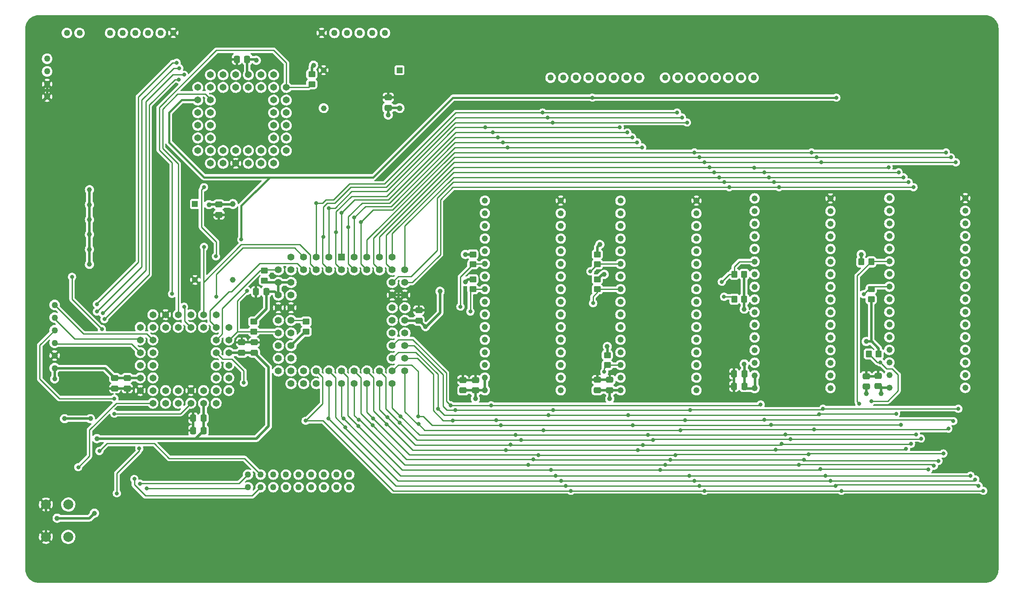
<source format=gbr>
%TF.GenerationSoftware,KiCad,Pcbnew,(6.0.0)*%
%TF.CreationDate,2024-02-18T00:07:20-06:00*%
%TF.ProjectId,MCD,4d43442e-6b69-4636-9164-5f7063625858,rev?*%
%TF.SameCoordinates,Original*%
%TF.FileFunction,Copper,L2,Bot*%
%TF.FilePolarity,Positive*%
%FSLAX46Y46*%
G04 Gerber Fmt 4.6, Leading zero omitted, Abs format (unit mm)*
G04 Created by KiCad (PCBNEW (6.0.0)) date 2024-02-18 00:07:20*
%MOMM*%
%LPD*%
G01*
G04 APERTURE LIST*
G04 Aperture macros list*
%AMRoundRect*
0 Rectangle with rounded corners*
0 $1 Rounding radius*
0 $2 $3 $4 $5 $6 $7 $8 $9 X,Y pos of 4 corners*
0 Add a 4 corners polygon primitive as box body*
4,1,4,$2,$3,$4,$5,$6,$7,$8,$9,$2,$3,0*
0 Add four circle primitives for the rounded corners*
1,1,$1+$1,$2,$3*
1,1,$1+$1,$4,$5*
1,1,$1+$1,$6,$7*
1,1,$1+$1,$8,$9*
0 Add four rect primitives between the rounded corners*
20,1,$1+$1,$2,$3,$4,$5,0*
20,1,$1+$1,$4,$5,$6,$7,0*
20,1,$1+$1,$6,$7,$8,$9,0*
20,1,$1+$1,$8,$9,$2,$3,0*%
G04 Aperture macros list end*
%TA.AperFunction,ComponentPad*%
%ADD10C,1.270000*%
%TD*%
%TA.AperFunction,ComponentPad*%
%ADD11C,1.244600*%
%TD*%
%TA.AperFunction,ComponentPad*%
%ADD12C,2.000000*%
%TD*%
%TA.AperFunction,ComponentPad*%
%ADD13C,1.371600*%
%TD*%
%TA.AperFunction,ComponentPad*%
%ADD14R,1.158000X1.158000*%
%TD*%
%TA.AperFunction,ComponentPad*%
%ADD15C,1.158000*%
%TD*%
%TA.AperFunction,ComponentPad*%
%ADD16R,1.400000X1.400000*%
%TD*%
%TA.AperFunction,ComponentPad*%
%ADD17C,1.400000*%
%TD*%
%TA.AperFunction,SMDPad,CuDef*%
%ADD18RoundRect,0.250000X-0.350000X-0.450000X0.350000X-0.450000X0.350000X0.450000X-0.350000X0.450000X0*%
%TD*%
%TA.AperFunction,SMDPad,CuDef*%
%ADD19RoundRect,0.250000X0.350000X0.450000X-0.350000X0.450000X-0.350000X-0.450000X0.350000X-0.450000X0*%
%TD*%
%TA.AperFunction,SMDPad,CuDef*%
%ADD20RoundRect,0.250000X0.475000X-0.337500X0.475000X0.337500X-0.475000X0.337500X-0.475000X-0.337500X0*%
%TD*%
%TA.AperFunction,SMDPad,CuDef*%
%ADD21RoundRect,0.250000X0.450000X-0.350000X0.450000X0.350000X-0.450000X0.350000X-0.450000X-0.350000X0*%
%TD*%
%TA.AperFunction,SMDPad,CuDef*%
%ADD22RoundRect,0.250000X0.337500X0.475000X-0.337500X0.475000X-0.337500X-0.475000X0.337500X-0.475000X0*%
%TD*%
%TA.AperFunction,SMDPad,CuDef*%
%ADD23RoundRect,0.250000X-0.450000X0.350000X-0.450000X-0.350000X0.450000X-0.350000X0.450000X0.350000X0*%
%TD*%
%TA.AperFunction,SMDPad,CuDef*%
%ADD24RoundRect,0.250000X-0.475000X0.337500X-0.475000X-0.337500X0.475000X-0.337500X0.475000X0.337500X0*%
%TD*%
%TA.AperFunction,ViaPad*%
%ADD25C,1.000000*%
%TD*%
%TA.AperFunction,ViaPad*%
%ADD26C,0.800000*%
%TD*%
%TA.AperFunction,Conductor*%
%ADD27C,0.500000*%
%TD*%
%TA.AperFunction,Conductor*%
%ADD28C,0.254000*%
%TD*%
%TA.AperFunction,Conductor*%
%ADD29C,0.381000*%
%TD*%
G04 APERTURE END LIST*
D10*
%TO.P,J8,1,Pin_1*%
%TO.N,GND*%
X130850000Y-75500000D03*
%TO.P,J8,2,Pin_2*%
%TO.N,unconnected-(J8-Pad2)*%
X128310000Y-75500000D03*
%TO.P,J8,3,Pin_3*%
%TO.N,+5V*%
X125770000Y-75500000D03*
%TO.P,J8,4,Pin_4*%
%TO.N,TXDB*%
X123230000Y-75500000D03*
%TO.P,J8,5,Pin_5*%
%TO.N,RXDB*%
X120690000Y-75500000D03*
%TO.P,J8,6,Pin_6*%
%TO.N,unconnected-(J8-Pad6)*%
X118150000Y-75500000D03*
%TD*%
D11*
%TO.P,U4,1,NC*%
%TO.N,unconnected-(U4-Pad1)*%
X208650000Y-147300000D03*
%TO.P,U4,2,A16*%
%TO.N,A17*%
X208650000Y-144760000D03*
%TO.P,U4,3,A15*%
%TO.N,A16*%
X208650000Y-142220000D03*
%TO.P,U4,4,A12*%
%TO.N,A13*%
X208650000Y-139680000D03*
%TO.P,U4,5,A7*%
%TO.N,A8*%
X208650000Y-137140000D03*
%TO.P,U4,6,A6*%
%TO.N,A7*%
X208650000Y-134600000D03*
%TO.P,U4,7,A5*%
%TO.N,A6*%
X208650000Y-132060000D03*
%TO.P,U4,8,A4*%
%TO.N,A5*%
X208650000Y-129520000D03*
%TO.P,U4,9,A3*%
%TO.N,A4*%
X208650000Y-126980000D03*
%TO.P,U4,10,A2*%
%TO.N,A3*%
X208650000Y-124440000D03*
%TO.P,U4,11,A1*%
%TO.N,A2*%
X208650000Y-121900000D03*
%TO.P,U4,12,A0*%
%TO.N,A1*%
X208650000Y-119360000D03*
%TO.P,U4,13,DQ0*%
%TO.N,D0*%
X208650000Y-116820000D03*
%TO.P,U4,14,DQ1*%
%TO.N,D1*%
X208650000Y-114280000D03*
%TO.P,U4,15,DQ2*%
%TO.N,D2*%
X208650000Y-111740000D03*
%TO.P,U4,16,VSS*%
%TO.N,GND*%
X208650000Y-109200000D03*
%TO.P,U4,17,DQ3*%
%TO.N,D3*%
X193410000Y-109200000D03*
%TO.P,U4,18,DQ4*%
%TO.N,D4*%
X193410000Y-111740000D03*
%TO.P,U4,19,DQ5*%
%TO.N,D5*%
X193410000Y-114280000D03*
%TO.P,U4,20,DQ6*%
%TO.N,D6*%
X193410000Y-116820000D03*
%TO.P,U4,21,DQ7*%
%TO.N,D7*%
X193410000Y-119360000D03*
%TO.P,U4,22,\u002ACE*%
%TO.N,ROMLCE*%
X193410000Y-121900000D03*
%TO.P,U4,23,A10*%
%TO.N,A11*%
X193410000Y-124440000D03*
%TO.P,U4,24,\u002AOE*%
%TO.N,ROMLOE*%
X193410000Y-126980000D03*
%TO.P,U4,25,A11*%
%TO.N,A12*%
X193410000Y-129520000D03*
%TO.P,U4,26,A9*%
%TO.N,A10*%
X193410000Y-132060000D03*
%TO.P,U4,27,A8*%
%TO.N,A9*%
X193410000Y-134600000D03*
%TO.P,U4,28,A13*%
%TO.N,A14*%
X193410000Y-137140000D03*
%TO.P,U4,29,A14*%
%TO.N,A15*%
X193410000Y-139680000D03*
%TO.P,U4,30,A17*%
%TO.N,A18*%
X193410000Y-142220000D03*
%TO.P,U4,31,\u002AWE*%
%TO.N,+5V*%
X193410000Y-144760000D03*
%TO.P,U4,32,VDD*%
X193410000Y-147300000D03*
%TD*%
D10*
%TO.P,J4,1,Pin_1*%
%TO.N,+3V3*%
X105500000Y-80690000D03*
%TO.P,J4,2,Pin_2*%
%TO.N,+5V*%
X105500000Y-83230000D03*
%TO.P,J4,3,Pin_3*%
%TO.N,GND*%
X105500000Y-85770000D03*
%TO.P,J4,4,Pin_4*%
X105500000Y-88310000D03*
%TD*%
D11*
%TO.P,U3,1,NC*%
%TO.N,unconnected-(U3-Pad1)*%
X289890000Y-146800000D03*
%TO.P,U3,2,A16*%
%TO.N,A17*%
X289890000Y-144260000D03*
%TO.P,U3,3,A14*%
%TO.N,A15*%
X289890000Y-141720000D03*
%TO.P,U3,4,A12*%
%TO.N,A13*%
X289890000Y-139180000D03*
%TO.P,U3,5,A7*%
%TO.N,A8*%
X289890000Y-136640000D03*
%TO.P,U3,6,A6*%
%TO.N,A7*%
X289890000Y-134100000D03*
%TO.P,U3,7,A5*%
%TO.N,A6*%
X289890000Y-131560000D03*
%TO.P,U3,8,A4*%
%TO.N,A5*%
X289890000Y-129020000D03*
%TO.P,U3,9,A3*%
%TO.N,A4*%
X289890000Y-126480000D03*
%TO.P,U3,10,A2*%
%TO.N,A3*%
X289890000Y-123940000D03*
%TO.P,U3,11,A1*%
%TO.N,A2*%
X289890000Y-121400000D03*
%TO.P,U3,12,A0*%
%TO.N,A1*%
X289890000Y-118860000D03*
%TO.P,U3,13,DQ0*%
%TO.N,D8*%
X289890000Y-116320000D03*
%TO.P,U3,14,DQ1*%
%TO.N,D9*%
X289890000Y-113780000D03*
%TO.P,U3,15,DQ2*%
%TO.N,D10*%
X289890000Y-111240000D03*
%TO.P,U3,16,VSS*%
%TO.N,GND*%
X289890000Y-108700000D03*
%TO.P,U3,17,DQ3*%
%TO.N,D11*%
X274650000Y-108700000D03*
%TO.P,U3,18,DQ4*%
%TO.N,D12*%
X274650000Y-111240000D03*
%TO.P,U3,19,DQ5*%
%TO.N,D13*%
X274650000Y-113780000D03*
%TO.P,U3,20,DQ6*%
%TO.N,D14*%
X274650000Y-116320000D03*
%TO.P,U3,21,DQ7*%
%TO.N,D15*%
X274650000Y-118860000D03*
%TO.P,U3,22,~{CE}*%
%TO.N,RAMHCE*%
X274650000Y-121400000D03*
%TO.P,U3,23,A10*%
%TO.N,A11*%
X274650000Y-123940000D03*
%TO.P,U3,24,~{OE}*%
%TO.N,RAMHOE*%
X274650000Y-126480000D03*
%TO.P,U3,25,A11*%
%TO.N,A12*%
X274650000Y-129020000D03*
%TO.P,U3,26,A9*%
%TO.N,A10*%
X274650000Y-131560000D03*
%TO.P,U3,27,A8*%
%TO.N,A9*%
X274650000Y-134100000D03*
%TO.P,U3,28,A13*%
%TO.N,A14*%
X274650000Y-136640000D03*
%TO.P,U3,29,~{WE}*%
%TO.N,R{slash}W*%
X274650000Y-139180000D03*
%TO.P,U3,30,CE2*%
%TO.N,RAMHCE2*%
X274650000Y-141720000D03*
%TO.P,U3,31,A15*%
%TO.N,A16*%
X274650000Y-144260000D03*
%TO.P,U3,32,VCC*%
%TO.N,+5V*%
X274650000Y-146800000D03*
%TD*%
D12*
%TO.P,SW1,1,1*%
%TO.N,GND*%
X105250000Y-170250000D03*
X105250000Y-176750000D03*
%TO.P,SW1,2,2*%
%TO.N,/SW_IN*%
X109750000Y-176750000D03*
X109750000Y-170250000D03*
%TD*%
D10*
%TO.P,J5,1,Pin_1*%
%TO.N,+3V3*%
X107000000Y-142850000D03*
%TO.P,J5,2,Pin_2*%
%TO.N,GND*%
X107000000Y-140310000D03*
%TO.P,J5,3,Pin_3*%
%TO.N,TCK*%
X107000000Y-137770000D03*
%TO.P,J5,4,Pin_4*%
%TO.N,TDO*%
X107000000Y-135230000D03*
%TO.P,J5,5,Pin_5*%
%TO.N,TDI*%
X107000000Y-132690000D03*
%TO.P,J5,6,Pin_6*%
%TO.N,TMS*%
X107000000Y-130150000D03*
%TD*%
D11*
%TO.P,U5,1,NC*%
%TO.N,unconnected-(U5-Pad1)*%
X262820000Y-146840000D03*
%TO.P,U5,2,A16*%
%TO.N,A17*%
X262820000Y-144300000D03*
%TO.P,U5,3,A15*%
%TO.N,A16*%
X262820000Y-141760000D03*
%TO.P,U5,4,A12*%
%TO.N,A13*%
X262820000Y-139220000D03*
%TO.P,U5,5,A7*%
%TO.N,A8*%
X262820000Y-136680000D03*
%TO.P,U5,6,A6*%
%TO.N,A7*%
X262820000Y-134140000D03*
%TO.P,U5,7,A5*%
%TO.N,A6*%
X262820000Y-131600000D03*
%TO.P,U5,8,A4*%
%TO.N,A5*%
X262820000Y-129060000D03*
%TO.P,U5,9,A3*%
%TO.N,A4*%
X262820000Y-126520000D03*
%TO.P,U5,10,A2*%
%TO.N,A3*%
X262820000Y-123980000D03*
%TO.P,U5,11,A1*%
%TO.N,A2*%
X262820000Y-121440000D03*
%TO.P,U5,12,A0*%
%TO.N,A1*%
X262820000Y-118900000D03*
%TO.P,U5,13,DQ0*%
%TO.N,D8*%
X262820000Y-116360000D03*
%TO.P,U5,14,DQ1*%
%TO.N,D9*%
X262820000Y-113820000D03*
%TO.P,U5,15,DQ2*%
%TO.N,D10*%
X262820000Y-111280000D03*
%TO.P,U5,16,VSS*%
%TO.N,GND*%
X262820000Y-108740000D03*
%TO.P,U5,17,DQ3*%
%TO.N,D11*%
X247580000Y-108740000D03*
%TO.P,U5,18,DQ4*%
%TO.N,D12*%
X247580000Y-111280000D03*
%TO.P,U5,19,DQ5*%
%TO.N,D13*%
X247580000Y-113820000D03*
%TO.P,U5,20,DQ6*%
%TO.N,D14*%
X247580000Y-116360000D03*
%TO.P,U5,21,DQ7*%
%TO.N,D15*%
X247580000Y-118900000D03*
%TO.P,U5,22,\u002ACE*%
%TO.N,ROMHCE*%
X247580000Y-121440000D03*
%TO.P,U5,23,A10*%
%TO.N,A11*%
X247580000Y-123980000D03*
%TO.P,U5,24,\u002AOE*%
%TO.N,ROMHOE*%
X247580000Y-126520000D03*
%TO.P,U5,25,A11*%
%TO.N,A12*%
X247580000Y-129060000D03*
%TO.P,U5,26,A9*%
%TO.N,A10*%
X247580000Y-131600000D03*
%TO.P,U5,27,A8*%
%TO.N,A9*%
X247580000Y-134140000D03*
%TO.P,U5,28,A13*%
%TO.N,A14*%
X247580000Y-136680000D03*
%TO.P,U5,29,A14*%
%TO.N,A15*%
X247580000Y-139220000D03*
%TO.P,U5,30,A17*%
%TO.N,A18*%
X247580000Y-141760000D03*
%TO.P,U5,31,\u002AWE*%
%TO.N,+5V*%
X247580000Y-144300000D03*
%TO.P,U5,32,VDD*%
X247580000Y-146840000D03*
%TD*%
%TO.P,U2,1,NC*%
%TO.N,unconnected-(U2-Pad1)*%
X235890000Y-147300000D03*
%TO.P,U2,2,A16*%
%TO.N,A17*%
X235890000Y-144760000D03*
%TO.P,U2,3,A14*%
%TO.N,A15*%
X235890000Y-142220000D03*
%TO.P,U2,4,A12*%
%TO.N,A13*%
X235890000Y-139680000D03*
%TO.P,U2,5,A7*%
%TO.N,A8*%
X235890000Y-137140000D03*
%TO.P,U2,6,A6*%
%TO.N,A7*%
X235890000Y-134600000D03*
%TO.P,U2,7,A5*%
%TO.N,A6*%
X235890000Y-132060000D03*
%TO.P,U2,8,A4*%
%TO.N,A5*%
X235890000Y-129520000D03*
%TO.P,U2,9,A3*%
%TO.N,A4*%
X235890000Y-126980000D03*
%TO.P,U2,10,A2*%
%TO.N,A3*%
X235890000Y-124440000D03*
%TO.P,U2,11,A1*%
%TO.N,A2*%
X235890000Y-121900000D03*
%TO.P,U2,12,A0*%
%TO.N,A1*%
X235890000Y-119360000D03*
%TO.P,U2,13,DQ0*%
%TO.N,D0*%
X235890000Y-116820000D03*
%TO.P,U2,14,DQ1*%
%TO.N,D1*%
X235890000Y-114280000D03*
%TO.P,U2,15,DQ2*%
%TO.N,D2*%
X235890000Y-111740000D03*
%TO.P,U2,16,VSS*%
%TO.N,GND*%
X235890000Y-109200000D03*
%TO.P,U2,17,DQ3*%
%TO.N,D3*%
X220650000Y-109200000D03*
%TO.P,U2,18,DQ4*%
%TO.N,D4*%
X220650000Y-111740000D03*
%TO.P,U2,19,DQ5*%
%TO.N,D5*%
X220650000Y-114280000D03*
%TO.P,U2,20,DQ6*%
%TO.N,D6*%
X220650000Y-116820000D03*
%TO.P,U2,21,DQ7*%
%TO.N,D7*%
X220650000Y-119360000D03*
%TO.P,U2,22,~{CE}*%
%TO.N,RAMLCE*%
X220650000Y-121900000D03*
%TO.P,U2,23,A10*%
%TO.N,A11*%
X220650000Y-124440000D03*
%TO.P,U2,24,~{OE}*%
%TO.N,RAMLOE*%
X220650000Y-126980000D03*
%TO.P,U2,25,A11*%
%TO.N,A12*%
X220650000Y-129520000D03*
%TO.P,U2,26,A9*%
%TO.N,A10*%
X220650000Y-132060000D03*
%TO.P,U2,27,A8*%
%TO.N,A9*%
X220650000Y-134600000D03*
%TO.P,U2,28,A13*%
%TO.N,A14*%
X220650000Y-137140000D03*
%TO.P,U2,29,~{WE}*%
%TO.N,R{slash}W*%
X220650000Y-139680000D03*
%TO.P,U2,30,CE2*%
%TO.N,RAMLCE2*%
X220650000Y-142220000D03*
%TO.P,U2,31,A15*%
%TO.N,A16*%
X220650000Y-144760000D03*
%TO.P,U2,32,VCC*%
%TO.N,+5V*%
X220650000Y-147300000D03*
%TD*%
D13*
%TO.P,U6,1,NC*%
%TO.N,unconnected-(U6-Pad1)*%
X145920000Y-86450000D03*
%TO.P,U6,2,A1*%
%TO.N,A1*%
X143380000Y-83910000D03*
%TO.P,U6,3,IP3*%
%TO.N,unconnected-(U6-Pad3)*%
X143380000Y-86450000D03*
%TO.P,U6,4,A2*%
%TO.N,A2*%
X140840000Y-83910000D03*
%TO.P,U6,5,IP1*%
%TO.N,unconnected-(U6-Pad5)*%
X140840000Y-86450000D03*
%TO.P,U6,6,A3*%
%TO.N,A3*%
X138300000Y-83910000D03*
%TO.P,U6,7,A4*%
%TO.N,A4*%
X135760000Y-86450000D03*
%TO.P,U6,8,IP0*%
%TO.N,unconnected-(U6-Pad8)*%
X138300000Y-86450000D03*
%TO.P,U6,9,\u002AR/\u002AW*%
%TO.N,R{slash}W*%
X135760000Y-88990000D03*
%TO.P,U6,10,\u002ADTAK*%
%TO.N,DUART_DTACK*%
X138300000Y-88990000D03*
%TO.P,U6,11,RXDB*%
%TO.N,TXDB*%
X135760000Y-91530000D03*
%TO.P,U6,12,NC*%
%TO.N,unconnected-(U6-Pad12)*%
X138300000Y-91530000D03*
%TO.P,U6,13,TXDB*%
%TO.N,RXDB*%
X135760000Y-94070000D03*
%TO.P,U6,14,OP1*%
%TO.N,unconnected-(U6-Pad14)*%
X138300000Y-94070000D03*
%TO.P,U6,15,OP3*%
%TO.N,unconnected-(U6-Pad15)*%
X135760000Y-96610000D03*
%TO.P,U6,16,OP5*%
%TO.N,unconnected-(U6-Pad16)*%
X138300000Y-96610000D03*
%TO.P,U6,17,OP7*%
%TO.N,unconnected-(U6-Pad17)*%
X135760000Y-99150000D03*
%TO.P,U6,18,D1*%
%TO.N,D1*%
X138300000Y-101690000D03*
%TO.P,U6,19,D3*%
%TO.N,D3*%
X138300000Y-99150000D03*
%TO.P,U6,20,D5*%
%TO.N,D5*%
X140840000Y-101690000D03*
%TO.P,U6,21,D7*%
%TO.N,D7*%
X140840000Y-99150000D03*
%TO.P,U6,22,GND*%
%TO.N,GND*%
X143380000Y-101690000D03*
%TO.P,U6,23,NC*%
%TO.N,unconnected-(U6-Pad23)*%
X143380000Y-99150000D03*
%TO.P,U6,24,INTR*%
%TO.N,unconnected-(U6-Pad24)*%
X145920000Y-101690000D03*
%TO.P,U6,25,D6*%
%TO.N,D6*%
X145920000Y-99150000D03*
%TO.P,U6,26,D4*%
%TO.N,D4*%
X148460000Y-101690000D03*
%TO.P,U6,27,D2*%
%TO.N,D2*%
X148460000Y-99150000D03*
%TO.P,U6,28,D0*%
%TO.N,D0*%
X151000000Y-101690000D03*
%TO.P,U6,29,OP6*%
%TO.N,unconnected-(U6-Pad29)*%
X153540000Y-99150000D03*
%TO.P,U6,30,OP4*%
%TO.N,unconnected-(U6-Pad30)*%
X151000000Y-99150000D03*
%TO.P,U6,31,OP2*%
%TO.N,unconnected-(U6-Pad31)*%
X153540000Y-96610000D03*
%TO.P,U6,32,OP0*%
%TO.N,unconnected-(U6-Pad32)*%
X151000000Y-96610000D03*
%TO.P,U6,33,TXDA*%
%TO.N,RXDA*%
X153540000Y-94070000D03*
%TO.P,U6,34,NC*%
%TO.N,unconnected-(U6-Pad34)*%
X151000000Y-94070000D03*
%TO.P,U6,35,RXDA*%
%TO.N,TXDA*%
X153540000Y-91530000D03*
%TO.P,U6,36,X1/CLK*%
%TO.N,/DUART_CLK*%
X151000000Y-91530000D03*
%TO.P,U6,37,X2*%
%TO.N,unconnected-(U6-Pad37)*%
X153540000Y-88990000D03*
%TO.P,U6,38,\u002ARESET*%
%TO.N,RESET*%
X151000000Y-88990000D03*
%TO.P,U6,39,CS*%
%TO.N,DUARTCS*%
X153540000Y-86450000D03*
%TO.P,U6,40,IP2*%
%TO.N,unconnected-(U6-Pad40)*%
X151000000Y-83910000D03*
%TO.P,U6,41,\u002AIACK*%
%TO.N,+5V*%
X151000000Y-86450000D03*
%TO.P,U6,42,IP5*%
%TO.N,unconnected-(U6-Pad42)*%
X148460000Y-83910000D03*
%TO.P,U6,43,IP4*%
%TO.N,unconnected-(U6-Pad43)*%
X148460000Y-86450000D03*
%TO.P,U6,44,VCC*%
%TO.N,+5V*%
X145920000Y-83910000D03*
%TD*%
D10*
%TO.P,J3,1,Pin_1*%
%TO.N,A1*%
X145840000Y-166770000D03*
%TO.P,J3,2,Pin_2*%
%TO.N,A2*%
X145840000Y-164230000D03*
%TO.P,J3,3,Pin_3*%
%TO.N,A3*%
X148380000Y-166770000D03*
%TO.P,J3,4,Pin_4*%
%TO.N,A4*%
X148380000Y-164230000D03*
%TO.P,J3,5,Pin_5*%
%TO.N,A5*%
X150920000Y-166770000D03*
%TO.P,J3,6,Pin_6*%
%TO.N,A6*%
X150920000Y-164230000D03*
%TO.P,J3,7,Pin_7*%
%TO.N,A7*%
X153460000Y-166770000D03*
%TO.P,J3,8,Pin_8*%
%TO.N,A8*%
X153460000Y-164230000D03*
%TO.P,J3,9,Pin_9*%
%TO.N,A9*%
X156000000Y-166770000D03*
%TO.P,J3,10,Pin_10*%
%TO.N,A10*%
X156000000Y-164230000D03*
%TO.P,J3,11,Pin_11*%
%TO.N,A11*%
X158540000Y-166770000D03*
%TO.P,J3,12,Pin_12*%
%TO.N,A12*%
X158540000Y-164230000D03*
%TO.P,J3,13,Pin_13*%
%TO.N,A13*%
X161080000Y-166770000D03*
%TO.P,J3,14,Pin_14*%
%TO.N,A14*%
X161080000Y-164230000D03*
%TO.P,J3,15,Pin_15*%
%TO.N,A15*%
X163620000Y-166770000D03*
%TO.P,J3,16,Pin_16*%
%TO.N,A16*%
X163620000Y-164230000D03*
%TO.P,J3,17,Pin_17*%
%TO.N,A17*%
X166160000Y-166770000D03*
%TO.P,J3,18,Pin_18*%
%TO.N,A18*%
X166160000Y-164230000D03*
%TD*%
D14*
%TO.P,Y1,1*%
%TO.N,N/C*%
X176270000Y-82990000D03*
D15*
%TO.P,Y1,7,CASE_GND*%
%TO.N,GND*%
X161030000Y-82990000D03*
%TO.P,Y1,8,OUTPUT*%
%TO.N,/DUART_CLK*%
X161030000Y-90610000D03*
%TO.P,Y1,14,+VDC*%
%TO.N,+5V*%
X176270000Y-90610000D03*
%TD*%
D10*
%TO.P,J1,1,Pin_1*%
%TO.N,D0*%
X206610000Y-84500000D03*
%TO.P,J1,2,Pin_2*%
%TO.N,D1*%
X209150000Y-84500000D03*
%TO.P,J1,3,Pin_3*%
%TO.N,D2*%
X211690000Y-84500000D03*
%TO.P,J1,4,Pin_4*%
%TO.N,D3*%
X214230000Y-84500000D03*
%TO.P,J1,5,Pin_5*%
%TO.N,D4*%
X216770000Y-84500000D03*
%TO.P,J1,6,Pin_6*%
%TO.N,D5*%
X219310000Y-84500000D03*
%TO.P,J1,7,Pin_7*%
%TO.N,D6*%
X221850000Y-84500000D03*
%TO.P,J1,8,Pin_8*%
%TO.N,D7*%
X224390000Y-84500000D03*
%TD*%
D13*
%TO.P,U1,1,I/O/GCK3*%
%TO.N,DUARTCS*%
X134355510Y-134650000D03*
%TO.P,U1,2,I/O_1*%
%TO.N,DUART_DTACK*%
X131815510Y-132110000D03*
%TO.P,U1,3,I/O_2*%
%TO.N,LED0*%
X131815510Y-134650000D03*
%TO.P,U1,4,GND_1*%
%TO.N,GND*%
X129275510Y-132110000D03*
%TO.P,U1,5,I/O_3*%
%TO.N,LED1*%
X129275510Y-134650000D03*
%TO.P,U1,6,I/O_4*%
%TO.N,LED2*%
X126735510Y-132110000D03*
%TO.P,U1,7,I/O_5*%
%TO.N,LED4*%
X124195510Y-134650000D03*
%TO.P,U1,8,I/O_6*%
%TO.N,LED3*%
X126735510Y-134650000D03*
%TO.P,U1,9,TDI*%
%TO.N,TDI*%
X124195510Y-137190000D03*
%TO.P,U1,10,TMS*%
%TO.N,TMS*%
X126735510Y-137190000D03*
%TO.P,U1,11,TCK*%
%TO.N,TCK*%
X124195510Y-139730000D03*
%TO.P,U1,12,I/O_7*%
%TO.N,LED5*%
X126735510Y-139730000D03*
%TO.P,U1,13,I/O_8*%
%TO.N,RAMHOE*%
X124195510Y-142270000D03*
%TO.P,U1,14,I/O_9*%
%TO.N,RAMHCE2*%
X126735510Y-142270000D03*
%TO.P,U1,15,VCCINT_3.3V_1*%
%TO.N,+3V3*%
X124195510Y-144810000D03*
%TO.P,U1,16,I/O_10*%
%TO.N,RAMHCE*%
X126735510Y-144810000D03*
%TO.P,U1,17,GND_2*%
%TO.N,GND*%
X124195510Y-147350000D03*
%TO.P,U1,18,I/O_11*%
%TO.N,BRESET*%
X126735510Y-149890000D03*
%TO.P,U1,19,I/O_12*%
%TO.N,ROMHOE*%
X126735510Y-147350000D03*
%TO.P,U1,20,I/O_13*%
%TO.N,ROMHCE*%
X129275510Y-149890000D03*
%TO.P,U1,21,I/O_14*%
%TO.N,SRESET*%
X129275510Y-147350000D03*
%TO.P,U1,22,I/O_15*%
%TO.N,RAMLCE2*%
X131815510Y-149890000D03*
%TO.P,U1,23,I/O_16*%
%TO.N,RAMLOE*%
X131815510Y-147350000D03*
%TO.P,U1,24,TDO*%
%TO.N,TDO*%
X134355510Y-149890000D03*
%TO.P,U1,25,GND_3*%
%TO.N,GND*%
X134355510Y-147350000D03*
%TO.P,U1,26,VCCIO_2.5V/3.3V*%
%TO.N,+3V3*%
X136895510Y-149890000D03*
%TO.P,U1,27,I/O_17*%
%TO.N,RAMLCE*%
X136895510Y-147350000D03*
%TO.P,U1,28,I/O_18*%
%TO.N,ROMLOE*%
X139435510Y-149890000D03*
%TO.P,U1,29,I/O_19*%
%TO.N,A22*%
X141975510Y-147350000D03*
%TO.P,U1,30,I/O_20*%
%TO.N,ROMLCE*%
X139435510Y-147350000D03*
%TO.P,U1,31,I/O_21*%
%TO.N,A21*%
X141975510Y-144810000D03*
%TO.P,U1,32,I/O_22*%
%TO.N,A23*%
X139435510Y-144810000D03*
%TO.P,U1,33,I/O/GSR*%
%TO.N,BERR*%
X141975510Y-142270000D03*
%TO.P,U1,34,I/O/GTS2*%
%TO.N,A20*%
X139435510Y-142270000D03*
%TO.P,U1,35,VCCINT_3.3V_2*%
%TO.N,+3V3*%
X141975510Y-139730000D03*
%TO.P,U1,36,I/O/GTS1*%
%TO.N,A19*%
X139435510Y-139730000D03*
%TO.P,U1,37,I/O_23*%
%TO.N,RESET*%
X141975510Y-137190000D03*
%TO.P,U1,38,I/O_24*%
%TO.N,CPLD_DTACK*%
X139435510Y-137190000D03*
%TO.P,U1,39,I/O_25*%
%TO.N,HALT*%
X141975510Y-134650000D03*
%TO.P,U1,40,I/O_26*%
%TO.N,UDS*%
X139435510Y-132110000D03*
%TO.P,U1,41,I/O_27*%
%TO.N,LDS*%
X139435510Y-134650000D03*
%TO.P,U1,42,I/O_28*%
%TO.N,AS*%
X136895510Y-132110000D03*
%TO.P,U1,43,I/O/GCK1*%
%TO.N,unconnected-(U1-Pad43)*%
X136895510Y-134650000D03*
%TO.P,U1,44,I/O/GCK2*%
%TO.N,CLK*%
X134355510Y-132110000D03*
%TD*%
D14*
%TO.P,Y2,1*%
%TO.N,N/C*%
X135190000Y-109880000D03*
D15*
%TO.P,Y2,7,CASE_GND*%
%TO.N,GND*%
X135190000Y-125120000D03*
%TO.P,Y2,8,OUTPUT*%
%TO.N,CLK*%
X142810000Y-125120000D03*
%TO.P,Y2,14,+VDC*%
%TO.N,+5V*%
X142810000Y-109880000D03*
%TD*%
D10*
%TO.P,J6,1,Pin_1*%
%TO.N,AS*%
X109460000Y-75500000D03*
%TO.P,J6,2,Pin_2*%
%TO.N,CPLD_DTACK*%
X112000000Y-75500000D03*
%TD*%
%TO.P,J2,1,Pin_1*%
%TO.N,D8*%
X229610000Y-84500000D03*
%TO.P,J2,2,Pin_2*%
%TO.N,D9*%
X232150000Y-84500000D03*
%TO.P,J2,3,Pin_3*%
%TO.N,D10*%
X234690000Y-84500000D03*
%TO.P,J2,4,Pin_4*%
%TO.N,D11*%
X237230000Y-84500000D03*
%TO.P,J2,5,Pin_5*%
%TO.N,D12*%
X239770000Y-84500000D03*
%TO.P,J2,6,Pin_6*%
%TO.N,D13*%
X242310000Y-84500000D03*
%TO.P,J2,7,Pin_7*%
%TO.N,D14*%
X244850000Y-84500000D03*
%TO.P,J2,8,Pin_8*%
%TO.N,D15*%
X247390000Y-84500000D03*
%TD*%
D16*
%TO.P,U9,1,D4*%
%TO.N,D4*%
X164650510Y-120560000D03*
D17*
%TO.P,U9,2,D3*%
%TO.N,D3*%
X164650510Y-123100000D03*
%TO.P,U9,3,D2*%
%TO.N,D2*%
X162110510Y-120560000D03*
%TO.P,U9,4,D1*%
%TO.N,D1*%
X162110510Y-123100000D03*
%TO.P,U9,5,D0*%
%TO.N,D0*%
X159570510Y-120560000D03*
%TO.P,U9,6,AS*%
%TO.N,AS*%
X159570510Y-123100000D03*
%TO.P,U9,7,UDS*%
%TO.N,UDS*%
X157030510Y-120560000D03*
%TO.P,U9,8,LDS*%
%TO.N,LDS*%
X157030510Y-123100000D03*
%TO.P,U9,9,R/W*%
%TO.N,R{slash}W*%
X154490510Y-120560000D03*
%TO.P,U9,10,DTACK*%
%TO.N,CPLD_DTACK*%
X151950510Y-123100000D03*
%TO.P,U9,11,BG*%
%TO.N,unconnected-(U9-Pad11)*%
X154490510Y-123100000D03*
%TO.P,U9,12,BGACK*%
%TO.N,+5V*%
X151950510Y-125640000D03*
%TO.P,U9,13,BR*%
X154490510Y-125640000D03*
%TO.P,U9,14,VCC*%
X151950510Y-128180000D03*
%TO.P,U9,15,CLK*%
%TO.N,CLK*%
X154490510Y-128180000D03*
%TO.P,U9,16,GND*%
%TO.N,GND*%
X151950510Y-130720000D03*
%TO.P,U9,17,GND*%
X154490510Y-130720000D03*
%TO.P,U9,18,NC*%
%TO.N,unconnected-(U9-Pad18)*%
X151950510Y-133260000D03*
%TO.P,U9,19,HALT*%
%TO.N,HALT*%
X154490510Y-133260000D03*
%TO.P,U9,20,RESET*%
%TO.N,RESET*%
X151950510Y-135800000D03*
%TO.P,U9,21,VMA*%
%TO.N,unconnected-(U9-Pad21)*%
X154490510Y-135800000D03*
%TO.P,U9,22,E*%
%TO.N,unconnected-(U9-Pad22)*%
X151950510Y-138340000D03*
%TO.P,U9,23,VPA*%
%TO.N,+5V*%
X154490510Y-138340000D03*
%TO.P,U9,24,BERR*%
%TO.N,BERR*%
X151950510Y-140880000D03*
%TO.P,U9,25,IPL2*%
%TO.N,+5V*%
X154490510Y-140880000D03*
%TO.P,U9,26,IPL1*%
X151950510Y-143420000D03*
%TO.P,U9,27,IPL0*%
X154490510Y-145960000D03*
%TO.P,U9,28,FC2*%
%TO.N,unconnected-(U9-Pad28)*%
X154490510Y-143420000D03*
%TO.P,U9,29,FC1*%
%TO.N,unconnected-(U9-Pad29)*%
X157030510Y-145960000D03*
%TO.P,U9,30,FC0*%
%TO.N,unconnected-(U9-Pad30)*%
X157030510Y-143420000D03*
%TO.P,U9,31,NC*%
%TO.N,unconnected-(U9-Pad31)*%
X159570510Y-145960000D03*
%TO.P,U9,32,A1*%
%TO.N,A1*%
X159570510Y-143420000D03*
%TO.P,U9,33,A2*%
%TO.N,A2*%
X162110510Y-145960000D03*
%TO.P,U9,34,A3*%
%TO.N,A3*%
X162110510Y-143420000D03*
%TO.P,U9,35,A4*%
%TO.N,A4*%
X164650510Y-145960000D03*
%TO.P,U9,36,A5*%
%TO.N,A5*%
X164650510Y-143420000D03*
%TO.P,U9,37,A6*%
%TO.N,A6*%
X167190510Y-145960000D03*
%TO.P,U9,38,A7*%
%TO.N,A7*%
X167190510Y-143420000D03*
%TO.P,U9,39,A8*%
%TO.N,A8*%
X169730510Y-145960000D03*
%TO.P,U9,40,A9*%
%TO.N,A9*%
X169730510Y-143420000D03*
%TO.P,U9,41,A10*%
%TO.N,A10*%
X172270510Y-145960000D03*
%TO.P,U9,42,A11*%
%TO.N,A11*%
X172270510Y-143420000D03*
%TO.P,U9,43,A12*%
%TO.N,A12*%
X174810510Y-145960000D03*
%TO.P,U9,44,A13*%
%TO.N,A13*%
X177350510Y-143420000D03*
%TO.P,U9,45,A14*%
%TO.N,A14*%
X174810510Y-143420000D03*
%TO.P,U9,46,A15*%
%TO.N,A15*%
X177350510Y-140880000D03*
%TO.P,U9,47,A16*%
%TO.N,A16*%
X174810510Y-140880000D03*
%TO.P,U9,48,A17*%
%TO.N,A17*%
X177350510Y-138340000D03*
%TO.P,U9,49,A18*%
%TO.N,A18*%
X174810510Y-138340000D03*
%TO.P,U9,50,A19*%
%TO.N,A19*%
X177350510Y-135800000D03*
%TO.P,U9,51,A20*%
%TO.N,A20*%
X174810510Y-135800000D03*
%TO.P,U9,52,VCC*%
%TO.N,+5V*%
X177350510Y-133260000D03*
%TO.P,U9,53,A21*%
%TO.N,A21*%
X174810510Y-133260000D03*
%TO.P,U9,54,A22*%
%TO.N,A22*%
X177350510Y-130720000D03*
%TO.P,U9,55,A23*%
%TO.N,A23*%
X174810510Y-130720000D03*
%TO.P,U9,56,GND*%
%TO.N,GND*%
X177350510Y-128180000D03*
%TO.P,U9,57,GND*%
X174810510Y-128180000D03*
%TO.P,U9,58,D15*%
%TO.N,D15*%
X177350510Y-125640000D03*
%TO.P,U9,59,D14*%
%TO.N,D14*%
X174810510Y-125640000D03*
%TO.P,U9,60,D13*%
%TO.N,D13*%
X177350510Y-123100000D03*
%TO.P,U9,61,D12*%
%TO.N,D12*%
X174810510Y-120560000D03*
%TO.P,U9,62,D11*%
%TO.N,D11*%
X174810510Y-123100000D03*
%TO.P,U9,63,D10*%
%TO.N,D10*%
X172270510Y-120560000D03*
%TO.P,U9,64,D9*%
%TO.N,D9*%
X172270510Y-123100000D03*
%TO.P,U9,65,D8*%
%TO.N,D8*%
X169730510Y-120560000D03*
%TO.P,U9,66,D7*%
%TO.N,D7*%
X169730510Y-123100000D03*
%TO.P,U9,67,D6*%
%TO.N,D6*%
X167190510Y-120560000D03*
%TO.P,U9,68,D5*%
%TO.N,D5*%
X167190510Y-123100000D03*
%TD*%
D10*
%TO.P,J7,1,Pin_1*%
%TO.N,GND*%
X160650000Y-75500000D03*
%TO.P,J7,2,Pin_2*%
%TO.N,unconnected-(J7-Pad2)*%
X163190000Y-75500000D03*
%TO.P,J7,3,Pin_3*%
%TO.N,+5V*%
X165730000Y-75500000D03*
%TO.P,J7,4,Pin_4*%
%TO.N,TXDA*%
X168270000Y-75500000D03*
%TO.P,J7,5,Pin_5*%
%TO.N,RXDA*%
X170810000Y-75500000D03*
%TO.P,J7,6,Pin_6*%
%TO.N,unconnected-(J7-Pad6)*%
X173350000Y-75500000D03*
%TD*%
D18*
%TO.P,R11,1*%
%TO.N,+5V*%
X269000000Y-121500000D03*
%TO.P,R11,2*%
%TO.N,RAMHCE*%
X271000000Y-121500000D03*
%TD*%
D19*
%TO.P,R5,1*%
%TO.N,+5V*%
X245500000Y-129000000D03*
%TO.P,R5,2*%
%TO.N,ROMHOE*%
X243500000Y-129000000D03*
%TD*%
D20*
%TO.P,C3,1*%
%TO.N,+5V*%
X216000000Y-147287500D03*
%TO.P,C3,2*%
%TO.N,GND*%
X216000000Y-145212500D03*
%TD*%
D21*
%TO.P,R1,1*%
%TO.N,+5V*%
X157500000Y-135500000D03*
%TO.P,R1,2*%
%TO.N,HALT*%
X157500000Y-133500000D03*
%TD*%
D22*
%TO.P,C6,1*%
%TO.N,+3V3*%
X136910510Y-155379490D03*
%TO.P,C6,2*%
%TO.N,GND*%
X134835510Y-155379490D03*
%TD*%
D23*
%TO.P,R15,1*%
%TO.N,+5V*%
X158650000Y-83800000D03*
%TO.P,R15,2*%
%TO.N,DUARTCS*%
X158650000Y-85800000D03*
%TD*%
D21*
%TO.P,R14,1*%
%TO.N,+5V*%
X271000000Y-129000000D03*
%TO.P,R14,2*%
%TO.N,RAMHOE*%
X271000000Y-127000000D03*
%TD*%
D23*
%TO.P,R7,1*%
%TO.N,+5V*%
X216000000Y-120000000D03*
%TO.P,R7,2*%
%TO.N,RAMLCE*%
X216000000Y-122000000D03*
%TD*%
D20*
%TO.P,C1,1*%
%TO.N,+5V*%
X218500000Y-147287500D03*
%TO.P,C1,2*%
%TO.N,GND*%
X218500000Y-145212500D03*
%TD*%
D23*
%TO.P,R8,1*%
%TO.N,+5V*%
X218000000Y-140250000D03*
%TO.P,R8,2*%
%TO.N,RAMLCE2*%
X218000000Y-142250000D03*
%TD*%
D19*
%TO.P,R6,1*%
%TO.N,+5V*%
X245500000Y-124000000D03*
%TO.P,R6,2*%
%TO.N,ROMHCE*%
X243500000Y-124000000D03*
%TD*%
D22*
%TO.P,C22,1*%
%TO.N,+5V*%
X149537500Y-127500000D03*
%TO.P,C22,2*%
%TO.N,GND*%
X147462500Y-127500000D03*
%TD*%
D20*
%TO.P,C2,1*%
%TO.N,+5V*%
X272400000Y-146475000D03*
%TO.P,C2,2*%
%TO.N,GND*%
X272400000Y-144400000D03*
%TD*%
%TO.P,C10,1*%
%TO.N,+5V*%
X189000000Y-147325000D03*
%TO.P,C10,2*%
%TO.N,GND*%
X189000000Y-145250000D03*
%TD*%
%TO.P,C4,1*%
%TO.N,+5V*%
X270000000Y-146537500D03*
%TO.P,C4,2*%
%TO.N,GND*%
X270000000Y-144462500D03*
%TD*%
D23*
%TO.P,R9,1*%
%TO.N,+5V*%
X147000000Y-133500000D03*
%TO.P,R9,2*%
%TO.N,RESET*%
X147000000Y-135500000D03*
%TD*%
D22*
%TO.P,C16,1*%
%TO.N,+5V*%
X145687500Y-80800000D03*
%TO.P,C16,2*%
%TO.N,GND*%
X143612500Y-80800000D03*
%TD*%
D20*
%TO.P,C13,1*%
%TO.N,+5V*%
X191500000Y-147325000D03*
%TO.P,C13,2*%
%TO.N,GND*%
X191500000Y-145250000D03*
%TD*%
%TO.P,C9,1*%
%TO.N,+3V3*%
X147085510Y-139754490D03*
%TO.P,C9,2*%
%TO.N,GND*%
X147085510Y-137679490D03*
%TD*%
%TO.P,C15,1*%
%TO.N,+5V*%
X174000000Y-90537500D03*
%TO.P,C15,2*%
%TO.N,GND*%
X174000000Y-88462500D03*
%TD*%
D22*
%TO.P,C5,1*%
%TO.N,+3V3*%
X136910510Y-152879490D03*
%TO.P,C5,2*%
%TO.N,GND*%
X134835510Y-152879490D03*
%TD*%
D23*
%TO.P,R3,1*%
%TO.N,+5V*%
X191000000Y-125000000D03*
%TO.P,R3,2*%
%TO.N,ROMLOE*%
X191000000Y-127000000D03*
%TD*%
D22*
%TO.P,C11,1*%
%TO.N,+5V*%
X245537500Y-144000000D03*
%TO.P,C11,2*%
%TO.N,GND*%
X243462500Y-144000000D03*
%TD*%
D20*
%TO.P,C7,1*%
%TO.N,+3V3*%
X144585510Y-139754490D03*
%TO.P,C7,2*%
%TO.N,GND*%
X144585510Y-137679490D03*
%TD*%
D24*
%TO.P,C12,1*%
%TO.N,+3V3*%
X121585510Y-144841990D03*
%TO.P,C12,2*%
%TO.N,GND*%
X121585510Y-146916990D03*
%TD*%
%TO.P,C17,1*%
%TO.N,+5V*%
X140000000Y-109962500D03*
%TO.P,C17,2*%
%TO.N,GND*%
X140000000Y-112037500D03*
%TD*%
D22*
%TO.P,C8,1*%
%TO.N,+5V*%
X245537500Y-146500000D03*
%TO.P,C8,2*%
%TO.N,GND*%
X243462500Y-146500000D03*
%TD*%
D20*
%TO.P,C23,1*%
%TO.N,+5V*%
X180150510Y-133297500D03*
%TO.P,C23,2*%
%TO.N,GND*%
X180150510Y-131222500D03*
%TD*%
D21*
%TO.P,R13,1*%
%TO.N,+5V*%
X149150510Y-125260000D03*
%TO.P,R13,2*%
%TO.N,CPLD_DTACK*%
X149150510Y-123260000D03*
%TD*%
D19*
%TO.P,R12,1*%
%TO.N,+5V*%
X272500000Y-140000000D03*
%TO.P,R12,2*%
%TO.N,RAMHCE2*%
X270500000Y-140000000D03*
%TD*%
D24*
%TO.P,C14,1*%
%TO.N,+3V3*%
X119085510Y-144841990D03*
%TO.P,C14,2*%
%TO.N,GND*%
X119085510Y-146916990D03*
%TD*%
D23*
%TO.P,R10,1*%
%TO.N,+5V*%
X216000000Y-125000000D03*
%TO.P,R10,2*%
%TO.N,RAMLOE*%
X216000000Y-127000000D03*
%TD*%
%TO.P,R4,1*%
%TO.N,+5V*%
X191000000Y-120000000D03*
%TO.P,R4,2*%
%TO.N,ROMLCE*%
X191000000Y-122000000D03*
%TD*%
D25*
%TO.N,+5V*%
X184400000Y-127400000D03*
X245500000Y-131000000D03*
X114000000Y-113000000D03*
X191500000Y-149000000D03*
X115000000Y-172000000D03*
X138000000Y-110000000D03*
X114000000Y-116000000D03*
X270000000Y-137500000D03*
X273000000Y-148000000D03*
X216500000Y-118000000D03*
X114000000Y-107000000D03*
X147500000Y-81000000D03*
X270000000Y-148000000D03*
X217390000Y-124000000D03*
X189546500Y-125500000D03*
X114000000Y-119000000D03*
X107500000Y-173000000D03*
X159000000Y-82000000D03*
X189500000Y-120000000D03*
X218500000Y-149000000D03*
X217995012Y-138504988D03*
X174000000Y-92000000D03*
X269000000Y-120000000D03*
X114000000Y-110000000D03*
X114000000Y-122000000D03*
X245500000Y-142000000D03*
X181500000Y-134500000D03*
%TO.N,GND*%
X163000000Y-84500000D03*
X147400000Y-130800000D03*
X103669500Y-93800000D03*
X118000000Y-95000000D03*
X106000000Y-124000000D03*
%TO.N,+3V3*%
X115500000Y-157000000D03*
X107000000Y-145000000D03*
X109000000Y-153000000D03*
X114200000Y-153000000D03*
D26*
%TO.N,LED5*%
X116500000Y-135000000D03*
X110500000Y-124500000D03*
%TO.N,D0*%
X159570510Y-109730001D03*
X232000000Y-91500000D03*
X205000000Y-91500000D03*
%TO.N,D1*%
X233000000Y-92500000D03*
X161000000Y-116500000D03*
X206000000Y-92500000D03*
%TO.N,D2*%
X162110510Y-110676501D03*
X207000000Y-93500000D03*
X234000000Y-93500000D03*
%TO.N,D3*%
X163500000Y-115500000D03*
X193500000Y-94500000D03*
X220500000Y-94500000D03*
%TO.N,D4*%
X222000000Y-95500000D03*
X195000000Y-95500000D03*
X164650510Y-111623001D03*
%TO.N,D5*%
X223000000Y-96500000D03*
X196000000Y-96500000D03*
X165986328Y-114500000D03*
%TO.N,D6*%
X167190510Y-112569501D03*
X224000000Y-97500000D03*
X197000000Y-97500000D03*
%TO.N,D7*%
X168483999Y-113516001D03*
X198000000Y-98500000D03*
X225000000Y-98500000D03*
%TO.N,D8*%
X235500000Y-99500000D03*
X259000000Y-99500000D03*
X286000000Y-99500000D03*
%TO.N,D9*%
X287000000Y-100500000D03*
X260000000Y-100500000D03*
X236500000Y-100500000D03*
%TO.N,D10*%
X288000000Y-101500000D03*
X237500000Y-101500000D03*
X261000000Y-101500000D03*
%TO.N,D11*%
X238500000Y-102500000D03*
X247500000Y-102553500D03*
X274500000Y-102500000D03*
%TO.N,D12*%
X276500000Y-103500000D03*
X249500000Y-103500000D03*
X239500000Y-103500000D03*
%TO.N,D13*%
X240500000Y-104500000D03*
X277500000Y-104500000D03*
X250500000Y-104500000D03*
%TO.N,D14*%
X241500000Y-105500000D03*
X251500000Y-105500000D03*
X278500000Y-105500000D03*
%TO.N,D15*%
X242500000Y-106500000D03*
X252500000Y-106500000D03*
X279500000Y-106500000D03*
%TO.N,A1*%
X293500000Y-167500000D03*
X125500000Y-167000000D03*
X131500000Y-81500000D03*
X157414858Y-153426790D03*
X265000000Y-167500000D03*
X210650000Y-167500000D03*
X115500000Y-130000000D03*
X237500000Y-167500000D03*
%TO.N,A2*%
X292574060Y-166500000D03*
X263856460Y-166500000D03*
X209650000Y-166500000D03*
X162000000Y-153000000D03*
X124126254Y-166053500D03*
X132045378Y-82590757D03*
X236500000Y-166500000D03*
X115500000Y-131500000D03*
%TO.N,A3*%
X133000000Y-83909243D03*
X235500000Y-165500000D03*
X291900540Y-165200000D03*
X116675549Y-131824450D03*
X262802960Y-165500000D03*
X123000000Y-165107000D03*
X165411446Y-154750000D03*
X208703500Y-165500000D03*
%TO.N,A4*%
X117000000Y-133000000D03*
X234500000Y-164500000D03*
X116000000Y-159500000D03*
X207650000Y-164500000D03*
X290937705Y-164451578D03*
X131950028Y-84855743D03*
X261802960Y-164500000D03*
X165000000Y-153000000D03*
%TO.N,A5*%
X168008071Y-154508071D03*
X228650000Y-163300000D03*
X260802960Y-163147040D03*
X282500000Y-163200000D03*
X206650000Y-163300000D03*
%TO.N,A6*%
X202150000Y-162300000D03*
X283590757Y-162454622D03*
X256500000Y-162246500D03*
X229650000Y-162300000D03*
X168062735Y-153224181D03*
%TO.N,A7*%
X284500000Y-161500000D03*
X203113556Y-161193011D03*
X257490450Y-161254029D03*
X170846633Y-154346633D03*
X230650000Y-161300000D03*
%TO.N,A8*%
X171000000Y-153000000D03*
X285500000Y-160000000D03*
X204150000Y-160300000D03*
X231650000Y-160300000D03*
X258400000Y-160200000D03*
%TO.N,A9*%
X197650000Y-159300000D03*
X251802960Y-159246500D03*
X224150000Y-159300000D03*
X173685195Y-154185195D03*
X278000000Y-159040051D03*
%TO.N,A10*%
X198596500Y-158209243D03*
X173830723Y-152669277D03*
X279000000Y-158040040D03*
X253000000Y-158056272D03*
X225150000Y-158300000D03*
%TO.N,A11*%
X227150000Y-157300000D03*
X281000000Y-157000000D03*
X254802960Y-157147040D03*
X176330723Y-153830723D03*
X200650000Y-157300000D03*
%TO.N,A12*%
X226150000Y-156300000D03*
X280000000Y-156147029D03*
X199596500Y-156300000D03*
X253749460Y-156147040D03*
X176500000Y-152500000D03*
%TO.N,A13*%
X232650000Y-155300000D03*
X205150000Y-155300000D03*
X259500000Y-155200529D03*
X180080723Y-154080723D03*
X286500000Y-155000000D03*
%TO.N,A14*%
X250856460Y-154254029D03*
X277000000Y-154193000D03*
X180000000Y-152500000D03*
X223150000Y-154300000D03*
X196650000Y-154300000D03*
%TO.N,A15*%
X187000000Y-153353500D03*
X233650000Y-153300000D03*
X195650000Y-153300000D03*
X287500000Y-153500000D03*
X249532126Y-153246500D03*
%TO.N,A16*%
X276000000Y-152000000D03*
X206150000Y-152300000D03*
X222150000Y-152300000D03*
X260500000Y-152147029D03*
X184000000Y-151000000D03*
%TO.N,A17*%
X187500000Y-151246511D03*
X261333859Y-151000000D03*
X234650000Y-151300000D03*
X207150000Y-151300000D03*
X288500000Y-151000000D03*
%TO.N,A18*%
X186500000Y-150300000D03*
X248802960Y-150147051D03*
X194650000Y-150300011D03*
%TO.N,TDO*%
X119000000Y-152000000D03*
X119000000Y-148943500D03*
%TO.N,AS*%
X137000000Y-118500000D03*
%TO.N,ROMLOE*%
X190500000Y-131500000D03*
%TO.N,ROMLCE*%
X188500000Y-130500000D03*
%TO.N,ROMHOE*%
X241446500Y-128500000D03*
%TO.N,ROMHCE*%
X241000000Y-125500000D03*
%TO.N,RAMLCE*%
X214600000Y-123400000D03*
%TO.N,RAMLCE2*%
X217400000Y-143600000D03*
%TO.N,RESET*%
X139400000Y-120400000D03*
X145669277Y-127330723D03*
X137000000Y-106500000D03*
%TO.N,RAMLOE*%
X215146500Y-129800000D03*
%TO.N,RAMHCE*%
X268596500Y-150000000D03*
%TO.N,RAMHCE2*%
X271000000Y-149500000D03*
X272816925Y-141698451D03*
%TO.N,RAMHOE*%
X269500000Y-128000000D03*
%TO.N,DUARTCS*%
X133000000Y-130500000D03*
X130583199Y-127916801D03*
%TO.N,UDS*%
X139500000Y-128500000D03*
%TO.N,SRESET*%
X119500000Y-168000000D03*
X124000000Y-159000000D03*
%TO.N,BRESET*%
X111750000Y-162750000D03*
%TO.N,A19*%
X145000000Y-145800000D03*
%TO.N,R{slash}W*%
X264000000Y-88500000D03*
X144500000Y-117000000D03*
X215000000Y-88500000D03*
%TD*%
D27*
%TO.N,+5V*%
X271000000Y-137400000D02*
X271000000Y-129000000D01*
X245537500Y-142037500D02*
X245537500Y-144000000D01*
X138037500Y-109962500D02*
X140000000Y-109962500D01*
X145687500Y-83677500D02*
X145920000Y-83910000D01*
X176197500Y-90537500D02*
X176270000Y-90610000D01*
X145687500Y-80800000D02*
X145687500Y-83677500D01*
X151950510Y-128180000D02*
X151270510Y-127500000D01*
X269000000Y-121500000D02*
X269000000Y-120000000D01*
X114000000Y-113000000D02*
X114000000Y-110000000D01*
X191500000Y-147325000D02*
X191500000Y-149000000D01*
X158650000Y-82350000D02*
X158650000Y-83800000D01*
X145687500Y-80800000D02*
X147300000Y-80800000D01*
X190046500Y-125000000D02*
X189546500Y-125500000D01*
X245500000Y-129000000D02*
X245500000Y-131000000D01*
X218500000Y-147287500D02*
X216000000Y-147287500D01*
X271000000Y-137500000D02*
X270000000Y-137500000D01*
X159000000Y-82000000D02*
X158650000Y-82350000D01*
X216000000Y-118500000D02*
X216000000Y-120000000D01*
X274650000Y-146800000D02*
X272737500Y-146800000D01*
X217390000Y-124000000D02*
X217000000Y-124000000D01*
X138000000Y-110000000D02*
X138037500Y-109962500D01*
X217000000Y-124000000D02*
X216000000Y-125000000D01*
X151950510Y-125640000D02*
X149530510Y-125640000D01*
X191000000Y-125000000D02*
X190046500Y-125000000D01*
X193385000Y-147325000D02*
X193410000Y-147300000D01*
X180150510Y-133297500D02*
X180297500Y-133297500D01*
X140000000Y-109962500D02*
X142727500Y-109962500D01*
X245500000Y-142000000D02*
X245537500Y-142037500D01*
X151270510Y-127500000D02*
X149537500Y-127500000D01*
X177388010Y-133297500D02*
X177350510Y-133260000D01*
X151950510Y-128180000D02*
X151950510Y-125640000D01*
X189500000Y-120000000D02*
X191000000Y-120000000D01*
X220650000Y-147300000D02*
X218512500Y-147300000D01*
X184400000Y-131753939D02*
X181653939Y-134500000D01*
X216500000Y-118000000D02*
X216000000Y-118500000D01*
X174000000Y-90537500D02*
X176197500Y-90537500D01*
X191500000Y-147325000D02*
X189000000Y-147325000D01*
X245500000Y-129000000D02*
X245500000Y-124000000D01*
X142727500Y-109962500D02*
X142810000Y-109880000D01*
X245537500Y-146500000D02*
X245537500Y-144000000D01*
X272500000Y-140000000D02*
X272500000Y-138900000D01*
X272500000Y-138900000D02*
X271000000Y-137400000D01*
X271000000Y-137500000D02*
X271000000Y-137400000D01*
X114000000Y-119000000D02*
X114000000Y-122000000D01*
X191500000Y-147325000D02*
X193385000Y-147325000D01*
X180150510Y-133297500D02*
X177388010Y-133297500D01*
X147000000Y-133500000D02*
X149537500Y-130962500D01*
X273000000Y-146537500D02*
X273000000Y-148000000D01*
X247650000Y-144300000D02*
X247650000Y-146840000D01*
X174000000Y-90537500D02*
X174000000Y-92000000D01*
X114000000Y-116000000D02*
X114000000Y-119000000D01*
X193410000Y-147300000D02*
X193410000Y-144760000D01*
X270000000Y-148000000D02*
X270000000Y-146537500D01*
X147300000Y-80800000D02*
X147500000Y-81000000D01*
X218000000Y-138509976D02*
X217995012Y-138504988D01*
X114000000Y-113000000D02*
X114000000Y-116000000D01*
X114000000Y-173000000D02*
X115000000Y-172000000D01*
X107500000Y-173000000D02*
X114000000Y-173000000D01*
X247527500Y-146962500D02*
X247650000Y-146840000D01*
X180297500Y-133297500D02*
X181500000Y-134500000D01*
X157500000Y-135500000D02*
X157330510Y-135500000D01*
X218000000Y-140250000D02*
X218000000Y-138509976D01*
X245500000Y-146962500D02*
X247527500Y-146962500D01*
X157330510Y-135500000D02*
X154490510Y-138340000D01*
X181653939Y-134500000D02*
X181500000Y-134500000D01*
X154490510Y-125640000D02*
X151950510Y-125640000D01*
X218500000Y-147287500D02*
X218500000Y-149000000D01*
X114000000Y-107000000D02*
X114000000Y-110000000D01*
X218512500Y-147300000D02*
X218500000Y-147287500D01*
X149537500Y-130962500D02*
X149537500Y-127500000D01*
X149530510Y-125640000D02*
X149150510Y-125260000D01*
X184400000Y-127400000D02*
X184400000Y-131753939D01*
%TO.N,GND*%
X272337500Y-144462500D02*
X272400000Y-144400000D01*
X105500000Y-85770000D02*
X105500000Y-88310000D01*
X105500000Y-88310000D02*
X103669500Y-90140500D01*
X103669500Y-90140500D02*
X103669500Y-93800000D01*
X121585510Y-146916990D02*
X119085510Y-146916990D01*
X189000000Y-145250000D02*
X191500000Y-145250000D01*
X177350510Y-128180000D02*
X174810510Y-128180000D01*
X134835510Y-155379490D02*
X134835510Y-152879490D01*
X147400000Y-130800000D02*
X147400000Y-127562500D01*
X122018520Y-147350000D02*
X121585510Y-146916990D01*
X218500000Y-145212500D02*
X216000000Y-145212500D01*
X105250000Y-176750000D02*
X105250000Y-170250000D01*
X243462500Y-146500000D02*
X243462500Y-144000000D01*
X147400000Y-127562500D02*
X147462500Y-127500000D01*
X270000000Y-144462500D02*
X272337500Y-144462500D01*
X144585510Y-137679490D02*
X147085510Y-137679490D01*
%TO.N,+3V3*%
X147085510Y-139754490D02*
X150000000Y-142668980D01*
X136910510Y-155379490D02*
X136910510Y-155417387D01*
X119085510Y-144841990D02*
X117093520Y-142850000D01*
X144585510Y-139754490D02*
X147085510Y-139754490D01*
X107000000Y-142850000D02*
X107000000Y-145000000D01*
X150000000Y-142668980D02*
X150000000Y-147000000D01*
X124163520Y-144841990D02*
X124195510Y-144810000D01*
X117093520Y-142850000D02*
X107000000Y-142850000D01*
X136895510Y-149890000D02*
X136895510Y-152819490D01*
X119085510Y-144841990D02*
X121585510Y-144841990D01*
X135000000Y-157000000D02*
X115500000Y-157000000D01*
X147500000Y-157000000D02*
X135000000Y-157000000D01*
X150000000Y-154500000D02*
X147500000Y-157000000D01*
X135327897Y-157000000D02*
X135000000Y-157000000D01*
X136910510Y-155379490D02*
X136910510Y-152879490D01*
X144585510Y-139754490D02*
X142000000Y-139754490D01*
X114200000Y-153000000D02*
X109000000Y-153000000D01*
X121585510Y-144841990D02*
X124163520Y-144841990D01*
X136910510Y-155417387D02*
X135327897Y-157000000D01*
X150000000Y-147000000D02*
X150000000Y-154500000D01*
D28*
%TO.N,LED5*%
X116500000Y-135000000D02*
X110500000Y-129000000D01*
X110500000Y-129000000D02*
X110500000Y-124500000D01*
%TO.N,D0*%
X160765938Y-109730001D02*
X161439470Y-109056470D01*
X162991028Y-109056470D02*
X166221018Y-105826480D01*
X205000000Y-91500000D02*
X232000000Y-91500000D01*
X161439470Y-109056470D02*
X162991028Y-109056470D01*
X173268516Y-105826480D02*
X187594996Y-91500000D01*
X159570510Y-120560000D02*
X159570510Y-109429490D01*
X187594996Y-91500000D02*
X205000000Y-91500000D01*
X159570510Y-109730001D02*
X160765938Y-109730001D01*
X166221018Y-105826480D02*
X173268516Y-105826480D01*
%TO.N,D1*%
X160817021Y-121806511D02*
X162110510Y-123100000D01*
X163270010Y-109729990D02*
X166500000Y-106500000D01*
X160817021Y-116682979D02*
X160817021Y-121806511D01*
X161000000Y-116500000D02*
X161000000Y-110448441D01*
X166500000Y-106500000D02*
X173547498Y-106500000D01*
X187547498Y-92500000D02*
X206000000Y-92500000D01*
X161000000Y-110448441D02*
X161718451Y-109729990D01*
X161718451Y-109729990D02*
X163270010Y-109729990D01*
X233000000Y-92500000D02*
X206000000Y-92500000D01*
X173547498Y-106500000D02*
X187547498Y-92500000D01*
X161000000Y-116500000D02*
X160817021Y-116682979D01*
%TO.N,D2*%
X173655004Y-107344996D02*
X187500000Y-93500000D01*
X207000000Y-93500000D02*
X234000000Y-93500000D01*
X187500000Y-93500000D02*
X207000000Y-93500000D01*
X162110510Y-120560000D02*
X162110510Y-110676501D01*
X163305938Y-110676501D02*
X166637443Y-107344996D01*
X166637443Y-107344996D02*
X173655004Y-107344996D01*
X162110510Y-110676501D02*
X163305938Y-110676501D01*
%TO.N,D3*%
X166613694Y-108321247D02*
X163500000Y-111434941D01*
X193500000Y-94500000D02*
X187500000Y-94500000D01*
X173678753Y-108321247D02*
X166613694Y-108321247D01*
X163403999Y-115596001D02*
X163403999Y-121853489D01*
X163500000Y-111434941D02*
X163500000Y-115500000D01*
X163500000Y-115500000D02*
X163403999Y-115596001D01*
X193500000Y-94500000D02*
X220500000Y-94500000D01*
X187500000Y-94500000D02*
X173678753Y-108321247D01*
X163403999Y-121853489D02*
X164650510Y-123100000D01*
%TO.N,D4*%
X195000000Y-95500000D02*
X222000000Y-95500000D01*
X174027712Y-108994767D02*
X187522479Y-95500000D01*
X164650510Y-111623001D02*
X167278744Y-108994767D01*
X167278744Y-108994767D02*
X174027712Y-108994767D01*
X187522479Y-95500000D02*
X195000000Y-95500000D01*
X164650510Y-120560000D02*
X164650510Y-111623001D01*
%TO.N,D5*%
X165943999Y-114542329D02*
X165943999Y-121853489D01*
X196000000Y-96500000D02*
X223000000Y-96500000D01*
X174306694Y-109668287D02*
X168753154Y-109668287D01*
X165943999Y-121853489D02*
X167190510Y-123100000D01*
X196000000Y-96500000D02*
X187474981Y-96500000D01*
X165986328Y-112435113D02*
X165986328Y-114500000D01*
X187474981Y-96500000D02*
X174306694Y-109668287D01*
X168753154Y-109668287D02*
X165986328Y-112435113D01*
%TO.N,D6*%
X174585676Y-110341807D02*
X187427483Y-97500000D01*
X167190510Y-112569501D02*
X167190510Y-120560000D01*
X167190510Y-112569501D02*
X169418204Y-110341807D01*
X169418204Y-110341807D02*
X174585676Y-110341807D01*
X187427483Y-97500000D02*
X197000000Y-97500000D01*
X197000000Y-97500000D02*
X224000000Y-97500000D01*
%TO.N,D7*%
X169730510Y-123100000D02*
X168483999Y-121853489D01*
X168483999Y-121853489D02*
X168483999Y-113516001D01*
X170984673Y-111015327D02*
X174864658Y-111015327D01*
X198000000Y-98500000D02*
X225000000Y-98500000D01*
X174864658Y-111015327D02*
X187379985Y-98500000D01*
X168483999Y-113516001D02*
X170984673Y-111015327D01*
X187379985Y-98500000D02*
X198000000Y-98500000D01*
%TO.N,D8*%
X235500000Y-99500000D02*
X259000000Y-99500000D01*
X187332487Y-99500000D02*
X235500000Y-99500000D01*
X169730510Y-117101977D02*
X187332487Y-99500000D01*
X259000000Y-99500000D02*
X286000000Y-99500000D01*
X169730510Y-120560000D02*
X169730510Y-117101977D01*
%TO.N,D9*%
X187284989Y-100500000D02*
X171023999Y-116760990D01*
X171023999Y-116760990D02*
X171023999Y-121853489D01*
X260000000Y-100500000D02*
X236500000Y-100500000D01*
X171023999Y-121853489D02*
X172270510Y-123100000D01*
X260000000Y-100500000D02*
X287000000Y-100500000D01*
X236500000Y-100500000D02*
X187284989Y-100500000D01*
%TO.N,D10*%
X261000000Y-101500000D02*
X288000000Y-101500000D01*
X172270510Y-116466981D02*
X172270510Y-120560000D01*
X261000000Y-101500000D02*
X237500000Y-101500000D01*
X237500000Y-101500000D02*
X187237491Y-101500000D01*
X187237491Y-101500000D02*
X172270510Y-116466981D01*
%TO.N,D11*%
X274446500Y-102553500D02*
X247500000Y-102553500D01*
X238500000Y-102500000D02*
X187189993Y-102500000D01*
X181600229Y-108089763D02*
X173563999Y-116125994D01*
X247500000Y-102553500D02*
X247446500Y-102500000D01*
X274500000Y-102500000D02*
X274446500Y-102553500D01*
X187189993Y-102500000D02*
X181600229Y-108089763D01*
X173563999Y-116125994D02*
X173563999Y-121853489D01*
X173563999Y-121853489D02*
X174810510Y-123100000D01*
X247446500Y-102500000D02*
X238500000Y-102500000D01*
%TO.N,D12*%
X174810510Y-115831985D02*
X174810510Y-120560000D01*
X249500000Y-103500000D02*
X276500000Y-103500000D01*
X249500000Y-103500000D02*
X239500000Y-103500000D01*
X187142494Y-103500000D02*
X174810510Y-115831985D01*
X239500000Y-103500000D02*
X187142494Y-103500000D01*
%TO.N,D13*%
X250500000Y-104500000D02*
X240500000Y-104500000D01*
X177350510Y-114244487D02*
X177350510Y-123100000D01*
X240500000Y-104500000D02*
X187094996Y-104500000D01*
X187094996Y-104500000D02*
X177350510Y-114244487D01*
X261000000Y-104500000D02*
X277500000Y-104500000D01*
X250500000Y-104500000D02*
X261000000Y-104500000D01*
%TO.N,D14*%
X241500000Y-105500000D02*
X187047498Y-105500000D01*
X178606511Y-124393489D02*
X176057021Y-124393489D01*
X251500000Y-105500000D02*
X278500000Y-105500000D01*
X183826480Y-119173520D02*
X178606511Y-124393489D01*
X183826480Y-108721018D02*
X183826480Y-119173520D01*
X251500000Y-105500000D02*
X241500000Y-105500000D01*
X187047498Y-105500000D02*
X183826480Y-108721018D01*
X176057021Y-124393489D02*
X174810510Y-125640000D01*
%TO.N,D15*%
X242500000Y-106500000D02*
X252500000Y-106500000D01*
X184500000Y-120000000D02*
X184500000Y-109000000D01*
X187000000Y-106500000D02*
X242500000Y-106500000D01*
X252500000Y-106500000D02*
X279500000Y-106500000D01*
X178860000Y-125640000D02*
X184500000Y-120000000D01*
X184500000Y-109000000D02*
X187000000Y-106500000D01*
X177350510Y-125640000D02*
X178860000Y-125640000D01*
%TO.N,A1*%
X237500000Y-167500000D02*
X210650000Y-167500000D01*
X115500000Y-130000000D02*
X115500000Y-129863865D01*
X123826480Y-88331341D02*
X130657821Y-81500000D01*
X237500000Y-167500000D02*
X265000000Y-167500000D01*
X115500000Y-129863865D02*
X123826480Y-121537385D01*
X175000000Y-167500000D02*
X210650000Y-167500000D01*
X157414858Y-153426790D02*
X160926790Y-153426790D01*
X160817021Y-150024627D02*
X160817021Y-144666511D01*
X145610000Y-167000000D02*
X145840000Y-166770000D01*
X293500000Y-167500000D02*
X265000000Y-167500000D01*
X123826480Y-121537385D02*
X123826480Y-88331341D01*
X125500000Y-167000000D02*
X145610000Y-167000000D01*
X160817021Y-144666511D02*
X159570510Y-143420000D01*
X130657821Y-81500000D02*
X131500000Y-81500000D01*
X157414858Y-153426790D02*
X160817021Y-150024627D01*
X160926790Y-153426790D02*
X175000000Y-167500000D01*
%TO.N,A2*%
X263856460Y-166500000D02*
X236500000Y-166500000D01*
X130905634Y-82590757D02*
X124500000Y-88996391D01*
X175500000Y-166500000D02*
X209650000Y-166500000D01*
X292327549Y-166253489D02*
X264102971Y-166253489D01*
X124500000Y-122500000D02*
X115500000Y-131500000D01*
X144070000Y-166000000D02*
X145840000Y-164230000D01*
X162110510Y-152889490D02*
X162110510Y-145960000D01*
X132045378Y-82590757D02*
X130905634Y-82590757D01*
X236500000Y-166500000D02*
X209650000Y-166500000D01*
X292574060Y-166500000D02*
X292327549Y-166253489D01*
X124126254Y-166053500D02*
X124179754Y-166000000D01*
X124179754Y-166000000D02*
X144070000Y-166000000D01*
X162000000Y-153000000D02*
X175500000Y-166500000D01*
X162000000Y-153000000D02*
X162110510Y-152889490D01*
X124500000Y-88996391D02*
X124500000Y-103000000D01*
X264102971Y-166253489D02*
X263856460Y-166500000D01*
X124500000Y-103000000D02*
X124500000Y-122500000D01*
%TO.N,A3*%
X146650000Y-168500000D02*
X148380000Y-166770000D01*
X163403999Y-144713489D02*
X162110510Y-143420000D01*
X130752187Y-83909243D02*
X125326480Y-89334950D01*
X176000000Y-165500000D02*
X208703500Y-165500000D01*
X208703500Y-165500000D02*
X235500000Y-165500000D01*
X291600540Y-165500000D02*
X262802960Y-165500000D01*
X262802960Y-165500000D02*
X235500000Y-165500000D01*
X165411446Y-154750000D02*
X165411446Y-154911446D01*
X123000000Y-165107000D02*
X123000000Y-166265816D01*
X125326480Y-89334950D02*
X125326480Y-123173520D01*
X291900540Y-165200000D02*
X291600540Y-165500000D01*
X133000000Y-83909243D02*
X130752187Y-83909243D01*
X123000000Y-166265816D02*
X125234184Y-168500000D01*
X165411446Y-154750000D02*
X163403999Y-152742553D01*
X165411446Y-154911446D02*
X176000000Y-165500000D01*
X163403999Y-152742553D02*
X163403999Y-144713489D01*
X125326480Y-123173520D02*
X116675549Y-131824450D01*
X125234184Y-168500000D02*
X146650000Y-168500000D01*
%TO.N,A4*%
X261802960Y-164500000D02*
X234000000Y-164500000D01*
X117500000Y-158000000D02*
X127000000Y-158000000D01*
X165000000Y-153000000D02*
X164650510Y-152650510D01*
X131144257Y-84855743D02*
X126000000Y-90000000D01*
X176500000Y-164500000D02*
X207650000Y-164500000D01*
X116000000Y-159500000D02*
X117500000Y-158000000D01*
X234000000Y-164500000D02*
X207650000Y-164500000D01*
X126000000Y-90000000D02*
X126000000Y-124000000D01*
X234500000Y-164500000D02*
X234000000Y-164500000D01*
X164650510Y-152650510D02*
X164650510Y-145960000D01*
X145150000Y-161000000D02*
X148380000Y-164230000D01*
X290937705Y-164451578D02*
X290889283Y-164500000D01*
X131950028Y-84855743D02*
X131144257Y-84855743D01*
X290889283Y-164500000D02*
X261802960Y-164500000D01*
X127000000Y-158000000D02*
X130000000Y-161000000D01*
X130000000Y-161000000D02*
X145150000Y-161000000D01*
X165000000Y-153000000D02*
X176500000Y-164500000D01*
X126000000Y-124000000D02*
X117000000Y-133000000D01*
%TO.N,A5*%
X260650000Y-163300000D02*
X260802960Y-163147040D01*
X165897021Y-144666511D02*
X164650510Y-143420000D01*
X206650000Y-163300000D02*
X228650000Y-163300000D01*
X165897021Y-152397021D02*
X165897021Y-144666511D01*
X282500000Y-163200000D02*
X282447040Y-163147040D01*
X168008071Y-154508071D02*
X165897021Y-152397021D01*
X228650000Y-163300000D02*
X260650000Y-163300000D01*
X176800000Y-163300000D02*
X206650000Y-163300000D01*
X168008071Y-154508071D02*
X176800000Y-163300000D01*
X282447040Y-163147040D02*
X260802960Y-163147040D01*
%TO.N,A6*%
X202150000Y-162300000D02*
X229650000Y-162300000D01*
X167190510Y-152351956D02*
X167190510Y-145960000D01*
X256500000Y-162246500D02*
X256446500Y-162300000D01*
X168062735Y-153224181D02*
X168224181Y-153224181D01*
X177300000Y-162300000D02*
X202150000Y-162300000D01*
X256446500Y-162300000D02*
X229650000Y-162300000D01*
X256545971Y-162200529D02*
X283336664Y-162200529D01*
X168062735Y-153224181D02*
X167190510Y-152351956D01*
X168224181Y-153224181D02*
X177300000Y-162300000D01*
X256500000Y-162246500D02*
X256545971Y-162200529D01*
X283336664Y-162200529D02*
X283590757Y-162454622D01*
%TO.N,A7*%
X170846633Y-154346633D02*
X168483999Y-151983999D01*
X168483999Y-144713489D02*
X167190510Y-143420000D01*
X168483999Y-151983999D02*
X168483999Y-144713489D01*
X257444479Y-161300000D02*
X230650000Y-161300000D01*
X177693011Y-161193011D02*
X203113556Y-161193011D01*
X284400000Y-161400000D02*
X284500000Y-161500000D01*
X257636421Y-161400000D02*
X284400000Y-161400000D01*
X257490450Y-161254029D02*
X257636421Y-161400000D01*
X257490450Y-161254029D02*
X257444479Y-161300000D01*
X203220545Y-161300000D02*
X230650000Y-161300000D01*
X170846633Y-154346633D02*
X177693011Y-161193011D01*
X203113556Y-161193011D02*
X203220545Y-161300000D01*
%TO.N,A8*%
X169730510Y-151730510D02*
X169730510Y-145960000D01*
X204096511Y-160246511D02*
X204150000Y-160300000D01*
X171000000Y-153000000D02*
X178246511Y-160246511D01*
X204150000Y-160300000D02*
X231650000Y-160300000D01*
X258400000Y-160200000D02*
X258600000Y-160000000D01*
X231757000Y-160193000D02*
X231650000Y-160300000D01*
X258400000Y-160200000D02*
X258393000Y-160193000D01*
X178246511Y-160246511D02*
X204096511Y-160246511D01*
X171000000Y-153000000D02*
X169730510Y-151730510D01*
X258393000Y-160193000D02*
X231757000Y-160193000D01*
X258600000Y-160000000D02*
X285500000Y-160000000D01*
%TO.N,A9*%
X173685195Y-154101438D02*
X171023999Y-151440242D01*
X197650000Y-159300000D02*
X224150000Y-159300000D01*
X251749460Y-159300000D02*
X224150000Y-159300000D01*
X173768952Y-154185195D02*
X178883757Y-159300000D01*
X278000000Y-159040051D02*
X277793551Y-159246500D01*
X171023999Y-151440242D02*
X171023999Y-144713489D01*
X173685195Y-154185195D02*
X173768952Y-154185195D01*
X277793551Y-159246500D02*
X251802960Y-159246500D01*
X251802960Y-159246500D02*
X251749460Y-159300000D01*
X178883757Y-159300000D02*
X197650000Y-159300000D01*
X173685195Y-154185195D02*
X173685195Y-154101438D01*
X171023999Y-144713489D02*
X169730510Y-143420000D01*
%TO.N,A10*%
X253037279Y-158093551D02*
X253000000Y-158056272D01*
X173830723Y-152669277D02*
X173789293Y-152669277D01*
X198596500Y-158246500D02*
X198596500Y-158209243D01*
X225150000Y-158300000D02*
X198650000Y-158300000D01*
X253000000Y-158056272D02*
X252756272Y-158300000D01*
X179420016Y-158300000D02*
X198505743Y-158300000D01*
X279000000Y-158040040D02*
X278946489Y-158093551D01*
X278946489Y-158093551D02*
X253037279Y-158093551D01*
X198505743Y-158300000D02*
X198596500Y-158209243D01*
X252756272Y-158300000D02*
X225150000Y-158300000D01*
X173830723Y-152669277D02*
X173830723Y-152710707D01*
X198650000Y-158300000D02*
X198596500Y-158246500D01*
X172270510Y-151150494D02*
X172270510Y-145960000D01*
X173830723Y-152710707D02*
X179420016Y-158300000D01*
X173789293Y-152669277D02*
X172270510Y-151150494D01*
%TO.N,A11*%
X254856460Y-157093540D02*
X254802960Y-157147040D01*
X281000000Y-157000000D02*
X280906460Y-157093540D01*
X227340228Y-157109772D02*
X254765692Y-157109772D01*
X280906460Y-157093540D02*
X254856460Y-157093540D01*
X200596511Y-157246511D02*
X200650000Y-157300000D01*
X173517021Y-144666511D02*
X172270510Y-143420000D01*
X173517021Y-151017021D02*
X173517021Y-144666511D01*
X200650000Y-157300000D02*
X227150000Y-157300000D01*
X176330723Y-153830723D02*
X173517021Y-151017021D01*
X254765692Y-157109772D02*
X254802960Y-157147040D01*
X179746511Y-157246511D02*
X200596511Y-157246511D01*
X227150000Y-157300000D02*
X227340228Y-157109772D01*
X176330723Y-153830723D02*
X179746511Y-157246511D01*
%TO.N,A12*%
X176500000Y-152500000D02*
X174810510Y-150810510D01*
X174810510Y-150810510D02*
X174810510Y-145960000D01*
X253749460Y-156147040D02*
X253802949Y-156200529D01*
X199543000Y-156246500D02*
X199596500Y-156300000D01*
X253802949Y-156200529D02*
X279946500Y-156200529D01*
X176500000Y-152500000D02*
X180246500Y-156246500D01*
X279946500Y-156200529D02*
X280000000Y-156147029D01*
X253596500Y-156300000D02*
X253749460Y-156147040D01*
X226150000Y-156300000D02*
X253596500Y-156300000D01*
X199596500Y-156300000D02*
X226150000Y-156300000D01*
X180246500Y-156246500D02*
X199543000Y-156246500D01*
%TO.N,A13*%
X179830723Y-154080723D02*
X177350510Y-151600510D01*
X286299471Y-155200529D02*
X286500000Y-155000000D01*
X205150000Y-155300000D02*
X232650000Y-155300000D01*
X259500000Y-155200529D02*
X286299471Y-155200529D01*
X180080723Y-154080723D02*
X181300000Y-155300000D01*
X177350510Y-151600510D02*
X177350510Y-143420000D01*
X180080723Y-154080723D02*
X179830723Y-154080723D01*
X259500000Y-155200529D02*
X232749471Y-155200529D01*
X232749471Y-155200529D02*
X232650000Y-155300000D01*
X181300000Y-155300000D02*
X205150000Y-155300000D01*
%TO.N,A14*%
X277000000Y-154193000D02*
X276938971Y-154254029D01*
X180000000Y-143500000D02*
X178673489Y-142173489D01*
X178673489Y-142173489D02*
X176057021Y-142173489D01*
X182800000Y-154300000D02*
X196650000Y-154300000D01*
X176057021Y-142173489D02*
X174810510Y-143420000D01*
X180000000Y-152500000D02*
X180000000Y-143500000D01*
X276938971Y-154254029D02*
X250856460Y-154254029D01*
X181000000Y-152500000D02*
X182800000Y-154300000D01*
X223191194Y-154341194D02*
X223150000Y-154300000D01*
X250769295Y-154341194D02*
X223191194Y-154341194D01*
X180000000Y-152500000D02*
X181000000Y-152500000D01*
X250856460Y-154254029D02*
X250769295Y-154341194D01*
X196650000Y-154300000D02*
X223150000Y-154300000D01*
%TO.N,A15*%
X249478626Y-153300000D02*
X233650000Y-153300000D01*
X179824996Y-140880000D02*
X177350510Y-140880000D01*
X183053489Y-144108493D02*
X179824996Y-140880000D01*
X185014930Y-153353500D02*
X183053489Y-151392059D01*
X183053489Y-151392059D02*
X183053489Y-144108493D01*
X249532126Y-153246500D02*
X249478626Y-153300000D01*
X187000000Y-153353500D02*
X185014930Y-153353500D01*
X187000000Y-153353500D02*
X187053500Y-153300000D01*
X195650000Y-153300000D02*
X233650000Y-153300000D01*
X287246500Y-153246500D02*
X249532126Y-153246500D01*
X287500000Y-153500000D02*
X287246500Y-153246500D01*
X187053500Y-153300000D02*
X195650000Y-153300000D01*
%TO.N,A16*%
X184000000Y-151000000D02*
X185300000Y-152300000D01*
X185300000Y-152300000D02*
X206150000Y-152300000D01*
X260500000Y-152147029D02*
X260647029Y-152000000D01*
X206150000Y-152300000D02*
X222150000Y-152300000D01*
X184000000Y-144102502D02*
X179530987Y-139633489D01*
X260500000Y-152147029D02*
X260347029Y-152300000D01*
X184000000Y-151000000D02*
X184000000Y-144102502D01*
X179530987Y-139633489D02*
X176057021Y-139633489D01*
X176057021Y-139633489D02*
X174810510Y-140880000D01*
X260347029Y-152300000D02*
X222150000Y-152300000D01*
X260647029Y-152000000D02*
X276000000Y-152000000D01*
%TO.N,A17*%
X185000000Y-150500000D02*
X185000000Y-144150000D01*
X179190000Y-138340000D02*
X177350510Y-138340000D01*
X234749471Y-151200529D02*
X234650000Y-151300000D01*
X261133330Y-151200529D02*
X234749471Y-151200529D01*
X207096511Y-151246511D02*
X207150000Y-151300000D01*
X261333859Y-151000000D02*
X261133330Y-151200529D01*
X187500000Y-151246511D02*
X207096511Y-151246511D01*
X207150000Y-151300000D02*
X234650000Y-151300000D01*
X187500000Y-151246511D02*
X185746511Y-151246511D01*
X185746511Y-151246511D02*
X185000000Y-150500000D01*
X261333859Y-151000000D02*
X288500000Y-151000000D01*
X185000000Y-144150000D02*
X179190000Y-138340000D01*
%TO.N,A18*%
X176057021Y-137093489D02*
X174810510Y-138340000D01*
X194649989Y-150300000D02*
X194650000Y-150300011D01*
X194650000Y-150300011D02*
X248650000Y-150300011D01*
X186500000Y-150300000D02*
X185673520Y-149473520D01*
X185673520Y-143823520D02*
X178943489Y-137093489D01*
X178943489Y-137093489D02*
X176057021Y-137093489D01*
X248650000Y-150300011D02*
X248802960Y-150147051D01*
X185673520Y-149473520D02*
X185673520Y-143823520D01*
X186500000Y-150300000D02*
X194649989Y-150300000D01*
%TO.N,TCK*%
X122465510Y-138000000D02*
X107230000Y-138000000D01*
X107230000Y-138000000D02*
X107000000Y-137770000D01*
X124195510Y-139730000D02*
X122465510Y-138000000D01*
%TO.N,TDO*%
X104000000Y-138230000D02*
X107000000Y-135230000D01*
X119000000Y-148943500D02*
X107943500Y-148943500D01*
X107943500Y-148943500D02*
X104000000Y-145000000D01*
X134355510Y-149890000D02*
X132245510Y-152000000D01*
X132245510Y-152000000D02*
X119000000Y-152000000D01*
X104000000Y-145000000D02*
X104000000Y-138230000D01*
%TO.N,TDI*%
X107000000Y-133000000D02*
X107000000Y-132690000D01*
X124005510Y-137000000D02*
X111000000Y-137000000D01*
X111000000Y-137000000D02*
X107000000Y-133000000D01*
X124195510Y-137190000D02*
X124005510Y-137000000D01*
%TO.N,TMS*%
X125503199Y-135957689D02*
X112807689Y-135957689D01*
X126735510Y-137190000D02*
X125503199Y-135957689D01*
X112807689Y-135957689D02*
X107000000Y-130150000D01*
%TO.N,AS*%
X156233344Y-118000000D02*
X158323999Y-120090655D01*
X136895510Y-132110000D02*
X136895510Y-125604490D01*
X144500000Y-118000000D02*
X156233344Y-118000000D01*
X158323999Y-121853489D02*
X159570510Y-123100000D01*
X136895510Y-125604490D02*
X144500000Y-118000000D01*
X137000000Y-118500000D02*
X136895510Y-118604490D01*
X136895510Y-118604490D02*
X136895510Y-125604490D01*
X158323999Y-120090655D02*
X158323999Y-121853489D01*
%TO.N,HALT*%
X157260000Y-133260000D02*
X154490510Y-133260000D01*
X157500000Y-133500000D02*
X157260000Y-133260000D01*
%TO.N,ROMLOE*%
X193410000Y-126980000D02*
X191020000Y-126980000D01*
X190500000Y-127500000D02*
X190500000Y-131500000D01*
X191020000Y-126980000D02*
X191000000Y-127000000D01*
X191000000Y-127000000D02*
X190500000Y-127500000D01*
%TO.N,ROMLCE*%
X191000000Y-122000000D02*
X188500000Y-124500000D01*
X191100000Y-121900000D02*
X191000000Y-122000000D01*
X193410000Y-121900000D02*
X191100000Y-121900000D01*
X188500000Y-124500000D02*
X188500000Y-130500000D01*
%TO.N,ROMHOE*%
X243000000Y-128500000D02*
X243500000Y-129000000D01*
X241446500Y-128500000D02*
X243000000Y-128500000D01*
%TO.N,ROMHCE*%
X243500000Y-122500000D02*
X244560000Y-121440000D01*
X242500000Y-124000000D02*
X243500000Y-124000000D01*
X244560000Y-121440000D02*
X247650000Y-121440000D01*
X241000000Y-125500000D02*
X242500000Y-124000000D01*
X243500000Y-124000000D02*
X243500000Y-122500000D01*
%TO.N,RAMLCE*%
X214600000Y-123400000D02*
X216000000Y-122000000D01*
X220650000Y-121900000D02*
X215650000Y-121900000D01*
%TO.N,RAMLCE2*%
X217400000Y-142850000D02*
X218000000Y-142250000D01*
X217400000Y-143600000D02*
X217400000Y-142850000D01*
X218030000Y-142220000D02*
X218000000Y-142250000D01*
X220650000Y-142220000D02*
X218030000Y-142220000D01*
%TO.N,RESET*%
X151650510Y-135500000D02*
X151950510Y-135800000D01*
X143665510Y-129334490D02*
X145669277Y-127330723D01*
X139400000Y-120400000D02*
X139500000Y-120300000D01*
X143665510Y-135500000D02*
X147000000Y-135500000D01*
X139500000Y-120300000D02*
X139500000Y-117500000D01*
X136500000Y-114500000D02*
X136500000Y-107000000D01*
X143665510Y-135500000D02*
X143665510Y-129334490D01*
X139500000Y-117500000D02*
X136500000Y-114500000D01*
X141975510Y-137190000D02*
X143665510Y-135500000D01*
X147000000Y-135500000D02*
X151650510Y-135500000D01*
X136500000Y-107000000D02*
X137000000Y-106500000D01*
%TO.N,RAMLOE*%
X220650000Y-126980000D02*
X216020000Y-126980000D01*
X215146500Y-128453500D02*
X216000000Y-127600000D01*
X216000000Y-127600000D02*
X216000000Y-127000000D01*
X215146500Y-129800000D02*
X215146500Y-128453500D01*
%TO.N,RAMHCE*%
X271100000Y-121400000D02*
X274650000Y-121400000D01*
X271000000Y-121500000D02*
X271100000Y-121400000D01*
X271000000Y-121500000D02*
X268200000Y-124300000D01*
X268200000Y-149603500D02*
X268596500Y-150000000D01*
X268200000Y-124300000D02*
X268200000Y-149603500D01*
%TO.N,RAMHCE2*%
X273033480Y-141953489D02*
X274079991Y-143000000D01*
X276400000Y-144178526D02*
X276400000Y-147400000D01*
X272816925Y-141698451D02*
X273033480Y-141915006D01*
X272816925Y-141698451D02*
X272198451Y-141698451D01*
X274300000Y-149500000D02*
X271000000Y-149500000D01*
X274079991Y-143000000D02*
X275221474Y-143000000D01*
X272198451Y-141698451D02*
X270500000Y-140000000D01*
X275221474Y-143000000D02*
X276400000Y-144178526D01*
X276400000Y-147400000D02*
X274300000Y-149500000D01*
X273033480Y-141915006D02*
X273033480Y-141953489D01*
%TO.N,CPLD_DTACK*%
X139435510Y-137190000D02*
X140667821Y-135957689D01*
X140667821Y-130832179D02*
X148240000Y-123260000D01*
X148240000Y-123260000D02*
X149150510Y-123260000D01*
X149310510Y-123100000D02*
X151950510Y-123100000D01*
X149150510Y-123260000D02*
X149310510Y-123100000D01*
X140667821Y-135957689D02*
X140667821Y-130832179D01*
%TO.N,RAMHOE*%
X269500000Y-128000000D02*
X271020000Y-126480000D01*
X271020000Y-126480000D02*
X274650000Y-126480000D01*
%TO.N,DUARTCS*%
X130583199Y-101583199D02*
X128000000Y-99000000D01*
X128000000Y-90500000D02*
X139500000Y-79000000D01*
X158650000Y-85800000D02*
X158000000Y-86450000D01*
X158000000Y-86450000D02*
X153540000Y-86450000D01*
X128000000Y-99000000D02*
X128000000Y-90500000D01*
X153540000Y-81540000D02*
X153540000Y-86450000D01*
X134355510Y-134650000D02*
X133075000Y-133369490D01*
X133075000Y-130575000D02*
X133000000Y-130500000D01*
X133075000Y-133369490D02*
X133075000Y-130575000D01*
X130583199Y-127916801D02*
X130583199Y-101583199D01*
X151000000Y-79000000D02*
X153540000Y-81540000D01*
X139500000Y-79000000D02*
X151000000Y-79000000D01*
%TO.N,UDS*%
X144826480Y-118673520D02*
X155173520Y-118673520D01*
X157030510Y-120530510D02*
X157030510Y-120560000D01*
X155173520Y-118673520D02*
X157030510Y-120530510D01*
X139500000Y-124000000D02*
X144826480Y-118673520D01*
X139500000Y-128500000D02*
X139500000Y-124000000D01*
%TO.N,LDS*%
X155737021Y-121806511D02*
X157030510Y-123100000D01*
X138203199Y-131296801D02*
X142000000Y-127500000D01*
X142500000Y-127500000D02*
X148193489Y-121806511D01*
X148193489Y-121806511D02*
X155737021Y-121806511D01*
X139435510Y-134650000D02*
X138203199Y-133417689D01*
X138203199Y-133417689D02*
X138203199Y-131296801D01*
X142000000Y-127500000D02*
X142500000Y-127500000D01*
%TO.N,SRESET*%
X124000000Y-159500000D02*
X119500000Y-164000000D01*
X119500000Y-164000000D02*
X119500000Y-168000000D01*
X124000000Y-159000000D02*
X124000000Y-159500000D01*
%TO.N,BRESET*%
X114000000Y-160500000D02*
X111750000Y-162750000D01*
X119360000Y-149890000D02*
X114000000Y-155250000D01*
X126735510Y-149890000D02*
X119360000Y-149890000D01*
X114000000Y-155250000D02*
X114000000Y-160500000D01*
%TO.N,DUART_DTACK*%
X128673520Y-98673520D02*
X128673520Y-90784176D01*
X138300000Y-88800000D02*
X138300000Y-88990000D01*
X131700007Y-87757689D02*
X137257689Y-87757689D01*
X128673520Y-90784176D02*
X131700007Y-87757689D01*
X137257689Y-87757689D02*
X138300000Y-88800000D01*
X131815510Y-132110000D02*
X131815510Y-101815510D01*
X131815510Y-101815510D02*
X128673520Y-98673520D01*
%TO.N,A19*%
X140743199Y-141037689D02*
X142637689Y-141037689D01*
X139435510Y-139730000D02*
X140743199Y-141037689D01*
X142637689Y-141037689D02*
X145000000Y-143400000D01*
X145000000Y-143400000D02*
X145000000Y-145800000D01*
D29*
%TO.N,R{slash}W*%
X132510000Y-88990000D02*
X135760000Y-88990000D01*
X264000000Y-88500000D02*
X215000000Y-88500000D01*
X144500000Y-110244904D02*
X150244904Y-104500000D01*
X130000000Y-91500000D02*
X132510000Y-88990000D01*
X137000000Y-104500000D02*
X130000000Y-97500000D01*
X130000000Y-97500000D02*
X130000000Y-91500000D01*
X150244904Y-104500000D02*
X171000000Y-104500000D01*
X144500000Y-117000000D02*
X144500000Y-110244904D01*
X187000000Y-88500000D02*
X215000000Y-88500000D01*
X150244904Y-104500000D02*
X137000000Y-104500000D01*
X171000000Y-104500000D02*
X187000000Y-88500000D01*
%TD*%
%TA.AperFunction,Conductor*%
%TO.N,GND*%
G36*
X293876739Y-71921551D02*
G01*
X293900000Y-71925235D01*
X293909792Y-71923684D01*
X293909798Y-71923684D01*
X293911086Y-71923480D01*
X293937863Y-71922126D01*
X294193004Y-71936454D01*
X294207036Y-71938035D01*
X294348210Y-71962022D01*
X294489380Y-71986008D01*
X294503155Y-71989152D01*
X294587912Y-72013570D01*
X294778358Y-72068437D01*
X294791679Y-72073098D01*
X295056275Y-72182697D01*
X295069001Y-72188826D01*
X295319649Y-72327354D01*
X295331606Y-72334866D01*
X295565192Y-72500604D01*
X295576224Y-72509402D01*
X295724639Y-72642034D01*
X295789770Y-72700239D01*
X295799760Y-72710229D01*
X295990598Y-72923776D01*
X295999396Y-72934808D01*
X296165134Y-73168394D01*
X296172646Y-73180351D01*
X296311174Y-73430999D01*
X296317303Y-73443725D01*
X296426902Y-73708321D01*
X296431563Y-73721642D01*
X296486430Y-73912088D01*
X296510848Y-73996845D01*
X296513992Y-74010620D01*
X296561964Y-74292959D01*
X296563546Y-74306996D01*
X296575635Y-74522265D01*
X296577874Y-74562137D01*
X296576520Y-74588914D01*
X296576316Y-74590202D01*
X296576316Y-74590208D01*
X296574765Y-74600000D01*
X296576316Y-74609792D01*
X296578449Y-74623259D01*
X296580000Y-74642970D01*
X296580000Y-183257030D01*
X296578449Y-183276739D01*
X296574765Y-183300000D01*
X296576316Y-183309792D01*
X296576316Y-183309798D01*
X296576520Y-183311086D01*
X296577874Y-183337863D01*
X296563546Y-183593000D01*
X296561964Y-183607041D01*
X296513992Y-183889380D01*
X296510848Y-183903155D01*
X296431563Y-184178358D01*
X296426902Y-184191679D01*
X296372493Y-184323034D01*
X296317305Y-184456271D01*
X296311174Y-184469001D01*
X296172646Y-184719649D01*
X296165134Y-184731606D01*
X295999396Y-184965192D01*
X295990598Y-184976224D01*
X295799761Y-185189770D01*
X295789771Y-185199760D01*
X295576224Y-185390598D01*
X295565192Y-185399396D01*
X295331606Y-185565134D01*
X295319649Y-185572646D01*
X295069001Y-185711174D01*
X295056275Y-185717303D01*
X294791679Y-185826902D01*
X294778358Y-185831563D01*
X294587912Y-185886430D01*
X294503155Y-185910848D01*
X294489380Y-185913992D01*
X294348210Y-185937978D01*
X294207036Y-185961965D01*
X294193004Y-185963546D01*
X293937863Y-185977874D01*
X293911086Y-185976520D01*
X293909798Y-185976316D01*
X293909792Y-185976316D01*
X293900000Y-185974765D01*
X293876739Y-185978449D01*
X293857030Y-185980000D01*
X103842970Y-185980000D01*
X103823261Y-185978449D01*
X103800000Y-185974765D01*
X103790208Y-185976316D01*
X103790202Y-185976316D01*
X103788914Y-185976520D01*
X103762137Y-185977874D01*
X103506996Y-185963546D01*
X103492964Y-185961965D01*
X103351790Y-185937978D01*
X103210620Y-185913992D01*
X103196845Y-185910848D01*
X103112088Y-185886430D01*
X102921642Y-185831563D01*
X102908321Y-185826902D01*
X102643725Y-185717303D01*
X102630999Y-185711174D01*
X102380351Y-185572646D01*
X102368394Y-185565134D01*
X102134808Y-185399396D01*
X102123776Y-185390598D01*
X101910229Y-185199760D01*
X101900239Y-185189770D01*
X101709402Y-184976224D01*
X101700604Y-184965192D01*
X101534866Y-184731606D01*
X101527354Y-184719649D01*
X101388826Y-184469001D01*
X101382695Y-184456271D01*
X101327507Y-184323034D01*
X101273098Y-184191679D01*
X101268437Y-184178358D01*
X101189152Y-183903155D01*
X101186008Y-183889380D01*
X101138036Y-183607041D01*
X101136454Y-183593000D01*
X101122126Y-183337863D01*
X101123480Y-183311086D01*
X101123684Y-183309798D01*
X101123684Y-183309792D01*
X101125235Y-183300000D01*
X101121551Y-183276739D01*
X101120000Y-183257030D01*
X101120000Y-177903471D01*
X104455702Y-177903471D01*
X104460983Y-177910526D01*
X104638549Y-178014288D01*
X104647832Y-178018735D01*
X104853243Y-178097174D01*
X104863141Y-178100050D01*
X105078605Y-178143886D01*
X105088833Y-178145105D01*
X105308562Y-178153163D01*
X105318848Y-178152696D01*
X105536946Y-178124757D01*
X105547024Y-178122615D01*
X105757625Y-178059431D01*
X105767223Y-178055670D01*
X105964679Y-177958937D01*
X105973524Y-177953664D01*
X106032662Y-177911481D01*
X106041063Y-177900781D01*
X106034075Y-177887628D01*
X105262812Y-177116365D01*
X105248868Y-177108751D01*
X105247035Y-177108882D01*
X105240420Y-177113133D01*
X104462462Y-177891091D01*
X104455702Y-177903471D01*
X101120000Y-177903471D01*
X101120000Y-176720834D01*
X103845918Y-176720834D01*
X103858575Y-176940341D01*
X103860011Y-176950562D01*
X103908349Y-177165050D01*
X103911428Y-177174878D01*
X103994150Y-177378597D01*
X103998803Y-177387808D01*
X104088065Y-177533469D01*
X104098523Y-177542931D01*
X104107299Y-177539148D01*
X104883635Y-176762812D01*
X104890013Y-176751132D01*
X105608751Y-176751132D01*
X105608882Y-176752965D01*
X105613133Y-176759580D01*
X106388204Y-177534651D01*
X106400215Y-177541210D01*
X106411953Y-177532242D01*
X106451126Y-177477728D01*
X106456441Y-177468882D01*
X106553854Y-177271782D01*
X106557653Y-177262187D01*
X106621568Y-177051821D01*
X106623747Y-177041740D01*
X106652684Y-176821945D01*
X106653203Y-176815272D01*
X106654716Y-176753365D01*
X106654522Y-176746646D01*
X106651935Y-176715175D01*
X108325057Y-176715175D01*
X108325354Y-176720327D01*
X108325354Y-176720331D01*
X108338206Y-176943214D01*
X108338207Y-176943220D01*
X108338504Y-176948373D01*
X108389856Y-177176243D01*
X108477737Y-177392666D01*
X108599785Y-177591830D01*
X108752722Y-177768386D01*
X108932443Y-177917593D01*
X108936895Y-177920195D01*
X108936900Y-177920198D01*
X109105527Y-178018735D01*
X109134119Y-178035443D01*
X109352335Y-178118772D01*
X109357401Y-178119803D01*
X109357402Y-178119803D01*
X109371224Y-178122615D01*
X109581231Y-178165341D01*
X109712445Y-178170153D01*
X109809495Y-178173712D01*
X109809499Y-178173712D01*
X109814659Y-178173901D01*
X109819779Y-178173245D01*
X109819781Y-178173245D01*
X109894069Y-178163728D01*
X110046351Y-178144220D01*
X110051300Y-178142735D01*
X110051306Y-178142734D01*
X110265141Y-178078580D01*
X110270084Y-178077097D01*
X110479850Y-177974334D01*
X110564024Y-177914293D01*
X110665803Y-177841695D01*
X110665808Y-177841691D01*
X110670015Y-177838690D01*
X110835472Y-177673809D01*
X110971779Y-177484119D01*
X111075274Y-177274713D01*
X111143177Y-177051216D01*
X111144425Y-177041740D01*
X111173229Y-176822951D01*
X111173230Y-176822945D01*
X111173666Y-176819629D01*
X111175368Y-176750000D01*
X111156929Y-176525721D01*
X111156652Y-176522351D01*
X111156651Y-176522345D01*
X111156228Y-176517200D01*
X111122679Y-176383635D01*
X111100583Y-176295664D01*
X111100582Y-176295660D01*
X111099324Y-176290653D01*
X111085049Y-176257823D01*
X111008242Y-176081178D01*
X111008240Y-176081175D01*
X111006182Y-176076441D01*
X110996062Y-176060798D01*
X110882115Y-175884663D01*
X110882111Y-175884657D01*
X110879304Y-175880319D01*
X110722099Y-175707552D01*
X110718048Y-175704353D01*
X110718044Y-175704349D01*
X110542845Y-175565986D01*
X110538787Y-175562781D01*
X110334291Y-175449893D01*
X110214889Y-175407611D01*
X110118979Y-175373647D01*
X110118975Y-175373646D01*
X110114104Y-175371921D01*
X110109011Y-175371014D01*
X110109008Y-175371013D01*
X109889228Y-175331864D01*
X109889222Y-175331863D01*
X109884139Y-175330958D01*
X109793549Y-175329851D01*
X109655740Y-175328167D01*
X109655738Y-175328167D01*
X109650571Y-175328104D01*
X109498500Y-175351374D01*
X109424783Y-175362654D01*
X109424780Y-175362655D01*
X109419674Y-175363436D01*
X109388434Y-175373647D01*
X109202557Y-175434401D01*
X109202552Y-175434403D01*
X109197648Y-175436006D01*
X109193074Y-175438387D01*
X109193067Y-175438390D01*
X108995042Y-175541475D01*
X108990455Y-175543863D01*
X108803661Y-175684113D01*
X108642281Y-175852987D01*
X108510650Y-176045951D01*
X108412302Y-176257823D01*
X108349879Y-176482913D01*
X108325057Y-176715175D01*
X106651935Y-176715175D01*
X106636359Y-176525721D01*
X106634674Y-176515541D01*
X106581111Y-176302300D01*
X106577786Y-176292534D01*
X106490118Y-176090911D01*
X106485240Y-176081814D01*
X106411215Y-175967389D01*
X106400530Y-175958186D01*
X106390963Y-175962590D01*
X105616365Y-176737188D01*
X105608751Y-176751132D01*
X104890013Y-176751132D01*
X104891249Y-176748868D01*
X104891118Y-176747035D01*
X104886867Y-176740420D01*
X104111918Y-175965471D01*
X104100382Y-175959171D01*
X104088099Y-175968794D01*
X104031447Y-176051842D01*
X104026359Y-176060798D01*
X103933786Y-176260231D01*
X103930223Y-176269918D01*
X103871467Y-176481783D01*
X103869536Y-176491904D01*
X103846169Y-176710546D01*
X103845918Y-176720834D01*
X101120000Y-176720834D01*
X101120000Y-175598853D01*
X104457992Y-175598853D01*
X104464738Y-175611185D01*
X105237188Y-176383635D01*
X105251132Y-176391249D01*
X105252965Y-176391118D01*
X105259580Y-176386867D01*
X106036454Y-175609993D01*
X106043474Y-175597137D01*
X106035700Y-175586467D01*
X106031464Y-175583122D01*
X106022873Y-175577413D01*
X105830393Y-175471158D01*
X105820981Y-175466928D01*
X105613725Y-175393534D01*
X105603755Y-175390900D01*
X105387293Y-175352344D01*
X105377039Y-175351374D01*
X105157176Y-175348687D01*
X105146891Y-175349407D01*
X104929553Y-175382664D01*
X104919526Y-175385053D01*
X104710538Y-175453360D01*
X104701029Y-175457357D01*
X104506006Y-175558880D01*
X104497276Y-175564379D01*
X104466446Y-175587527D01*
X104457992Y-175598853D01*
X101120000Y-175598853D01*
X101120000Y-173000000D01*
X106574430Y-173000000D01*
X106594656Y-173192437D01*
X106654450Y-173376463D01*
X106751198Y-173544036D01*
X106755616Y-173548943D01*
X106755617Y-173548944D01*
X106851946Y-173655928D01*
X106880673Y-173687833D01*
X106886015Y-173691714D01*
X106886017Y-173691716D01*
X106889937Y-173694564D01*
X107037215Y-173801567D01*
X107043243Y-173804251D01*
X107043245Y-173804252D01*
X107207952Y-173877584D01*
X107213983Y-173880269D01*
X107308617Y-173900384D01*
X107396795Y-173919128D01*
X107396800Y-173919128D01*
X107403252Y-173920500D01*
X107596748Y-173920500D01*
X107603200Y-173919128D01*
X107603205Y-173919128D01*
X107691383Y-173900384D01*
X107786017Y-173880269D01*
X107792048Y-173877584D01*
X107956755Y-173804252D01*
X107956757Y-173804251D01*
X107962785Y-173801567D01*
X108110062Y-173694564D01*
X108184124Y-173670500D01*
X113972392Y-173670500D01*
X113980963Y-173670792D01*
X114035349Y-173674500D01*
X114094775Y-173664128D01*
X114101287Y-173663168D01*
X114161111Y-173655928D01*
X114168217Y-173653243D01*
X114174328Y-173651742D01*
X114181722Y-173649719D01*
X114187731Y-173647905D01*
X114195219Y-173646598D01*
X114250427Y-173622363D01*
X114256531Y-173619872D01*
X114305817Y-173601249D01*
X114305819Y-173601248D01*
X114312922Y-173598564D01*
X114319181Y-173594262D01*
X114324746Y-173591353D01*
X114331429Y-173587634D01*
X114336866Y-173584418D01*
X114343819Y-173581366D01*
X114391625Y-173544683D01*
X114396963Y-173540805D01*
X114440404Y-173510950D01*
X114440413Y-173510942D01*
X114446667Y-173506644D01*
X114485775Y-173462750D01*
X114490756Y-173457474D01*
X114990827Y-172957404D01*
X115053139Y-172923379D01*
X115079922Y-172920500D01*
X115096748Y-172920500D01*
X115103200Y-172919128D01*
X115103205Y-172919128D01*
X115191383Y-172900384D01*
X115286017Y-172880269D01*
X115449318Y-172807563D01*
X115456755Y-172804252D01*
X115456757Y-172804251D01*
X115462785Y-172801567D01*
X115468127Y-172797686D01*
X115613983Y-172691716D01*
X115613985Y-172691714D01*
X115619327Y-172687833D01*
X115748802Y-172544036D01*
X115845550Y-172376463D01*
X115905344Y-172192437D01*
X115925570Y-172000000D01*
X115905344Y-171807563D01*
X115845550Y-171623537D01*
X115748802Y-171455964D01*
X115711282Y-171414293D01*
X115623749Y-171317078D01*
X115623748Y-171317077D01*
X115619327Y-171312167D01*
X115613985Y-171308286D01*
X115613983Y-171308284D01*
X115468127Y-171202314D01*
X115468126Y-171202313D01*
X115462785Y-171198433D01*
X115456757Y-171195749D01*
X115456755Y-171195748D01*
X115292048Y-171122416D01*
X115292047Y-171122416D01*
X115286017Y-171119731D01*
X115191383Y-171099616D01*
X115103205Y-171080872D01*
X115103200Y-171080872D01*
X115096748Y-171079500D01*
X114903252Y-171079500D01*
X114896800Y-171080872D01*
X114896795Y-171080872D01*
X114808617Y-171099616D01*
X114713983Y-171119731D01*
X114707953Y-171122416D01*
X114707952Y-171122416D01*
X114543245Y-171195748D01*
X114543243Y-171195749D01*
X114537215Y-171198433D01*
X114531874Y-171202313D01*
X114531873Y-171202314D01*
X114386017Y-171308284D01*
X114386015Y-171308286D01*
X114380673Y-171312167D01*
X114376252Y-171317077D01*
X114376251Y-171317078D01*
X114288719Y-171414293D01*
X114251198Y-171455964D01*
X114154450Y-171623537D01*
X114094656Y-171807563D01*
X114093966Y-171814126D01*
X114093966Y-171814127D01*
X114081755Y-171930304D01*
X114054741Y-171995961D01*
X114045541Y-172006228D01*
X113759175Y-172292595D01*
X113696862Y-172326620D01*
X113670079Y-172329500D01*
X108184124Y-172329500D01*
X108110063Y-172305436D01*
X107968127Y-172202314D01*
X107968126Y-172202313D01*
X107962785Y-172198433D01*
X107956757Y-172195749D01*
X107956755Y-172195748D01*
X107792048Y-172122416D01*
X107792047Y-172122416D01*
X107786017Y-172119731D01*
X107691383Y-172099616D01*
X107603205Y-172080872D01*
X107603200Y-172080872D01*
X107596748Y-172079500D01*
X107403252Y-172079500D01*
X107396800Y-172080872D01*
X107396795Y-172080872D01*
X107308617Y-172099616D01*
X107213983Y-172119731D01*
X107207953Y-172122416D01*
X107207952Y-172122416D01*
X107043245Y-172195748D01*
X107043243Y-172195749D01*
X107037215Y-172198433D01*
X107031874Y-172202313D01*
X107031873Y-172202314D01*
X106886017Y-172308284D01*
X106886015Y-172308286D01*
X106880673Y-172312167D01*
X106876252Y-172317077D01*
X106876251Y-172317078D01*
X106867660Y-172326620D01*
X106751198Y-172455964D01*
X106654450Y-172623537D01*
X106594656Y-172807563D01*
X106574430Y-173000000D01*
X101120000Y-173000000D01*
X101120000Y-171403471D01*
X104455702Y-171403471D01*
X104460983Y-171410526D01*
X104638549Y-171514288D01*
X104647832Y-171518735D01*
X104853243Y-171597174D01*
X104863141Y-171600050D01*
X105078605Y-171643886D01*
X105088833Y-171645105D01*
X105308562Y-171653163D01*
X105318848Y-171652696D01*
X105536946Y-171624757D01*
X105547024Y-171622615D01*
X105757625Y-171559431D01*
X105767223Y-171555670D01*
X105964679Y-171458937D01*
X105973524Y-171453664D01*
X106032662Y-171411481D01*
X106041063Y-171400781D01*
X106034075Y-171387628D01*
X105262812Y-170616365D01*
X105248868Y-170608751D01*
X105247035Y-170608882D01*
X105240420Y-170613133D01*
X104462462Y-171391091D01*
X104455702Y-171403471D01*
X101120000Y-171403471D01*
X101120000Y-170220834D01*
X103845918Y-170220834D01*
X103858575Y-170440341D01*
X103860011Y-170450562D01*
X103908349Y-170665050D01*
X103911428Y-170674878D01*
X103994150Y-170878597D01*
X103998803Y-170887808D01*
X104088065Y-171033469D01*
X104098523Y-171042931D01*
X104107299Y-171039148D01*
X104883635Y-170262812D01*
X104890013Y-170251132D01*
X105608751Y-170251132D01*
X105608882Y-170252965D01*
X105613133Y-170259580D01*
X106388204Y-171034651D01*
X106400215Y-171041210D01*
X106411953Y-171032242D01*
X106451126Y-170977728D01*
X106456441Y-170968882D01*
X106553854Y-170771782D01*
X106557653Y-170762187D01*
X106621568Y-170551821D01*
X106623747Y-170541740D01*
X106652684Y-170321945D01*
X106653203Y-170315272D01*
X106654716Y-170253365D01*
X106654522Y-170246646D01*
X106651935Y-170215175D01*
X108325057Y-170215175D01*
X108325354Y-170220327D01*
X108325354Y-170220331D01*
X108338206Y-170443214D01*
X108338207Y-170443220D01*
X108338504Y-170448373D01*
X108389856Y-170676243D01*
X108477737Y-170892666D01*
X108599785Y-171091830D01*
X108752722Y-171268386D01*
X108932443Y-171417593D01*
X108936895Y-171420195D01*
X108936900Y-171420198D01*
X109105527Y-171518735D01*
X109134119Y-171535443D01*
X109352335Y-171618772D01*
X109357401Y-171619803D01*
X109357402Y-171619803D01*
X109381752Y-171624757D01*
X109581231Y-171665341D01*
X109712445Y-171670153D01*
X109809495Y-171673712D01*
X109809499Y-171673712D01*
X109814659Y-171673901D01*
X109819779Y-171673245D01*
X109819781Y-171673245D01*
X109894069Y-171663728D01*
X110046351Y-171644220D01*
X110051300Y-171642735D01*
X110051306Y-171642734D01*
X110265141Y-171578580D01*
X110270084Y-171577097D01*
X110479850Y-171474334D01*
X110564024Y-171414293D01*
X110665803Y-171341695D01*
X110665808Y-171341691D01*
X110670015Y-171338690D01*
X110691703Y-171317078D01*
X110831816Y-171177452D01*
X110835472Y-171173809D01*
X110971779Y-170984119D01*
X111075274Y-170774713D01*
X111143177Y-170551216D01*
X111144425Y-170541740D01*
X111173229Y-170322951D01*
X111173230Y-170322945D01*
X111173666Y-170319629D01*
X111175368Y-170250000D01*
X111156929Y-170025721D01*
X111156652Y-170022351D01*
X111156651Y-170022345D01*
X111156228Y-170017200D01*
X111122679Y-169883635D01*
X111100583Y-169795664D01*
X111100582Y-169795660D01*
X111099324Y-169790653D01*
X111085049Y-169757823D01*
X111008242Y-169581178D01*
X111008240Y-169581175D01*
X111006182Y-169576441D01*
X110996062Y-169560798D01*
X110882115Y-169384663D01*
X110882111Y-169384657D01*
X110879304Y-169380319D01*
X110722099Y-169207552D01*
X110718048Y-169204353D01*
X110718044Y-169204349D01*
X110542845Y-169065986D01*
X110538787Y-169062781D01*
X110334291Y-168949893D01*
X110203298Y-168903506D01*
X110118979Y-168873647D01*
X110118975Y-168873646D01*
X110114104Y-168871921D01*
X110109011Y-168871014D01*
X110109008Y-168871013D01*
X109889228Y-168831864D01*
X109889222Y-168831863D01*
X109884139Y-168830958D01*
X109793549Y-168829851D01*
X109655740Y-168828167D01*
X109655738Y-168828167D01*
X109650571Y-168828104D01*
X109498500Y-168851374D01*
X109424783Y-168862654D01*
X109424780Y-168862655D01*
X109419674Y-168863436D01*
X109388434Y-168873647D01*
X109202557Y-168934401D01*
X109202552Y-168934403D01*
X109197648Y-168936006D01*
X109193074Y-168938387D01*
X109193067Y-168938390D01*
X108999866Y-169038964D01*
X108990455Y-169043863D01*
X108803661Y-169184113D01*
X108642281Y-169352987D01*
X108510650Y-169545951D01*
X108412302Y-169757823D01*
X108349879Y-169982913D01*
X108325057Y-170215175D01*
X106651935Y-170215175D01*
X106636359Y-170025721D01*
X106634674Y-170015541D01*
X106581111Y-169802300D01*
X106577786Y-169792534D01*
X106490118Y-169590911D01*
X106485240Y-169581814D01*
X106411215Y-169467389D01*
X106400530Y-169458186D01*
X106390963Y-169462590D01*
X105616365Y-170237188D01*
X105608751Y-170251132D01*
X104890013Y-170251132D01*
X104891249Y-170248868D01*
X104891118Y-170247035D01*
X104886867Y-170240420D01*
X104111918Y-169465471D01*
X104100382Y-169459171D01*
X104088099Y-169468794D01*
X104031447Y-169551842D01*
X104026359Y-169560798D01*
X103933786Y-169760231D01*
X103930223Y-169769918D01*
X103871467Y-169981783D01*
X103869536Y-169991904D01*
X103846169Y-170210546D01*
X103845918Y-170220834D01*
X101120000Y-170220834D01*
X101120000Y-169098853D01*
X104457992Y-169098853D01*
X104464738Y-169111185D01*
X105237188Y-169883635D01*
X105251132Y-169891249D01*
X105252965Y-169891118D01*
X105259580Y-169886867D01*
X106036454Y-169109993D01*
X106043474Y-169097137D01*
X106035700Y-169086467D01*
X106031464Y-169083122D01*
X106022873Y-169077413D01*
X105830393Y-168971158D01*
X105820981Y-168966928D01*
X105613725Y-168893534D01*
X105603755Y-168890900D01*
X105387293Y-168852344D01*
X105377039Y-168851374D01*
X105157176Y-168848687D01*
X105146891Y-168849407D01*
X104929553Y-168882664D01*
X104919526Y-168885053D01*
X104710538Y-168953360D01*
X104701029Y-168957357D01*
X104506006Y-169058880D01*
X104497276Y-169064379D01*
X104466446Y-169087527D01*
X104457992Y-169098853D01*
X101120000Y-169098853D01*
X101120000Y-138247359D01*
X103447626Y-138247359D01*
X103449058Y-138255825D01*
X103449058Y-138255828D01*
X103450736Y-138265748D01*
X103452500Y-138286760D01*
X103452500Y-144985099D01*
X103452389Y-144990374D01*
X103449806Y-145052009D01*
X103451768Y-145060374D01*
X103459680Y-145094109D01*
X103461843Y-145105780D01*
X103466545Y-145140107D01*
X103467711Y-145148618D01*
X103472060Y-145158668D01*
X103473625Y-145162284D01*
X103480660Y-145183557D01*
X103481429Y-145186836D01*
X103484060Y-145198051D01*
X103504895Y-145235950D01*
X103510110Y-145246595D01*
X103523554Y-145277661D01*
X103527286Y-145286286D01*
X103532693Y-145292962D01*
X103532693Y-145292963D01*
X103536654Y-145297854D01*
X103549154Y-145316456D01*
X103553143Y-145323714D01*
X103553149Y-145323722D01*
X103556326Y-145329502D01*
X103563302Y-145337584D01*
X103587668Y-145361950D01*
X103596493Y-145371750D01*
X103597756Y-145373309D01*
X103616282Y-145396188D01*
X103616284Y-145396190D01*
X103621687Y-145402862D01*
X103628686Y-145407836D01*
X103628687Y-145407837D01*
X103636891Y-145413667D01*
X103652996Y-145427278D01*
X107545799Y-149320081D01*
X107549452Y-149323889D01*
X107575975Y-149352732D01*
X107591230Y-149369322D01*
X107627991Y-149392115D01*
X107637758Y-149398828D01*
X107672204Y-149424974D01*
X107680195Y-149428138D01*
X107680199Y-149428140D01*
X107686048Y-149430456D01*
X107706064Y-149440522D01*
X107718718Y-149448368D01*
X107750164Y-149457504D01*
X107760236Y-149460430D01*
X107771466Y-149464275D01*
X107803686Y-149477032D01*
X107803693Y-149477034D01*
X107811675Y-149480194D01*
X107820219Y-149481092D01*
X107820223Y-149481093D01*
X107826489Y-149481752D01*
X107848466Y-149486063D01*
X107862768Y-149490218D01*
X107870163Y-149490761D01*
X107871111Y-149490831D01*
X107871119Y-149490831D01*
X107873416Y-149491000D01*
X107907880Y-149491000D01*
X107921051Y-149491690D01*
X107960859Y-149495874D01*
X107969325Y-149494442D01*
X107969328Y-149494442D01*
X107979248Y-149492764D01*
X108000260Y-149491000D01*
X118334537Y-149491000D01*
X118402658Y-149511002D01*
X118425173Y-149529472D01*
X118473684Y-149579707D01*
X118479575Y-149583562D01*
X118479580Y-149583566D01*
X118599228Y-149661861D01*
X118645277Y-149715898D01*
X118654800Y-149786253D01*
X118624775Y-149850588D01*
X118619330Y-149856388D01*
X115336043Y-153139675D01*
X115273731Y-153173701D01*
X115202916Y-153168636D01*
X115146080Y-153126089D01*
X115121269Y-153059569D01*
X115121638Y-153037409D01*
X115124880Y-153006565D01*
X115125570Y-153000000D01*
X115114019Y-152890096D01*
X115106034Y-152814127D01*
X115106034Y-152814126D01*
X115105344Y-152807563D01*
X115102468Y-152798710D01*
X115047592Y-152629822D01*
X115045550Y-152623537D01*
X115032607Y-152601118D01*
X115002073Y-152548232D01*
X114948802Y-152455964D01*
X114897070Y-152398509D01*
X114823749Y-152317078D01*
X114823748Y-152317077D01*
X114819327Y-152312167D01*
X114813985Y-152308286D01*
X114813983Y-152308284D01*
X114668127Y-152202314D01*
X114668126Y-152202313D01*
X114662785Y-152198433D01*
X114656757Y-152195749D01*
X114656755Y-152195748D01*
X114492048Y-152122416D01*
X114492047Y-152122416D01*
X114486017Y-152119731D01*
X114391382Y-152099615D01*
X114303205Y-152080872D01*
X114303200Y-152080872D01*
X114296748Y-152079500D01*
X114103252Y-152079500D01*
X114096800Y-152080872D01*
X114096795Y-152080872D01*
X114008618Y-152099615D01*
X113913983Y-152119731D01*
X113907953Y-152122416D01*
X113907952Y-152122416D01*
X113743245Y-152195748D01*
X113743243Y-152195749D01*
X113737215Y-152198433D01*
X113731874Y-152202313D01*
X113731873Y-152202314D01*
X113589937Y-152305436D01*
X113515876Y-152329500D01*
X109684124Y-152329500D01*
X109610063Y-152305436D01*
X109468127Y-152202314D01*
X109468126Y-152202313D01*
X109462785Y-152198433D01*
X109456757Y-152195749D01*
X109456755Y-152195748D01*
X109292048Y-152122416D01*
X109292047Y-152122416D01*
X109286017Y-152119731D01*
X109191382Y-152099615D01*
X109103205Y-152080872D01*
X109103200Y-152080872D01*
X109096748Y-152079500D01*
X108903252Y-152079500D01*
X108896800Y-152080872D01*
X108896795Y-152080872D01*
X108808618Y-152099615D01*
X108713983Y-152119731D01*
X108707953Y-152122416D01*
X108707952Y-152122416D01*
X108543245Y-152195748D01*
X108543243Y-152195749D01*
X108537215Y-152198433D01*
X108531874Y-152202313D01*
X108531873Y-152202314D01*
X108386017Y-152308284D01*
X108386015Y-152308286D01*
X108380673Y-152312167D01*
X108376252Y-152317077D01*
X108376251Y-152317078D01*
X108302931Y-152398509D01*
X108251198Y-152455964D01*
X108197927Y-152548232D01*
X108167394Y-152601118D01*
X108154450Y-152623537D01*
X108152408Y-152629822D01*
X108097533Y-152798710D01*
X108094656Y-152807563D01*
X108093966Y-152814126D01*
X108093966Y-152814127D01*
X108085981Y-152890096D01*
X108074430Y-153000000D01*
X108075120Y-153006565D01*
X108087683Y-153126089D01*
X108094656Y-153192437D01*
X108154450Y-153376463D01*
X108157753Y-153382185D01*
X108157754Y-153382186D01*
X108178237Y-153417663D01*
X108251198Y-153544036D01*
X108255616Y-153548943D01*
X108255617Y-153548944D01*
X108293243Y-153590732D01*
X108380673Y-153687833D01*
X108386015Y-153691714D01*
X108386017Y-153691716D01*
X108526800Y-153794000D01*
X108537215Y-153801567D01*
X108543243Y-153804251D01*
X108543245Y-153804252D01*
X108707952Y-153877584D01*
X108713983Y-153880269D01*
X108796421Y-153897792D01*
X108896795Y-153919128D01*
X108896800Y-153919128D01*
X108903252Y-153920500D01*
X109096748Y-153920500D01*
X109103200Y-153919128D01*
X109103205Y-153919128D01*
X109203579Y-153897792D01*
X109286017Y-153880269D01*
X109292048Y-153877584D01*
X109456755Y-153804252D01*
X109456757Y-153804251D01*
X109462785Y-153801567D01*
X109473200Y-153794000D01*
X109610063Y-153694564D01*
X109684124Y-153670500D01*
X113515876Y-153670500D01*
X113589937Y-153694564D01*
X113726800Y-153794000D01*
X113737215Y-153801567D01*
X113743243Y-153804251D01*
X113743245Y-153804252D01*
X113907952Y-153877584D01*
X113913983Y-153880269D01*
X113996421Y-153897792D01*
X114096795Y-153919128D01*
X114096800Y-153919128D01*
X114103252Y-153920500D01*
X114251028Y-153920500D01*
X114319149Y-153940502D01*
X114365642Y-153994158D01*
X114375746Y-154064432D01*
X114346252Y-154129012D01*
X114340123Y-154135595D01*
X113623419Y-154852299D01*
X113619612Y-154855951D01*
X113574178Y-154897730D01*
X113551385Y-154934491D01*
X113544672Y-154944258D01*
X113518526Y-154978704D01*
X113515362Y-154986695D01*
X113515360Y-154986699D01*
X113513044Y-154992548D01*
X113502978Y-155012564D01*
X113495132Y-155025218D01*
X113492735Y-155033470D01*
X113483070Y-155066736D01*
X113479225Y-155077966D01*
X113466468Y-155110186D01*
X113466466Y-155110193D01*
X113463306Y-155118175D01*
X113462408Y-155126719D01*
X113462407Y-155126723D01*
X113461748Y-155132989D01*
X113457437Y-155154966D01*
X113453282Y-155169268D01*
X113452500Y-155179916D01*
X113452500Y-155214380D01*
X113451810Y-155227551D01*
X113447626Y-155267359D01*
X113449058Y-155275825D01*
X113449058Y-155275828D01*
X113450736Y-155285748D01*
X113452500Y-155306760D01*
X113452500Y-160221028D01*
X113432498Y-160289149D01*
X113415595Y-160310123D01*
X111837564Y-161888154D01*
X111775252Y-161922180D01*
X111755751Y-161924207D01*
X111755764Y-161924328D01*
X111579695Y-161942834D01*
X111579693Y-161942834D01*
X111572695Y-161943570D01*
X111481041Y-161974772D01*
X111405107Y-162000621D01*
X111405104Y-162000622D01*
X111398437Y-162002892D01*
X111392439Y-162006582D01*
X111392437Y-162006583D01*
X111345264Y-162035604D01*
X111241653Y-162099346D01*
X111110135Y-162228138D01*
X111010418Y-162382868D01*
X111008007Y-162389491D01*
X111008006Y-162389494D01*
X110974483Y-162481600D01*
X110947460Y-162555845D01*
X110924388Y-162738472D01*
X110942351Y-162921671D01*
X110944575Y-162928356D01*
X110944575Y-162928357D01*
X110955742Y-162961927D01*
X111000455Y-163096338D01*
X111004104Y-163102363D01*
X111091471Y-163246622D01*
X111095813Y-163253792D01*
X111100704Y-163258857D01*
X111100705Y-163258858D01*
X111176769Y-163337625D01*
X111223684Y-163386207D01*
X111377714Y-163487001D01*
X111384318Y-163489457D01*
X111543645Y-163548710D01*
X111543647Y-163548710D01*
X111550247Y-163551165D01*
X111557228Y-163552096D01*
X111557230Y-163552097D01*
X111725727Y-163574580D01*
X111725731Y-163574580D01*
X111732708Y-163575511D01*
X111739719Y-163574873D01*
X111739723Y-163574873D01*
X111884485Y-163561698D01*
X111916028Y-163558827D01*
X111922730Y-163556649D01*
X111922732Y-163556649D01*
X112084398Y-163504121D01*
X112084401Y-163504120D01*
X112091097Y-163501944D01*
X112249213Y-163407688D01*
X112382517Y-163280745D01*
X112456481Y-163169419D01*
X112480483Y-163133294D01*
X112480484Y-163133292D01*
X112484384Y-163127422D01*
X112549751Y-162955341D01*
X112575370Y-162773055D01*
X112575692Y-162750000D01*
X112577462Y-162750025D01*
X112592446Y-162687959D01*
X112612540Y-162661742D01*
X114376581Y-160897701D01*
X114380389Y-160894048D01*
X114419504Y-160858080D01*
X114419505Y-160858079D01*
X114425822Y-160852270D01*
X114448615Y-160815509D01*
X114455331Y-160805738D01*
X114458802Y-160801165D01*
X114481474Y-160771296D01*
X114484638Y-160763305D01*
X114484640Y-160763301D01*
X114486956Y-160757452D01*
X114497022Y-160737436D01*
X114500340Y-160732084D01*
X114504868Y-160724782D01*
X114516932Y-160683257D01*
X114520777Y-160672028D01*
X114533531Y-160639815D01*
X114533532Y-160639810D01*
X114536694Y-160631824D01*
X114538251Y-160617011D01*
X114542562Y-160595038D01*
X114546718Y-160580732D01*
X114547500Y-160570084D01*
X114547500Y-160535619D01*
X114548190Y-160522448D01*
X114551476Y-160491182D01*
X114552374Y-160482641D01*
X114549264Y-160464252D01*
X114547500Y-160443240D01*
X114547500Y-157646047D01*
X114567502Y-157577926D01*
X114621158Y-157531433D01*
X114691432Y-157521329D01*
X114756012Y-157550823D01*
X114767136Y-157561737D01*
X114838541Y-157641040D01*
X114880673Y-157687833D01*
X114886015Y-157691714D01*
X114886017Y-157691716D01*
X114971911Y-157754121D01*
X115037215Y-157801567D01*
X115043243Y-157804251D01*
X115043245Y-157804252D01*
X115207952Y-157877584D01*
X115213983Y-157880269D01*
X115308617Y-157900384D01*
X115396795Y-157919128D01*
X115396800Y-157919128D01*
X115403252Y-157920500D01*
X115596748Y-157920500D01*
X115603200Y-157919128D01*
X115603205Y-157919128D01*
X115691383Y-157900384D01*
X115786017Y-157880269D01*
X115792048Y-157877584D01*
X115956755Y-157804252D01*
X115956757Y-157804251D01*
X115962785Y-157801567D01*
X116028089Y-157754121D01*
X116110063Y-157694564D01*
X116184124Y-157670500D01*
X116751028Y-157670500D01*
X116819149Y-157690502D01*
X116865642Y-157744158D01*
X116875746Y-157814432D01*
X116846252Y-157879012D01*
X116840123Y-157885595D01*
X116087564Y-158638154D01*
X116025252Y-158672180D01*
X116005751Y-158674207D01*
X116005764Y-158674328D01*
X115829695Y-158692834D01*
X115829693Y-158692834D01*
X115822695Y-158693570D01*
X115759930Y-158714937D01*
X115655107Y-158750621D01*
X115655104Y-158750622D01*
X115648437Y-158752892D01*
X115642439Y-158756582D01*
X115642437Y-158756583D01*
X115504886Y-158841205D01*
X115491653Y-158849346D01*
X115360135Y-158978138D01*
X115260418Y-159132868D01*
X115258007Y-159139491D01*
X115258006Y-159139494D01*
X115237395Y-159196124D01*
X115197460Y-159305845D01*
X115174388Y-159488472D01*
X115192351Y-159671671D01*
X115194575Y-159678356D01*
X115194575Y-159678357D01*
X115205742Y-159711927D01*
X115250455Y-159846338D01*
X115254104Y-159852363D01*
X115341132Y-159996062D01*
X115345813Y-160003792D01*
X115350704Y-160008857D01*
X115350705Y-160008858D01*
X115368203Y-160026978D01*
X115473684Y-160136207D01*
X115627714Y-160237001D01*
X115634318Y-160239457D01*
X115793645Y-160298710D01*
X115793647Y-160298710D01*
X115800247Y-160301165D01*
X115807228Y-160302096D01*
X115807230Y-160302097D01*
X115975727Y-160324580D01*
X115975731Y-160324580D01*
X115982708Y-160325511D01*
X115989719Y-160324873D01*
X115989723Y-160324873D01*
X116134485Y-160311698D01*
X116166028Y-160308827D01*
X116172730Y-160306649D01*
X116172732Y-160306649D01*
X116334398Y-160254121D01*
X116334401Y-160254120D01*
X116341097Y-160251944D01*
X116499213Y-160157688D01*
X116632517Y-160030745D01*
X116720911Y-159897701D01*
X116730483Y-159883294D01*
X116730484Y-159883292D01*
X116734384Y-159877422D01*
X116799751Y-159705341D01*
X116823606Y-159535609D01*
X116824819Y-159526978D01*
X116824819Y-159526973D01*
X116825370Y-159523055D01*
X116825692Y-159500000D01*
X116827462Y-159500025D01*
X116842446Y-159437959D01*
X116862540Y-159411742D01*
X117689877Y-158584405D01*
X117752189Y-158550379D01*
X117778972Y-158547500D01*
X123111543Y-158547500D01*
X123179664Y-158567502D01*
X123226157Y-158621158D01*
X123236261Y-158691432D01*
X123229946Y-158716589D01*
X123197460Y-158805845D01*
X123174388Y-158988472D01*
X123192351Y-159171671D01*
X123194575Y-159178356D01*
X123194575Y-159178357D01*
X123248230Y-159339651D01*
X123248232Y-159339655D01*
X123250455Y-159346338D01*
X123254107Y-159352367D01*
X123254922Y-159354132D01*
X123265339Y-159424360D01*
X123236134Y-159489072D01*
X123229638Y-159496080D01*
X119123419Y-163602299D01*
X119119611Y-163605952D01*
X119097729Y-163626074D01*
X119074178Y-163647730D01*
X119051385Y-163684491D01*
X119044672Y-163694258D01*
X119018526Y-163728704D01*
X119015362Y-163736695D01*
X119015360Y-163736699D01*
X119013044Y-163742548D01*
X119002978Y-163762564D01*
X118995132Y-163775218D01*
X118987664Y-163800924D01*
X118983070Y-163816736D01*
X118979225Y-163827966D01*
X118966468Y-163860186D01*
X118966466Y-163860193D01*
X118963306Y-163868175D01*
X118962408Y-163876719D01*
X118962407Y-163876723D01*
X118961748Y-163882989D01*
X118957437Y-163904966D01*
X118953282Y-163919268D01*
X118952500Y-163929916D01*
X118952500Y-163964380D01*
X118951810Y-163977551D01*
X118947626Y-164017359D01*
X118949058Y-164025825D01*
X118949058Y-164025828D01*
X118950736Y-164035748D01*
X118952500Y-164056760D01*
X118952500Y-167334722D01*
X118932498Y-167402843D01*
X118914659Y-167424744D01*
X118860135Y-167478138D01*
X118760418Y-167632868D01*
X118758007Y-167639491D01*
X118758006Y-167639494D01*
X118719974Y-167743988D01*
X118697460Y-167805845D01*
X118674388Y-167988472D01*
X118692351Y-168171671D01*
X118694575Y-168178356D01*
X118694575Y-168178357D01*
X118705742Y-168211927D01*
X118750455Y-168346338D01*
X118845813Y-168503792D01*
X118850704Y-168508857D01*
X118850705Y-168508858D01*
X118871841Y-168530745D01*
X118973684Y-168636207D01*
X119127714Y-168737001D01*
X119134318Y-168739457D01*
X119293645Y-168798710D01*
X119293647Y-168798710D01*
X119300247Y-168801165D01*
X119307228Y-168802096D01*
X119307230Y-168802097D01*
X119475727Y-168824580D01*
X119475731Y-168824580D01*
X119482708Y-168825511D01*
X119489719Y-168824873D01*
X119489723Y-168824873D01*
X119634485Y-168811698D01*
X119666028Y-168808827D01*
X119672730Y-168806649D01*
X119672732Y-168806649D01*
X119834398Y-168754121D01*
X119834401Y-168754120D01*
X119841097Y-168751944D01*
X119999213Y-168657688D01*
X120132517Y-168530745D01*
X120234384Y-168377422D01*
X120299751Y-168205341D01*
X120319123Y-168067502D01*
X120324819Y-168026978D01*
X120324819Y-168026973D01*
X120325370Y-168023055D01*
X120325692Y-168000000D01*
X120305173Y-167817069D01*
X120301272Y-167805865D01*
X120263836Y-167698366D01*
X120244636Y-167643230D01*
X120234458Y-167626941D01*
X120150822Y-167493097D01*
X120147089Y-167487123D01*
X120142126Y-167482125D01*
X120142121Y-167482119D01*
X120084094Y-167423685D01*
X120050287Y-167361255D01*
X120047500Y-167334902D01*
X120047500Y-164278972D01*
X120067502Y-164210851D01*
X120084405Y-164189877D01*
X124376581Y-159897701D01*
X124380389Y-159894048D01*
X124419504Y-159858080D01*
X124419505Y-159858079D01*
X124425822Y-159852270D01*
X124448615Y-159815509D01*
X124455331Y-159805738D01*
X124481474Y-159771296D01*
X124484638Y-159763305D01*
X124484640Y-159763301D01*
X124486956Y-159757452D01*
X124497022Y-159737436D01*
X124500340Y-159732084D01*
X124504868Y-159724782D01*
X124516930Y-159683264D01*
X124520774Y-159672036D01*
X124532742Y-159641806D01*
X124563004Y-159596941D01*
X124627411Y-159535609D01*
X124627418Y-159535601D01*
X124632517Y-159530745D01*
X124734384Y-159377422D01*
X124799751Y-159205341D01*
X124822425Y-159044013D01*
X124824819Y-159026978D01*
X124824819Y-159026973D01*
X124825370Y-159023055D01*
X124825692Y-159000000D01*
X124805173Y-158817069D01*
X124801265Y-158805845D01*
X124769607Y-158714937D01*
X124766093Y-158644027D01*
X124801475Y-158582475D01*
X124864517Y-158549823D01*
X124888598Y-158547500D01*
X126721028Y-158547500D01*
X126789149Y-158567502D01*
X126810123Y-158584405D01*
X129602299Y-161376581D01*
X129605951Y-161380388D01*
X129647730Y-161425822D01*
X129684491Y-161448615D01*
X129694258Y-161455328D01*
X129728704Y-161481474D01*
X129736695Y-161484638D01*
X129736699Y-161484640D01*
X129742548Y-161486956D01*
X129762564Y-161497022D01*
X129775218Y-161504868D01*
X129815391Y-161516539D01*
X129816743Y-161516932D01*
X129827972Y-161520777D01*
X129860185Y-161533531D01*
X129860190Y-161533532D01*
X129868176Y-161536694D01*
X129876719Y-161537592D01*
X129882989Y-161538251D01*
X129904962Y-161542562D01*
X129919268Y-161546718D01*
X129926871Y-161547276D01*
X129927611Y-161547331D01*
X129927619Y-161547331D01*
X129929916Y-161547500D01*
X129964381Y-161547500D01*
X129977552Y-161548190D01*
X130017359Y-161552374D01*
X130025825Y-161550942D01*
X130025828Y-161550942D01*
X130035748Y-161549264D01*
X130056760Y-161547500D01*
X144871028Y-161547500D01*
X144939149Y-161567502D01*
X144960123Y-161584405D01*
X146461045Y-163085327D01*
X146495071Y-163147639D01*
X146490006Y-163218454D01*
X146447459Y-163275290D01*
X146380939Y-163300101D01*
X146312021Y-163285258D01*
X146302542Y-163280133D01*
X146251002Y-163252265D01*
X146141775Y-163218454D01*
X146059152Y-163192878D01*
X146059149Y-163192877D01*
X146053265Y-163191056D01*
X146047140Y-163190412D01*
X146047139Y-163190412D01*
X145853532Y-163170063D01*
X145853531Y-163170063D01*
X145847404Y-163169419D01*
X145760465Y-163177331D01*
X145647401Y-163187620D01*
X145647398Y-163187621D01*
X145641262Y-163188179D01*
X145442690Y-163246622D01*
X145425159Y-163255787D01*
X145264711Y-163339667D01*
X145264707Y-163339670D01*
X145259251Y-163342522D01*
X145097932Y-163472225D01*
X144964879Y-163630792D01*
X144961915Y-163636184D01*
X144961912Y-163636188D01*
X144902649Y-163743988D01*
X144865159Y-163812182D01*
X144863298Y-163818049D01*
X144863297Y-163818051D01*
X144842364Y-163884041D01*
X144802570Y-164009487D01*
X144779496Y-164215192D01*
X144796817Y-164421460D01*
X144797234Y-164422913D01*
X144790024Y-164491925D01*
X144762566Y-164533152D01*
X143880123Y-165415595D01*
X143817811Y-165449621D01*
X143791028Y-165452500D01*
X124738282Y-165452500D01*
X124670161Y-165432498D01*
X124648874Y-165415281D01*
X124648602Y-165415007D01*
X124648598Y-165415004D01*
X124643636Y-165410007D01*
X124488214Y-165311373D01*
X124448223Y-165297133D01*
X124321436Y-165251986D01*
X124321431Y-165251985D01*
X124314801Y-165249624D01*
X124307813Y-165248791D01*
X124307810Y-165248790D01*
X124172397Y-165232643D01*
X124132018Y-165227828D01*
X124125016Y-165228564D01*
X124125014Y-165228564D01*
X123964693Y-165245415D01*
X123894855Y-165232643D01*
X123843008Y-165184141D01*
X123825534Y-165118350D01*
X123825637Y-165110966D01*
X123825637Y-165110960D01*
X123825692Y-165107000D01*
X123805173Y-164924069D01*
X123801265Y-164912845D01*
X123746954Y-164756887D01*
X123744636Y-164750230D01*
X123734458Y-164733941D01*
X123650822Y-164600097D01*
X123647089Y-164594123D01*
X123517382Y-164463507D01*
X123508505Y-164457873D01*
X123441456Y-164415323D01*
X123361960Y-164364873D01*
X123334847Y-164355219D01*
X123195182Y-164305486D01*
X123195177Y-164305485D01*
X123188547Y-164303124D01*
X123181559Y-164302291D01*
X123181556Y-164302290D01*
X123054760Y-164287171D01*
X123005764Y-164281328D01*
X122998762Y-164282064D01*
X122998760Y-164282064D01*
X122829695Y-164299834D01*
X122829693Y-164299834D01*
X122822695Y-164300570D01*
X122731041Y-164331772D01*
X122655107Y-164357621D01*
X122655104Y-164357622D01*
X122648437Y-164359892D01*
X122642439Y-164363582D01*
X122642437Y-164363583D01*
X122585703Y-164398486D01*
X122491653Y-164456346D01*
X122360135Y-164585138D01*
X122260418Y-164739868D01*
X122258007Y-164746491D01*
X122258006Y-164746494D01*
X122238873Y-164799063D01*
X122197460Y-164912845D01*
X122174388Y-165095472D01*
X122192351Y-165278671D01*
X122194575Y-165285356D01*
X122194575Y-165285357D01*
X122204487Y-165315152D01*
X122250455Y-165453338D01*
X122345813Y-165610792D01*
X122400655Y-165667582D01*
X122417137Y-165684650D01*
X122450069Y-165747546D01*
X122452500Y-165772177D01*
X122452500Y-166250915D01*
X122452389Y-166256190D01*
X122449806Y-166317825D01*
X122451768Y-166326190D01*
X122459680Y-166359925D01*
X122461843Y-166371596D01*
X122467711Y-166414434D01*
X122471123Y-166422318D01*
X122473625Y-166428100D01*
X122480660Y-166449373D01*
X122484060Y-166463867D01*
X122504895Y-166501766D01*
X122510110Y-166512411D01*
X122527286Y-166552102D01*
X122532693Y-166558778D01*
X122532693Y-166558779D01*
X122536654Y-166563670D01*
X122549154Y-166582272D01*
X122553143Y-166589530D01*
X122553149Y-166589538D01*
X122556326Y-166595318D01*
X122563302Y-166603400D01*
X122587668Y-166627766D01*
X122596494Y-166637567D01*
X122616282Y-166662004D01*
X122616284Y-166662006D01*
X122621687Y-166668678D01*
X122628686Y-166673652D01*
X122628687Y-166673653D01*
X122636891Y-166679483D01*
X122652996Y-166693094D01*
X124836483Y-168876581D01*
X124840135Y-168880388D01*
X124881914Y-168925822D01*
X124889216Y-168930350D01*
X124889218Y-168930351D01*
X124918656Y-168948603D01*
X124928440Y-168955327D01*
X124956042Y-168976279D01*
X124956046Y-168976281D01*
X124962887Y-168981474D01*
X124970875Y-168984637D01*
X124970876Y-168984637D01*
X124976736Y-168986957D01*
X124996749Y-168997023D01*
X125002100Y-169000341D01*
X125002104Y-169000343D01*
X125009402Y-169004868D01*
X125033269Y-169011802D01*
X125050926Y-169016932D01*
X125062155Y-169020777D01*
X125094178Y-169033455D01*
X125102359Y-169036694D01*
X125110899Y-169037592D01*
X125110909Y-169037594D01*
X125117173Y-169038252D01*
X125139150Y-169042563D01*
X125153452Y-169046718D01*
X125160847Y-169047261D01*
X125161795Y-169047331D01*
X125161803Y-169047331D01*
X125164100Y-169047500D01*
X125198564Y-169047500D01*
X125211735Y-169048190D01*
X125251543Y-169052374D01*
X125260009Y-169050942D01*
X125260012Y-169050942D01*
X125269932Y-169049264D01*
X125290944Y-169047500D01*
X146635099Y-169047500D01*
X146640374Y-169047611D01*
X146702009Y-169050194D01*
X146710553Y-169048190D01*
X146744109Y-169040320D01*
X146755780Y-169038157D01*
X146790107Y-169033455D01*
X146790108Y-169033455D01*
X146798618Y-169032289D01*
X146812286Y-169026374D01*
X146833557Y-169019340D01*
X146839683Y-169017903D01*
X146839685Y-169017902D01*
X146848051Y-169015940D01*
X146885950Y-168995105D01*
X146896595Y-168989890D01*
X146928402Y-168976126D01*
X146928404Y-168976125D01*
X146936286Y-168972714D01*
X146947854Y-168963346D01*
X146966456Y-168950846D01*
X146973714Y-168946857D01*
X146973722Y-168946851D01*
X146979502Y-168943674D01*
X146987584Y-168936698D01*
X147011950Y-168912332D01*
X147021751Y-168903506D01*
X147046188Y-168883718D01*
X147046190Y-168883716D01*
X147052862Y-168878313D01*
X147063667Y-168863109D01*
X147077278Y-168847004D01*
X148078758Y-167845524D01*
X148141070Y-167811498D01*
X148182772Y-167809505D01*
X148303104Y-167823853D01*
X148357788Y-167830374D01*
X148363923Y-167829902D01*
X148363925Y-167829902D01*
X148558030Y-167814967D01*
X148558034Y-167814966D01*
X148564172Y-167814494D01*
X148570105Y-167812838D01*
X148570108Y-167812837D01*
X148757607Y-167760486D01*
X148757606Y-167760486D01*
X148763542Y-167758829D01*
X148948302Y-167665500D01*
X148976807Y-167643230D01*
X149106559Y-167541856D01*
X149111415Y-167538062D01*
X149115441Y-167533398D01*
X149242641Y-167386036D01*
X149242642Y-167386034D01*
X149246670Y-167381368D01*
X149348913Y-167201388D01*
X149414250Y-167004976D01*
X149440193Y-166799614D01*
X149440607Y-166770000D01*
X149439155Y-166755192D01*
X149859496Y-166755192D01*
X149861035Y-166773522D01*
X149876065Y-166952500D01*
X149876817Y-166961460D01*
X149878515Y-166967381D01*
X149878515Y-166967382D01*
X149927226Y-167137254D01*
X149933873Y-167160435D01*
X149949053Y-167189973D01*
X150009889Y-167308347D01*
X150028489Y-167344540D01*
X150157063Y-167506760D01*
X150161756Y-167510754D01*
X150161757Y-167510755D01*
X150228435Y-167567502D01*
X150314697Y-167640917D01*
X150495387Y-167741901D01*
X150692250Y-167805865D01*
X150897788Y-167830374D01*
X150903923Y-167829902D01*
X150903925Y-167829902D01*
X151098030Y-167814967D01*
X151098034Y-167814966D01*
X151104172Y-167814494D01*
X151110105Y-167812838D01*
X151110108Y-167812837D01*
X151297607Y-167760486D01*
X151297606Y-167760486D01*
X151303542Y-167758829D01*
X151488302Y-167665500D01*
X151516807Y-167643230D01*
X151646559Y-167541856D01*
X151651415Y-167538062D01*
X151655441Y-167533398D01*
X151782641Y-167386036D01*
X151782642Y-167386034D01*
X151786670Y-167381368D01*
X151888913Y-167201388D01*
X151954250Y-167004976D01*
X151980193Y-166799614D01*
X151980607Y-166770000D01*
X151979155Y-166755192D01*
X152399496Y-166755192D01*
X152401035Y-166773522D01*
X152416065Y-166952500D01*
X152416817Y-166961460D01*
X152418515Y-166967381D01*
X152418515Y-166967382D01*
X152467226Y-167137254D01*
X152473873Y-167160435D01*
X152489053Y-167189973D01*
X152549889Y-167308347D01*
X152568489Y-167344540D01*
X152697063Y-167506760D01*
X152701756Y-167510754D01*
X152701757Y-167510755D01*
X152768435Y-167567502D01*
X152854697Y-167640917D01*
X153035387Y-167741901D01*
X153232250Y-167805865D01*
X153437788Y-167830374D01*
X153443923Y-167829902D01*
X153443925Y-167829902D01*
X153638030Y-167814967D01*
X153638034Y-167814966D01*
X153644172Y-167814494D01*
X153650105Y-167812838D01*
X153650108Y-167812837D01*
X153837607Y-167760486D01*
X153837606Y-167760486D01*
X153843542Y-167758829D01*
X154028302Y-167665500D01*
X154056807Y-167643230D01*
X154186559Y-167541856D01*
X154191415Y-167538062D01*
X154195441Y-167533398D01*
X154322641Y-167386036D01*
X154322642Y-167386034D01*
X154326670Y-167381368D01*
X154428913Y-167201388D01*
X154494250Y-167004976D01*
X154520193Y-166799614D01*
X154520607Y-166770000D01*
X154519155Y-166755192D01*
X154939496Y-166755192D01*
X154941035Y-166773522D01*
X154956065Y-166952500D01*
X154956817Y-166961460D01*
X154958515Y-166967381D01*
X154958515Y-166967382D01*
X155007226Y-167137254D01*
X155013873Y-167160435D01*
X155029053Y-167189973D01*
X155089889Y-167308347D01*
X155108489Y-167344540D01*
X155237063Y-167506760D01*
X155241756Y-167510754D01*
X155241757Y-167510755D01*
X155308435Y-167567502D01*
X155394697Y-167640917D01*
X155575387Y-167741901D01*
X155772250Y-167805865D01*
X155977788Y-167830374D01*
X155983923Y-167829902D01*
X155983925Y-167829902D01*
X156178030Y-167814967D01*
X156178034Y-167814966D01*
X156184172Y-167814494D01*
X156190105Y-167812838D01*
X156190108Y-167812837D01*
X156377607Y-167760486D01*
X156377606Y-167760486D01*
X156383542Y-167758829D01*
X156568302Y-167665500D01*
X156596807Y-167643230D01*
X156726559Y-167541856D01*
X156731415Y-167538062D01*
X156735441Y-167533398D01*
X156862641Y-167386036D01*
X156862642Y-167386034D01*
X156866670Y-167381368D01*
X156968913Y-167201388D01*
X157034250Y-167004976D01*
X157060193Y-166799614D01*
X157060607Y-166770000D01*
X157059155Y-166755192D01*
X157479496Y-166755192D01*
X157481035Y-166773522D01*
X157496065Y-166952500D01*
X157496817Y-166961460D01*
X157498515Y-166967381D01*
X157498515Y-166967382D01*
X157547226Y-167137254D01*
X157553873Y-167160435D01*
X157569053Y-167189973D01*
X157629889Y-167308347D01*
X157648489Y-167344540D01*
X157777063Y-167506760D01*
X157781756Y-167510754D01*
X157781757Y-167510755D01*
X157848435Y-167567502D01*
X157934697Y-167640917D01*
X158115387Y-167741901D01*
X158312250Y-167805865D01*
X158517788Y-167830374D01*
X158523923Y-167829902D01*
X158523925Y-167829902D01*
X158718030Y-167814967D01*
X158718034Y-167814966D01*
X158724172Y-167814494D01*
X158730105Y-167812838D01*
X158730108Y-167812837D01*
X158917607Y-167760486D01*
X158917606Y-167760486D01*
X158923542Y-167758829D01*
X159108302Y-167665500D01*
X159136807Y-167643230D01*
X159266559Y-167541856D01*
X159271415Y-167538062D01*
X159275441Y-167533398D01*
X159402641Y-167386036D01*
X159402642Y-167386034D01*
X159406670Y-167381368D01*
X159508913Y-167201388D01*
X159574250Y-167004976D01*
X159600193Y-166799614D01*
X159600607Y-166770000D01*
X159599155Y-166755192D01*
X160019496Y-166755192D01*
X160021035Y-166773522D01*
X160036065Y-166952500D01*
X160036817Y-166961460D01*
X160038515Y-166967381D01*
X160038515Y-166967382D01*
X160087226Y-167137254D01*
X160093873Y-167160435D01*
X160109053Y-167189973D01*
X160169889Y-167308347D01*
X160188489Y-167344540D01*
X160317063Y-167506760D01*
X160321756Y-167510754D01*
X160321757Y-167510755D01*
X160388435Y-167567502D01*
X160474697Y-167640917D01*
X160655387Y-167741901D01*
X160852250Y-167805865D01*
X161057788Y-167830374D01*
X161063923Y-167829902D01*
X161063925Y-167829902D01*
X161258030Y-167814967D01*
X161258034Y-167814966D01*
X161264172Y-167814494D01*
X161270105Y-167812838D01*
X161270108Y-167812837D01*
X161457607Y-167760486D01*
X161457606Y-167760486D01*
X161463542Y-167758829D01*
X161648302Y-167665500D01*
X161676807Y-167643230D01*
X161806559Y-167541856D01*
X161811415Y-167538062D01*
X161815441Y-167533398D01*
X161942641Y-167386036D01*
X161942642Y-167386034D01*
X161946670Y-167381368D01*
X162048913Y-167201388D01*
X162114250Y-167004976D01*
X162140193Y-166799614D01*
X162140607Y-166770000D01*
X162139155Y-166755192D01*
X162559496Y-166755192D01*
X162561035Y-166773522D01*
X162576065Y-166952500D01*
X162576817Y-166961460D01*
X162578515Y-166967381D01*
X162578515Y-166967382D01*
X162627226Y-167137254D01*
X162633873Y-167160435D01*
X162649053Y-167189973D01*
X162709889Y-167308347D01*
X162728489Y-167344540D01*
X162857063Y-167506760D01*
X162861756Y-167510754D01*
X162861757Y-167510755D01*
X162928435Y-167567502D01*
X163014697Y-167640917D01*
X163195387Y-167741901D01*
X163392250Y-167805865D01*
X163597788Y-167830374D01*
X163603923Y-167829902D01*
X163603925Y-167829902D01*
X163798030Y-167814967D01*
X163798034Y-167814966D01*
X163804172Y-167814494D01*
X163810105Y-167812838D01*
X163810108Y-167812837D01*
X163997607Y-167760486D01*
X163997606Y-167760486D01*
X164003542Y-167758829D01*
X164188302Y-167665500D01*
X164216807Y-167643230D01*
X164346559Y-167541856D01*
X164351415Y-167538062D01*
X164355441Y-167533398D01*
X164482641Y-167386036D01*
X164482642Y-167386034D01*
X164486670Y-167381368D01*
X164588913Y-167201388D01*
X164654250Y-167004976D01*
X164680193Y-166799614D01*
X164680607Y-166770000D01*
X164679155Y-166755192D01*
X165099496Y-166755192D01*
X165101035Y-166773522D01*
X165116065Y-166952500D01*
X165116817Y-166961460D01*
X165118515Y-166967381D01*
X165118515Y-166967382D01*
X165167226Y-167137254D01*
X165173873Y-167160435D01*
X165189053Y-167189973D01*
X165249889Y-167308347D01*
X165268489Y-167344540D01*
X165397063Y-167506760D01*
X165401756Y-167510754D01*
X165401757Y-167510755D01*
X165468435Y-167567502D01*
X165554697Y-167640917D01*
X165735387Y-167741901D01*
X165932250Y-167805865D01*
X166137788Y-167830374D01*
X166143923Y-167829902D01*
X166143925Y-167829902D01*
X166338030Y-167814967D01*
X166338034Y-167814966D01*
X166344172Y-167814494D01*
X166350105Y-167812838D01*
X166350108Y-167812837D01*
X166537607Y-167760486D01*
X166537606Y-167760486D01*
X166543542Y-167758829D01*
X166728302Y-167665500D01*
X166756807Y-167643230D01*
X166886559Y-167541856D01*
X166891415Y-167538062D01*
X166895441Y-167533398D01*
X167022641Y-167386036D01*
X167022642Y-167386034D01*
X167026670Y-167381368D01*
X167128913Y-167201388D01*
X167194250Y-167004976D01*
X167220193Y-166799614D01*
X167220607Y-166770000D01*
X167200408Y-166563994D01*
X167140580Y-166365834D01*
X167080873Y-166253542D01*
X167046296Y-166188511D01*
X167046294Y-166188508D01*
X167043402Y-166183069D01*
X167039511Y-166178299D01*
X167039509Y-166178295D01*
X166916471Y-166027435D01*
X166916468Y-166027432D01*
X166912576Y-166022660D01*
X166905667Y-166016944D01*
X166757834Y-165894646D01*
X166757831Y-165894644D01*
X166753084Y-165890717D01*
X166571002Y-165792265D01*
X166459898Y-165757873D01*
X166379152Y-165732878D01*
X166379149Y-165732877D01*
X166373265Y-165731056D01*
X166367140Y-165730412D01*
X166367139Y-165730412D01*
X166173532Y-165710063D01*
X166173531Y-165710063D01*
X166167404Y-165709419D01*
X166080465Y-165717331D01*
X165967401Y-165727620D01*
X165967398Y-165727621D01*
X165961262Y-165728179D01*
X165762690Y-165786622D01*
X165733299Y-165801987D01*
X165584711Y-165879667D01*
X165584707Y-165879670D01*
X165579251Y-165882522D01*
X165417932Y-166012225D01*
X165284879Y-166170792D01*
X165281915Y-166176184D01*
X165281912Y-166176188D01*
X165214162Y-166299426D01*
X165185159Y-166352182D01*
X165183298Y-166358049D01*
X165183297Y-166358051D01*
X165153336Y-166452500D01*
X165122570Y-166549487D01*
X165099496Y-166755192D01*
X164679155Y-166755192D01*
X164660408Y-166563994D01*
X164600580Y-166365834D01*
X164540873Y-166253542D01*
X164506296Y-166188511D01*
X164506294Y-166188508D01*
X164503402Y-166183069D01*
X164499511Y-166178299D01*
X164499509Y-166178295D01*
X164376471Y-166027435D01*
X164376468Y-166027432D01*
X164372576Y-166022660D01*
X164365667Y-166016944D01*
X164217834Y-165894646D01*
X164217831Y-165894644D01*
X164213084Y-165890717D01*
X164031002Y-165792265D01*
X163919898Y-165757873D01*
X163839152Y-165732878D01*
X163839149Y-165732877D01*
X163833265Y-165731056D01*
X163827140Y-165730412D01*
X163827139Y-165730412D01*
X163633532Y-165710063D01*
X163633531Y-165710063D01*
X163627404Y-165709419D01*
X163540465Y-165717331D01*
X163427401Y-165727620D01*
X163427398Y-165727621D01*
X163421262Y-165728179D01*
X163222690Y-165786622D01*
X163193299Y-165801987D01*
X163044711Y-165879667D01*
X163044707Y-165879670D01*
X163039251Y-165882522D01*
X162877932Y-166012225D01*
X162744879Y-166170792D01*
X162741915Y-166176184D01*
X162741912Y-166176188D01*
X162674162Y-166299426D01*
X162645159Y-166352182D01*
X162643298Y-166358049D01*
X162643297Y-166358051D01*
X162613336Y-166452500D01*
X162582570Y-166549487D01*
X162559496Y-166755192D01*
X162139155Y-166755192D01*
X162120408Y-166563994D01*
X162060580Y-166365834D01*
X162000873Y-166253542D01*
X161966296Y-166188511D01*
X161966294Y-166188508D01*
X161963402Y-166183069D01*
X161959511Y-166178299D01*
X161959509Y-166178295D01*
X161836471Y-166027435D01*
X161836468Y-166027432D01*
X161832576Y-166022660D01*
X161825667Y-166016944D01*
X161677834Y-165894646D01*
X161677831Y-165894644D01*
X161673084Y-165890717D01*
X161491002Y-165792265D01*
X161379898Y-165757873D01*
X161299152Y-165732878D01*
X161299149Y-165732877D01*
X161293265Y-165731056D01*
X161287140Y-165730412D01*
X161287139Y-165730412D01*
X161093532Y-165710063D01*
X161093531Y-165710063D01*
X161087404Y-165709419D01*
X161000465Y-165717331D01*
X160887401Y-165727620D01*
X160887398Y-165727621D01*
X160881262Y-165728179D01*
X160682690Y-165786622D01*
X160653299Y-165801987D01*
X160504711Y-165879667D01*
X160504707Y-165879670D01*
X160499251Y-165882522D01*
X160337932Y-166012225D01*
X160204879Y-166170792D01*
X160201915Y-166176184D01*
X160201912Y-166176188D01*
X160134162Y-166299426D01*
X160105159Y-166352182D01*
X160103298Y-166358049D01*
X160103297Y-166358051D01*
X160073336Y-166452500D01*
X160042570Y-166549487D01*
X160019496Y-166755192D01*
X159599155Y-166755192D01*
X159580408Y-166563994D01*
X159520580Y-166365834D01*
X159460873Y-166253542D01*
X159426296Y-166188511D01*
X159426294Y-166188508D01*
X159423402Y-166183069D01*
X159419511Y-166178299D01*
X159419509Y-166178295D01*
X159296471Y-166027435D01*
X159296468Y-166027432D01*
X159292576Y-166022660D01*
X159285667Y-166016944D01*
X159137834Y-165894646D01*
X159137831Y-165894644D01*
X159133084Y-165890717D01*
X158951002Y-165792265D01*
X158839898Y-165757873D01*
X158759152Y-165732878D01*
X158759149Y-165732877D01*
X158753265Y-165731056D01*
X158747140Y-165730412D01*
X158747139Y-165730412D01*
X158553532Y-165710063D01*
X158553531Y-165710063D01*
X158547404Y-165709419D01*
X158460465Y-165717331D01*
X158347401Y-165727620D01*
X158347398Y-165727621D01*
X158341262Y-165728179D01*
X158142690Y-165786622D01*
X158113299Y-165801987D01*
X157964711Y-165879667D01*
X157964707Y-165879670D01*
X157959251Y-165882522D01*
X157797932Y-166012225D01*
X157664879Y-166170792D01*
X157661915Y-166176184D01*
X157661912Y-166176188D01*
X157594162Y-166299426D01*
X157565159Y-166352182D01*
X157563298Y-166358049D01*
X157563297Y-166358051D01*
X157533336Y-166452500D01*
X157502570Y-166549487D01*
X157479496Y-166755192D01*
X157059155Y-166755192D01*
X157040408Y-166563994D01*
X156980580Y-166365834D01*
X156920873Y-166253542D01*
X156886296Y-166188511D01*
X156886294Y-166188508D01*
X156883402Y-166183069D01*
X156879511Y-166178299D01*
X156879509Y-166178295D01*
X156756471Y-166027435D01*
X156756468Y-166027432D01*
X156752576Y-166022660D01*
X156745667Y-166016944D01*
X156597834Y-165894646D01*
X156597831Y-165894644D01*
X156593084Y-165890717D01*
X156411002Y-165792265D01*
X156299898Y-165757873D01*
X156219152Y-165732878D01*
X156219149Y-165732877D01*
X156213265Y-165731056D01*
X156207140Y-165730412D01*
X156207139Y-165730412D01*
X156013532Y-165710063D01*
X156013531Y-165710063D01*
X156007404Y-165709419D01*
X155920465Y-165717331D01*
X155807401Y-165727620D01*
X155807398Y-165727621D01*
X155801262Y-165728179D01*
X155602690Y-165786622D01*
X155573299Y-165801987D01*
X155424711Y-165879667D01*
X155424707Y-165879670D01*
X155419251Y-165882522D01*
X155257932Y-166012225D01*
X155124879Y-166170792D01*
X155121915Y-166176184D01*
X155121912Y-166176188D01*
X155054162Y-166299426D01*
X155025159Y-166352182D01*
X155023298Y-166358049D01*
X155023297Y-166358051D01*
X154993336Y-166452500D01*
X154962570Y-166549487D01*
X154939496Y-166755192D01*
X154519155Y-166755192D01*
X154500408Y-166563994D01*
X154440580Y-166365834D01*
X154380873Y-166253542D01*
X154346296Y-166188511D01*
X154346294Y-166188508D01*
X154343402Y-166183069D01*
X154339511Y-166178299D01*
X154339509Y-166178295D01*
X154216471Y-166027435D01*
X154216468Y-166027432D01*
X154212576Y-166022660D01*
X154205667Y-166016944D01*
X154057834Y-165894646D01*
X154057831Y-165894644D01*
X154053084Y-165890717D01*
X153871002Y-165792265D01*
X153759898Y-165757873D01*
X153679152Y-165732878D01*
X153679149Y-165732877D01*
X153673265Y-165731056D01*
X153667140Y-165730412D01*
X153667139Y-165730412D01*
X153473532Y-165710063D01*
X153473531Y-165710063D01*
X153467404Y-165709419D01*
X153380465Y-165717331D01*
X153267401Y-165727620D01*
X153267398Y-165727621D01*
X153261262Y-165728179D01*
X153062690Y-165786622D01*
X153033299Y-165801987D01*
X152884711Y-165879667D01*
X152884707Y-165879670D01*
X152879251Y-165882522D01*
X152717932Y-166012225D01*
X152584879Y-166170792D01*
X152581915Y-166176184D01*
X152581912Y-166176188D01*
X152514162Y-166299426D01*
X152485159Y-166352182D01*
X152483298Y-166358049D01*
X152483297Y-166358051D01*
X152453336Y-166452500D01*
X152422570Y-166549487D01*
X152399496Y-166755192D01*
X151979155Y-166755192D01*
X151960408Y-166563994D01*
X151900580Y-166365834D01*
X151840873Y-166253542D01*
X151806296Y-166188511D01*
X151806294Y-166188508D01*
X151803402Y-166183069D01*
X151799511Y-166178299D01*
X151799509Y-166178295D01*
X151676471Y-166027435D01*
X151676468Y-166027432D01*
X151672576Y-166022660D01*
X151665667Y-166016944D01*
X151517834Y-165894646D01*
X151517831Y-165894644D01*
X151513084Y-165890717D01*
X151331002Y-165792265D01*
X151219898Y-165757873D01*
X151139152Y-165732878D01*
X151139149Y-165732877D01*
X151133265Y-165731056D01*
X151127140Y-165730412D01*
X151127139Y-165730412D01*
X150933532Y-165710063D01*
X150933531Y-165710063D01*
X150927404Y-165709419D01*
X150840465Y-165717331D01*
X150727401Y-165727620D01*
X150727398Y-165727621D01*
X150721262Y-165728179D01*
X150522690Y-165786622D01*
X150493299Y-165801987D01*
X150344711Y-165879667D01*
X150344707Y-165879670D01*
X150339251Y-165882522D01*
X150177932Y-166012225D01*
X150044879Y-166170792D01*
X150041915Y-166176184D01*
X150041912Y-166176188D01*
X149974162Y-166299426D01*
X149945159Y-166352182D01*
X149943298Y-166358049D01*
X149943297Y-166358051D01*
X149913336Y-166452500D01*
X149882570Y-166549487D01*
X149859496Y-166755192D01*
X149439155Y-166755192D01*
X149420408Y-166563994D01*
X149360580Y-166365834D01*
X149300873Y-166253542D01*
X149266296Y-166188511D01*
X149266294Y-166188508D01*
X149263402Y-166183069D01*
X149259511Y-166178299D01*
X149259509Y-166178295D01*
X149136471Y-166027435D01*
X149136468Y-166027432D01*
X149132576Y-166022660D01*
X149125667Y-166016944D01*
X148977834Y-165894646D01*
X148977831Y-165894644D01*
X148973084Y-165890717D01*
X148791002Y-165792265D01*
X148679898Y-165757873D01*
X148599152Y-165732878D01*
X148599149Y-165732877D01*
X148593265Y-165731056D01*
X148587140Y-165730412D01*
X148587139Y-165730412D01*
X148393532Y-165710063D01*
X148393531Y-165710063D01*
X148387404Y-165709419D01*
X148300465Y-165717331D01*
X148187401Y-165727620D01*
X148187398Y-165727621D01*
X148181262Y-165728179D01*
X147982690Y-165786622D01*
X147953299Y-165801987D01*
X147804711Y-165879667D01*
X147804707Y-165879670D01*
X147799251Y-165882522D01*
X147637932Y-166012225D01*
X147504879Y-166170792D01*
X147501915Y-166176184D01*
X147501912Y-166176188D01*
X147434162Y-166299426D01*
X147405159Y-166352182D01*
X147403298Y-166358049D01*
X147403297Y-166358051D01*
X147373336Y-166452500D01*
X147342570Y-166549487D01*
X147319496Y-166755192D01*
X147336817Y-166961460D01*
X147337234Y-166962913D01*
X147330024Y-167031925D01*
X147302566Y-167073152D01*
X146987265Y-167388453D01*
X146924953Y-167422479D01*
X146854138Y-167417414D01*
X146797302Y-167374867D01*
X146772491Y-167308347D01*
X146788613Y-167237122D01*
X146805865Y-167206753D01*
X146808913Y-167201388D01*
X146874250Y-167004976D01*
X146900193Y-166799614D01*
X146900607Y-166770000D01*
X146880408Y-166563994D01*
X146820580Y-166365834D01*
X146760873Y-166253542D01*
X146726296Y-166188511D01*
X146726294Y-166188508D01*
X146723402Y-166183069D01*
X146719511Y-166178299D01*
X146719509Y-166178295D01*
X146596471Y-166027435D01*
X146596468Y-166027432D01*
X146592576Y-166022660D01*
X146585667Y-166016944D01*
X146437834Y-165894646D01*
X146437831Y-165894644D01*
X146433084Y-165890717D01*
X146251002Y-165792265D01*
X146139898Y-165757873D01*
X146059152Y-165732878D01*
X146059149Y-165732877D01*
X146053265Y-165731056D01*
X146047140Y-165730412D01*
X146047139Y-165730412D01*
X145853532Y-165710063D01*
X145853531Y-165710063D01*
X145847404Y-165709419D01*
X145760465Y-165717331D01*
X145647401Y-165727620D01*
X145647398Y-165727621D01*
X145641262Y-165728179D01*
X145442690Y-165786622D01*
X145392797Y-165812706D01*
X145365569Y-165826940D01*
X145295934Y-165840774D01*
X145229873Y-165814764D01*
X145188361Y-165757168D01*
X145184578Y-165686272D01*
X145218099Y-165626183D01*
X145538758Y-165305524D01*
X145601070Y-165271498D01*
X145642772Y-165269505D01*
X145763104Y-165283853D01*
X145817788Y-165290374D01*
X145823923Y-165289902D01*
X145823925Y-165289902D01*
X146018030Y-165274967D01*
X146018034Y-165274966D01*
X146024172Y-165274494D01*
X146030105Y-165272838D01*
X146030108Y-165272837D01*
X146191311Y-165227828D01*
X146223542Y-165218829D01*
X146408302Y-165125500D01*
X146437022Y-165103062D01*
X146566559Y-165001856D01*
X146571415Y-164998062D01*
X146635284Y-164924069D01*
X146702641Y-164846036D01*
X146702642Y-164846034D01*
X146706670Y-164841368D01*
X146808913Y-164661388D01*
X146874250Y-164464976D01*
X146900193Y-164259614D01*
X146900607Y-164230000D01*
X146880408Y-164023994D01*
X146820580Y-163825834D01*
X146783817Y-163756692D01*
X146769497Y-163687156D01*
X146795045Y-163620915D01*
X146852349Y-163579003D01*
X146923217Y-163574725D01*
X146984163Y-163608445D01*
X147303991Y-163928273D01*
X147338017Y-163990585D01*
X147340111Y-164031411D01*
X147319496Y-164215192D01*
X147321035Y-164233522D01*
X147334888Y-164398486D01*
X147336817Y-164421460D01*
X147338515Y-164427381D01*
X147338515Y-164427382D01*
X147384895Y-164589124D01*
X147393873Y-164620435D01*
X147428146Y-164687123D01*
X147457507Y-164744254D01*
X147488489Y-164804540D01*
X147617063Y-164966760D01*
X147621756Y-164970754D01*
X147621757Y-164970755D01*
X147648363Y-164993398D01*
X147774697Y-165100917D01*
X147780075Y-165103923D01*
X147780077Y-165103924D01*
X147811891Y-165121704D01*
X147955387Y-165201901D01*
X148152250Y-165265865D01*
X148357788Y-165290374D01*
X148363923Y-165289902D01*
X148363925Y-165289902D01*
X148558030Y-165274967D01*
X148558034Y-165274966D01*
X148564172Y-165274494D01*
X148570105Y-165272838D01*
X148570108Y-165272837D01*
X148731311Y-165227828D01*
X148763542Y-165218829D01*
X148948302Y-165125500D01*
X148977022Y-165103062D01*
X149106559Y-165001856D01*
X149111415Y-164998062D01*
X149175284Y-164924069D01*
X149242641Y-164846036D01*
X149242642Y-164846034D01*
X149246670Y-164841368D01*
X149348913Y-164661388D01*
X149414250Y-164464976D01*
X149440193Y-164259614D01*
X149440607Y-164230000D01*
X149439155Y-164215192D01*
X149859496Y-164215192D01*
X149861035Y-164233522D01*
X149874888Y-164398486D01*
X149876817Y-164421460D01*
X149878515Y-164427381D01*
X149878515Y-164427382D01*
X149924895Y-164589124D01*
X149933873Y-164620435D01*
X149968146Y-164687123D01*
X149997507Y-164744254D01*
X150028489Y-164804540D01*
X150157063Y-164966760D01*
X150161756Y-164970754D01*
X150161757Y-164970755D01*
X150188363Y-164993398D01*
X150314697Y-165100917D01*
X150320075Y-165103923D01*
X150320077Y-165103924D01*
X150351891Y-165121704D01*
X150495387Y-165201901D01*
X150692250Y-165265865D01*
X150897788Y-165290374D01*
X150903923Y-165289902D01*
X150903925Y-165289902D01*
X151098030Y-165274967D01*
X151098034Y-165274966D01*
X151104172Y-165274494D01*
X151110105Y-165272838D01*
X151110108Y-165272837D01*
X151271311Y-165227828D01*
X151303542Y-165218829D01*
X151488302Y-165125500D01*
X151517022Y-165103062D01*
X151646559Y-165001856D01*
X151651415Y-164998062D01*
X151715284Y-164924069D01*
X151782641Y-164846036D01*
X151782642Y-164846034D01*
X151786670Y-164841368D01*
X151888913Y-164661388D01*
X151954250Y-164464976D01*
X151980193Y-164259614D01*
X151980607Y-164230000D01*
X151979155Y-164215192D01*
X152399496Y-164215192D01*
X152401035Y-164233522D01*
X152414888Y-164398486D01*
X152416817Y-164421460D01*
X152418515Y-164427381D01*
X152418515Y-164427382D01*
X152464895Y-164589124D01*
X152473873Y-164620435D01*
X152508146Y-164687123D01*
X152537507Y-164744254D01*
X152568489Y-164804540D01*
X152697063Y-164966760D01*
X152701756Y-164970754D01*
X152701757Y-164970755D01*
X152728363Y-164993398D01*
X152854697Y-165100917D01*
X152860075Y-165103923D01*
X152860077Y-165103924D01*
X152891891Y-165121704D01*
X153035387Y-165201901D01*
X153232250Y-165265865D01*
X153437788Y-165290374D01*
X153443923Y-165289902D01*
X153443925Y-165289902D01*
X153638030Y-165274967D01*
X153638034Y-165274966D01*
X153644172Y-165274494D01*
X153650105Y-165272838D01*
X153650108Y-165272837D01*
X153811311Y-165227828D01*
X153843542Y-165218829D01*
X154028302Y-165125500D01*
X154057022Y-165103062D01*
X154186559Y-165001856D01*
X154191415Y-164998062D01*
X154255284Y-164924069D01*
X154322641Y-164846036D01*
X154322642Y-164846034D01*
X154326670Y-164841368D01*
X154428913Y-164661388D01*
X154494250Y-164464976D01*
X154520193Y-164259614D01*
X154520607Y-164230000D01*
X154519155Y-164215192D01*
X154939496Y-164215192D01*
X154941035Y-164233522D01*
X154954888Y-164398486D01*
X154956817Y-164421460D01*
X154958515Y-164427381D01*
X154958515Y-164427382D01*
X155004895Y-164589124D01*
X155013873Y-164620435D01*
X155048146Y-164687123D01*
X155077507Y-164744254D01*
X155108489Y-164804540D01*
X155237063Y-164966760D01*
X155241756Y-164970754D01*
X155241757Y-164970755D01*
X155268363Y-164993398D01*
X155394697Y-165100917D01*
X155400075Y-165103923D01*
X155400077Y-165103924D01*
X155431891Y-165121704D01*
X155575387Y-165201901D01*
X155772250Y-165265865D01*
X155977788Y-165290374D01*
X155983923Y-165289902D01*
X155983925Y-165289902D01*
X156178030Y-165274967D01*
X156178034Y-165274966D01*
X156184172Y-165274494D01*
X156190105Y-165272838D01*
X156190108Y-165272837D01*
X156351311Y-165227828D01*
X156383542Y-165218829D01*
X156568302Y-165125500D01*
X156597022Y-165103062D01*
X156726559Y-165001856D01*
X156731415Y-164998062D01*
X156795284Y-164924069D01*
X156862641Y-164846036D01*
X156862642Y-164846034D01*
X156866670Y-164841368D01*
X156968913Y-164661388D01*
X157034250Y-164464976D01*
X157060193Y-164259614D01*
X157060607Y-164230000D01*
X157059155Y-164215192D01*
X157479496Y-164215192D01*
X157481035Y-164233522D01*
X157494888Y-164398486D01*
X157496817Y-164421460D01*
X157498515Y-164427381D01*
X157498515Y-164427382D01*
X157544895Y-164589124D01*
X157553873Y-164620435D01*
X157588146Y-164687123D01*
X157617507Y-164744254D01*
X157648489Y-164804540D01*
X157777063Y-164966760D01*
X157781756Y-164970754D01*
X157781757Y-164970755D01*
X157808363Y-164993398D01*
X157934697Y-165100917D01*
X157940075Y-165103923D01*
X157940077Y-165103924D01*
X157971891Y-165121704D01*
X158115387Y-165201901D01*
X158312250Y-165265865D01*
X158517788Y-165290374D01*
X158523923Y-165289902D01*
X158523925Y-165289902D01*
X158718030Y-165274967D01*
X158718034Y-165274966D01*
X158724172Y-165274494D01*
X158730105Y-165272838D01*
X158730108Y-165272837D01*
X158891311Y-165227828D01*
X158923542Y-165218829D01*
X159108302Y-165125500D01*
X159137022Y-165103062D01*
X159266559Y-165001856D01*
X159271415Y-164998062D01*
X159335284Y-164924069D01*
X159402641Y-164846036D01*
X159402642Y-164846034D01*
X159406670Y-164841368D01*
X159508913Y-164661388D01*
X159574250Y-164464976D01*
X159600193Y-164259614D01*
X159600607Y-164230000D01*
X159599155Y-164215192D01*
X160019496Y-164215192D01*
X160021035Y-164233522D01*
X160034888Y-164398486D01*
X160036817Y-164421460D01*
X160038515Y-164427381D01*
X160038515Y-164427382D01*
X160084895Y-164589124D01*
X160093873Y-164620435D01*
X160128146Y-164687123D01*
X160157507Y-164744254D01*
X160188489Y-164804540D01*
X160317063Y-164966760D01*
X160321756Y-164970754D01*
X160321757Y-164970755D01*
X160348363Y-164993398D01*
X160474697Y-165100917D01*
X160480075Y-165103923D01*
X160480077Y-165103924D01*
X160511891Y-165121704D01*
X160655387Y-165201901D01*
X160852250Y-165265865D01*
X161057788Y-165290374D01*
X161063923Y-165289902D01*
X161063925Y-165289902D01*
X161258030Y-165274967D01*
X161258034Y-165274966D01*
X161264172Y-165274494D01*
X161270105Y-165272838D01*
X161270108Y-165272837D01*
X161431311Y-165227828D01*
X161463542Y-165218829D01*
X161648302Y-165125500D01*
X161677022Y-165103062D01*
X161806559Y-165001856D01*
X161811415Y-164998062D01*
X161875284Y-164924069D01*
X161942641Y-164846036D01*
X161942642Y-164846034D01*
X161946670Y-164841368D01*
X162048913Y-164661388D01*
X162114250Y-164464976D01*
X162140193Y-164259614D01*
X162140607Y-164230000D01*
X162139155Y-164215192D01*
X162559496Y-164215192D01*
X162561035Y-164233522D01*
X162574888Y-164398486D01*
X162576817Y-164421460D01*
X162578515Y-164427381D01*
X162578515Y-164427382D01*
X162624895Y-164589124D01*
X162633873Y-164620435D01*
X162668146Y-164687123D01*
X162697507Y-164744254D01*
X162728489Y-164804540D01*
X162857063Y-164966760D01*
X162861756Y-164970754D01*
X162861757Y-164970755D01*
X162888363Y-164993398D01*
X163014697Y-165100917D01*
X163020075Y-165103923D01*
X163020077Y-165103924D01*
X163051891Y-165121704D01*
X163195387Y-165201901D01*
X163392250Y-165265865D01*
X163597788Y-165290374D01*
X163603923Y-165289902D01*
X163603925Y-165289902D01*
X163798030Y-165274967D01*
X163798034Y-165274966D01*
X163804172Y-165274494D01*
X163810105Y-165272838D01*
X163810108Y-165272837D01*
X163971311Y-165227828D01*
X164003542Y-165218829D01*
X164188302Y-165125500D01*
X164217022Y-165103062D01*
X164346559Y-165001856D01*
X164351415Y-164998062D01*
X164415284Y-164924069D01*
X164482641Y-164846036D01*
X164482642Y-164846034D01*
X164486670Y-164841368D01*
X164588913Y-164661388D01*
X164654250Y-164464976D01*
X164680193Y-164259614D01*
X164680607Y-164230000D01*
X164679155Y-164215192D01*
X165099496Y-164215192D01*
X165101035Y-164233522D01*
X165114888Y-164398486D01*
X165116817Y-164421460D01*
X165118515Y-164427381D01*
X165118515Y-164427382D01*
X165164895Y-164589124D01*
X165173873Y-164620435D01*
X165208146Y-164687123D01*
X165237507Y-164744254D01*
X165268489Y-164804540D01*
X165397063Y-164966760D01*
X165401756Y-164970754D01*
X165401757Y-164970755D01*
X165428363Y-164993398D01*
X165554697Y-165100917D01*
X165560075Y-165103923D01*
X165560077Y-165103924D01*
X165591891Y-165121704D01*
X165735387Y-165201901D01*
X165932250Y-165265865D01*
X166137788Y-165290374D01*
X166143923Y-165289902D01*
X166143925Y-165289902D01*
X166338030Y-165274967D01*
X166338034Y-165274966D01*
X166344172Y-165274494D01*
X166350105Y-165272838D01*
X166350108Y-165272837D01*
X166511311Y-165227828D01*
X166543542Y-165218829D01*
X166728302Y-165125500D01*
X166757022Y-165103062D01*
X166886559Y-165001856D01*
X166891415Y-164998062D01*
X166955284Y-164924069D01*
X167022641Y-164846036D01*
X167022642Y-164846034D01*
X167026670Y-164841368D01*
X167128913Y-164661388D01*
X167194250Y-164464976D01*
X167220193Y-164259614D01*
X167220607Y-164230000D01*
X167200408Y-164023994D01*
X167140580Y-163825834D01*
X167078012Y-163708161D01*
X167046296Y-163648511D01*
X167046294Y-163648508D01*
X167043402Y-163643069D01*
X167039511Y-163638299D01*
X167039509Y-163638295D01*
X166916471Y-163487435D01*
X166916468Y-163487432D01*
X166912576Y-163482660D01*
X166905667Y-163476944D01*
X166757834Y-163354646D01*
X166757831Y-163354644D01*
X166753084Y-163350717D01*
X166571002Y-163252265D01*
X166461775Y-163218454D01*
X166379152Y-163192878D01*
X166379149Y-163192877D01*
X166373265Y-163191056D01*
X166367140Y-163190412D01*
X166367139Y-163190412D01*
X166173532Y-163170063D01*
X166173531Y-163170063D01*
X166167404Y-163169419D01*
X166080465Y-163177331D01*
X165967401Y-163187620D01*
X165967398Y-163187621D01*
X165961262Y-163188179D01*
X165762690Y-163246622D01*
X165745159Y-163255787D01*
X165584711Y-163339667D01*
X165584707Y-163339670D01*
X165579251Y-163342522D01*
X165417932Y-163472225D01*
X165284879Y-163630792D01*
X165281915Y-163636184D01*
X165281912Y-163636188D01*
X165222649Y-163743988D01*
X165185159Y-163812182D01*
X165183298Y-163818049D01*
X165183297Y-163818051D01*
X165162364Y-163884041D01*
X165122570Y-164009487D01*
X165099496Y-164215192D01*
X164679155Y-164215192D01*
X164660408Y-164023994D01*
X164600580Y-163825834D01*
X164538012Y-163708161D01*
X164506296Y-163648511D01*
X164506294Y-163648508D01*
X164503402Y-163643069D01*
X164499511Y-163638299D01*
X164499509Y-163638295D01*
X164376471Y-163487435D01*
X164376468Y-163487432D01*
X164372576Y-163482660D01*
X164365667Y-163476944D01*
X164217834Y-163354646D01*
X164217831Y-163354644D01*
X164213084Y-163350717D01*
X164031002Y-163252265D01*
X163921775Y-163218454D01*
X163839152Y-163192878D01*
X163839149Y-163192877D01*
X163833265Y-163191056D01*
X163827140Y-163190412D01*
X163827139Y-163190412D01*
X163633532Y-163170063D01*
X163633531Y-163170063D01*
X163627404Y-163169419D01*
X163540465Y-163177331D01*
X163427401Y-163187620D01*
X163427398Y-163187621D01*
X163421262Y-163188179D01*
X163222690Y-163246622D01*
X163205159Y-163255787D01*
X163044711Y-163339667D01*
X163044707Y-163339670D01*
X163039251Y-163342522D01*
X162877932Y-163472225D01*
X162744879Y-163630792D01*
X162741915Y-163636184D01*
X162741912Y-163636188D01*
X162682649Y-163743988D01*
X162645159Y-163812182D01*
X162643298Y-163818049D01*
X162643297Y-163818051D01*
X162622364Y-163884041D01*
X162582570Y-164009487D01*
X162559496Y-164215192D01*
X162139155Y-164215192D01*
X162120408Y-164023994D01*
X162060580Y-163825834D01*
X161998012Y-163708161D01*
X161966296Y-163648511D01*
X161966294Y-163648508D01*
X161963402Y-163643069D01*
X161959511Y-163638299D01*
X161959509Y-163638295D01*
X161836471Y-163487435D01*
X161836468Y-163487432D01*
X161832576Y-163482660D01*
X161825667Y-163476944D01*
X161677834Y-163354646D01*
X161677831Y-163354644D01*
X161673084Y-163350717D01*
X161491002Y-163252265D01*
X161381775Y-163218454D01*
X161299152Y-163192878D01*
X161299149Y-163192877D01*
X161293265Y-163191056D01*
X161287140Y-163190412D01*
X161287139Y-163190412D01*
X161093532Y-163170063D01*
X161093531Y-163170063D01*
X161087404Y-163169419D01*
X161000465Y-163177331D01*
X160887401Y-163187620D01*
X160887398Y-163187621D01*
X160881262Y-163188179D01*
X160682690Y-163246622D01*
X160665159Y-163255787D01*
X160504711Y-163339667D01*
X160504707Y-163339670D01*
X160499251Y-163342522D01*
X160337932Y-163472225D01*
X160204879Y-163630792D01*
X160201915Y-163636184D01*
X160201912Y-163636188D01*
X160142649Y-163743988D01*
X160105159Y-163812182D01*
X160103298Y-163818049D01*
X160103297Y-163818051D01*
X160082364Y-163884041D01*
X160042570Y-164009487D01*
X160019496Y-164215192D01*
X159599155Y-164215192D01*
X159580408Y-164023994D01*
X159520580Y-163825834D01*
X159458012Y-163708161D01*
X159426296Y-163648511D01*
X159426294Y-163648508D01*
X159423402Y-163643069D01*
X159419511Y-163638299D01*
X159419509Y-163638295D01*
X159296471Y-163487435D01*
X159296468Y-163487432D01*
X159292576Y-163482660D01*
X159285667Y-163476944D01*
X159137834Y-163354646D01*
X159137831Y-163354644D01*
X159133084Y-163350717D01*
X158951002Y-163252265D01*
X158841775Y-163218454D01*
X158759152Y-163192878D01*
X158759149Y-163192877D01*
X158753265Y-163191056D01*
X158747140Y-163190412D01*
X158747139Y-163190412D01*
X158553532Y-163170063D01*
X158553531Y-163170063D01*
X158547404Y-163169419D01*
X158460465Y-163177331D01*
X158347401Y-163187620D01*
X158347398Y-163187621D01*
X158341262Y-163188179D01*
X158142690Y-163246622D01*
X158125159Y-163255787D01*
X157964711Y-163339667D01*
X157964707Y-163339670D01*
X157959251Y-163342522D01*
X157797932Y-163472225D01*
X157664879Y-163630792D01*
X157661915Y-163636184D01*
X157661912Y-163636188D01*
X157602649Y-163743988D01*
X157565159Y-163812182D01*
X157563298Y-163818049D01*
X157563297Y-163818051D01*
X157542364Y-163884041D01*
X157502570Y-164009487D01*
X157479496Y-164215192D01*
X157059155Y-164215192D01*
X157040408Y-164023994D01*
X156980580Y-163825834D01*
X156918012Y-163708161D01*
X156886296Y-163648511D01*
X156886294Y-163648508D01*
X156883402Y-163643069D01*
X156879511Y-163638299D01*
X156879509Y-163638295D01*
X156756471Y-163487435D01*
X156756468Y-163487432D01*
X156752576Y-163482660D01*
X156745667Y-163476944D01*
X156597834Y-163354646D01*
X156597831Y-163354644D01*
X156593084Y-163350717D01*
X156411002Y-163252265D01*
X156301775Y-163218454D01*
X156219152Y-163192878D01*
X156219149Y-163192877D01*
X156213265Y-163191056D01*
X156207140Y-163190412D01*
X156207139Y-163190412D01*
X156013532Y-163170063D01*
X156013531Y-163170063D01*
X156007404Y-163169419D01*
X155920465Y-163177331D01*
X155807401Y-163187620D01*
X155807398Y-163187621D01*
X155801262Y-163188179D01*
X155602690Y-163246622D01*
X155585159Y-163255787D01*
X155424711Y-163339667D01*
X155424707Y-163339670D01*
X155419251Y-163342522D01*
X155257932Y-163472225D01*
X155124879Y-163630792D01*
X155121915Y-163636184D01*
X155121912Y-163636188D01*
X155062649Y-163743988D01*
X155025159Y-163812182D01*
X155023298Y-163818049D01*
X155023297Y-163818051D01*
X155002364Y-163884041D01*
X154962570Y-164009487D01*
X154939496Y-164215192D01*
X154519155Y-164215192D01*
X154500408Y-164023994D01*
X154440580Y-163825834D01*
X154378012Y-163708161D01*
X154346296Y-163648511D01*
X154346294Y-163648508D01*
X154343402Y-163643069D01*
X154339511Y-163638299D01*
X154339509Y-163638295D01*
X154216471Y-163487435D01*
X154216468Y-163487432D01*
X154212576Y-163482660D01*
X154205667Y-163476944D01*
X154057834Y-163354646D01*
X154057831Y-163354644D01*
X154053084Y-163350717D01*
X153871002Y-163252265D01*
X153761775Y-163218454D01*
X153679152Y-163192878D01*
X153679149Y-163192877D01*
X153673265Y-163191056D01*
X153667140Y-163190412D01*
X153667139Y-163190412D01*
X153473532Y-163170063D01*
X153473531Y-163170063D01*
X153467404Y-163169419D01*
X153380465Y-163177331D01*
X153267401Y-163187620D01*
X153267398Y-163187621D01*
X153261262Y-163188179D01*
X153062690Y-163246622D01*
X153045159Y-163255787D01*
X152884711Y-163339667D01*
X152884707Y-163339670D01*
X152879251Y-163342522D01*
X152717932Y-163472225D01*
X152584879Y-163630792D01*
X152581915Y-163636184D01*
X152581912Y-163636188D01*
X152522649Y-163743988D01*
X152485159Y-163812182D01*
X152483298Y-163818049D01*
X152483297Y-163818051D01*
X152462364Y-163884041D01*
X152422570Y-164009487D01*
X152399496Y-164215192D01*
X151979155Y-164215192D01*
X151960408Y-164023994D01*
X151900580Y-163825834D01*
X151838012Y-163708161D01*
X151806296Y-163648511D01*
X151806294Y-163648508D01*
X151803402Y-163643069D01*
X151799511Y-163638299D01*
X151799509Y-163638295D01*
X151676471Y-163487435D01*
X151676468Y-163487432D01*
X151672576Y-163482660D01*
X151665667Y-163476944D01*
X151517834Y-163354646D01*
X151517831Y-163354644D01*
X151513084Y-163350717D01*
X151331002Y-163252265D01*
X151221775Y-163218454D01*
X151139152Y-163192878D01*
X151139149Y-163192877D01*
X151133265Y-163191056D01*
X151127140Y-163190412D01*
X151127139Y-163190412D01*
X150933532Y-163170063D01*
X150933531Y-163170063D01*
X150927404Y-163169419D01*
X150840465Y-163177331D01*
X150727401Y-163187620D01*
X150727398Y-163187621D01*
X150721262Y-163188179D01*
X150522690Y-163246622D01*
X150505159Y-163255787D01*
X150344711Y-163339667D01*
X150344707Y-163339670D01*
X150339251Y-163342522D01*
X150177932Y-163472225D01*
X150044879Y-163630792D01*
X150041915Y-163636184D01*
X150041912Y-163636188D01*
X149982649Y-163743988D01*
X149945159Y-163812182D01*
X149943298Y-163818049D01*
X149943297Y-163818051D01*
X149922364Y-163884041D01*
X149882570Y-164009487D01*
X149859496Y-164215192D01*
X149439155Y-164215192D01*
X149420408Y-164023994D01*
X149360580Y-163825834D01*
X149298012Y-163708161D01*
X149266296Y-163648511D01*
X149266294Y-163648508D01*
X149263402Y-163643069D01*
X149259511Y-163638299D01*
X149259509Y-163638295D01*
X149136471Y-163487435D01*
X149136468Y-163487432D01*
X149132576Y-163482660D01*
X149125667Y-163476944D01*
X148977834Y-163354646D01*
X148977831Y-163354644D01*
X148973084Y-163350717D01*
X148791002Y-163252265D01*
X148681775Y-163218454D01*
X148599152Y-163192878D01*
X148599149Y-163192877D01*
X148593265Y-163191056D01*
X148587140Y-163190412D01*
X148587139Y-163190412D01*
X148393532Y-163170063D01*
X148393531Y-163170063D01*
X148387404Y-163169419D01*
X148181262Y-163188179D01*
X148181099Y-163186391D01*
X148118880Y-163180337D01*
X148076824Y-163152542D01*
X145547701Y-160623419D01*
X145544048Y-160619611D01*
X145508080Y-160580496D01*
X145508079Y-160580495D01*
X145502270Y-160574178D01*
X145465509Y-160551385D01*
X145455738Y-160544669D01*
X145443815Y-160535619D01*
X145421296Y-160518526D01*
X145413305Y-160515362D01*
X145413301Y-160515360D01*
X145407452Y-160513044D01*
X145387436Y-160502978D01*
X145387258Y-160502868D01*
X145374782Y-160495132D01*
X145343336Y-160485996D01*
X145333264Y-160483070D01*
X145322034Y-160479225D01*
X145289814Y-160466468D01*
X145289807Y-160466466D01*
X145281825Y-160463306D01*
X145273281Y-160462408D01*
X145273277Y-160462407D01*
X145267011Y-160461748D01*
X145245033Y-160457437D01*
X145230732Y-160453282D01*
X145223337Y-160452739D01*
X145222389Y-160452669D01*
X145222381Y-160452669D01*
X145220084Y-160452500D01*
X145185620Y-160452500D01*
X145172449Y-160451810D01*
X145132641Y-160447626D01*
X145124175Y-160449058D01*
X145124172Y-160449058D01*
X145114252Y-160450736D01*
X145093240Y-160452500D01*
X130278972Y-160452500D01*
X130210851Y-160432498D01*
X130189877Y-160415595D01*
X127659877Y-157885595D01*
X127625851Y-157823283D01*
X127630916Y-157752468D01*
X127673463Y-157695632D01*
X127739983Y-157670821D01*
X127748972Y-157670500D01*
X135300289Y-157670500D01*
X135308860Y-157670792D01*
X135363246Y-157674500D01*
X135370723Y-157673195D01*
X135370725Y-157673195D01*
X135375416Y-157672376D01*
X135397079Y-157670500D01*
X147472392Y-157670500D01*
X147480963Y-157670792D01*
X147535349Y-157674500D01*
X147594775Y-157664128D01*
X147601287Y-157663168D01*
X147661111Y-157655928D01*
X147668217Y-157653243D01*
X147674328Y-157651742D01*
X147681722Y-157649719D01*
X147687731Y-157647905D01*
X147695219Y-157646598D01*
X147750427Y-157622363D01*
X147756531Y-157619872D01*
X147805817Y-157601249D01*
X147805819Y-157601248D01*
X147812922Y-157598564D01*
X147819181Y-157594262D01*
X147824746Y-157591353D01*
X147831429Y-157587634D01*
X147836866Y-157584418D01*
X147843819Y-157581366D01*
X147891625Y-157544683D01*
X147896963Y-157540805D01*
X147940404Y-157510950D01*
X147940413Y-157510942D01*
X147946667Y-157506644D01*
X147985783Y-157462741D01*
X147990765Y-157457465D01*
X150454585Y-154993645D01*
X150460851Y-154987791D01*
X150472798Y-154977369D01*
X150501939Y-154951948D01*
X150536622Y-154902599D01*
X150540541Y-154897323D01*
X150577734Y-154849888D01*
X150580857Y-154842970D01*
X150584116Y-154837590D01*
X150587903Y-154830951D01*
X150590886Y-154825388D01*
X150595254Y-154819173D01*
X150617151Y-154763010D01*
X150619705Y-154756934D01*
X150641393Y-154708901D01*
X150641394Y-154708898D01*
X150644518Y-154701979D01*
X150645901Y-154694516D01*
X150647781Y-154688518D01*
X150649875Y-154681168D01*
X150651446Y-154675047D01*
X150654205Y-154667971D01*
X150660515Y-154620047D01*
X150662073Y-154608212D01*
X150663105Y-154601699D01*
X150672709Y-154549878D01*
X150672709Y-154549877D01*
X150674093Y-154542410D01*
X150670709Y-154483727D01*
X150670500Y-154476473D01*
X150670500Y-153415262D01*
X156589246Y-153415262D01*
X156607209Y-153598461D01*
X156665313Y-153773128D01*
X156668962Y-153779153D01*
X156742123Y-153899955D01*
X156760671Y-153930582D01*
X156765562Y-153935647D01*
X156765563Y-153935648D01*
X156781098Y-153951735D01*
X156888542Y-154062997D01*
X157042572Y-154163791D01*
X157049176Y-154166247D01*
X157208503Y-154225500D01*
X157208505Y-154225500D01*
X157215105Y-154227955D01*
X157222086Y-154228886D01*
X157222088Y-154228887D01*
X157390585Y-154251370D01*
X157390589Y-154251370D01*
X157397566Y-154252301D01*
X157404577Y-154251663D01*
X157404581Y-154251663D01*
X157549343Y-154238488D01*
X157580886Y-154235617D01*
X157587588Y-154233439D01*
X157587590Y-154233439D01*
X157749256Y-154180911D01*
X157749259Y-154180910D01*
X157755955Y-154178734D01*
X157853378Y-154120658D01*
X157908019Y-154088086D01*
X157908021Y-154088085D01*
X157914071Y-154084478D01*
X157972158Y-154029163D01*
X157993285Y-154009044D01*
X158056410Y-153976552D01*
X158080177Y-153974290D01*
X160647818Y-153974290D01*
X160715939Y-153994292D01*
X160736913Y-154011195D01*
X174602288Y-167876569D01*
X174605941Y-167880377D01*
X174636453Y-167913558D01*
X174647730Y-167925822D01*
X174655025Y-167930345D01*
X174655026Y-167930346D01*
X174684480Y-167948608D01*
X174694252Y-167955324D01*
X174728703Y-167981474D01*
X174736691Y-167984637D01*
X174736692Y-167984637D01*
X174742552Y-167986957D01*
X174762565Y-167997023D01*
X174767916Y-168000341D01*
X174767920Y-168000343D01*
X174775218Y-168004868D01*
X174803981Y-168013224D01*
X174816742Y-168016932D01*
X174827971Y-168020777D01*
X174853149Y-168030745D01*
X174868175Y-168036694D01*
X174876715Y-168037592D01*
X174876725Y-168037594D01*
X174882989Y-168038252D01*
X174904966Y-168042563D01*
X174919268Y-168046718D01*
X174926663Y-168047261D01*
X174927611Y-168047331D01*
X174927619Y-168047331D01*
X174929916Y-168047500D01*
X174964380Y-168047500D01*
X174977551Y-168048190D01*
X175017358Y-168052374D01*
X175025824Y-168050942D01*
X175025827Y-168050942D01*
X175035747Y-168049264D01*
X175056759Y-168047500D01*
X209984537Y-168047500D01*
X210052658Y-168067502D01*
X210075173Y-168085972D01*
X210123684Y-168136207D01*
X210277714Y-168237001D01*
X210284318Y-168239457D01*
X210443645Y-168298710D01*
X210443647Y-168298710D01*
X210450247Y-168301165D01*
X210457228Y-168302096D01*
X210457230Y-168302097D01*
X210625727Y-168324580D01*
X210625731Y-168324580D01*
X210632708Y-168325511D01*
X210639719Y-168324873D01*
X210639723Y-168324873D01*
X210784485Y-168311698D01*
X210816028Y-168308827D01*
X210822730Y-168306649D01*
X210822732Y-168306649D01*
X210984398Y-168254121D01*
X210984401Y-168254120D01*
X210991097Y-168251944D01*
X211088520Y-168193868D01*
X211143161Y-168161296D01*
X211143163Y-168161295D01*
X211149213Y-168157688D01*
X211193907Y-168115127D01*
X211228427Y-168082254D01*
X211291552Y-168049762D01*
X211315319Y-168047500D01*
X236834537Y-168047500D01*
X236902658Y-168067502D01*
X236925173Y-168085972D01*
X236973684Y-168136207D01*
X237127714Y-168237001D01*
X237134318Y-168239457D01*
X237293645Y-168298710D01*
X237293647Y-168298710D01*
X237300247Y-168301165D01*
X237307228Y-168302096D01*
X237307230Y-168302097D01*
X237475727Y-168324580D01*
X237475731Y-168324580D01*
X237482708Y-168325511D01*
X237489719Y-168324873D01*
X237489723Y-168324873D01*
X237634485Y-168311698D01*
X237666028Y-168308827D01*
X237672730Y-168306649D01*
X237672732Y-168306649D01*
X237834398Y-168254121D01*
X237834401Y-168254120D01*
X237841097Y-168251944D01*
X237938520Y-168193868D01*
X237993161Y-168161296D01*
X237993163Y-168161295D01*
X237999213Y-168157688D01*
X238043907Y-168115127D01*
X238078427Y-168082254D01*
X238141552Y-168049762D01*
X238165319Y-168047500D01*
X264334537Y-168047500D01*
X264402658Y-168067502D01*
X264425173Y-168085972D01*
X264473684Y-168136207D01*
X264627714Y-168237001D01*
X264634318Y-168239457D01*
X264793645Y-168298710D01*
X264793647Y-168298710D01*
X264800247Y-168301165D01*
X264807228Y-168302096D01*
X264807230Y-168302097D01*
X264975727Y-168324580D01*
X264975731Y-168324580D01*
X264982708Y-168325511D01*
X264989719Y-168324873D01*
X264989723Y-168324873D01*
X265134485Y-168311698D01*
X265166028Y-168308827D01*
X265172730Y-168306649D01*
X265172732Y-168306649D01*
X265334398Y-168254121D01*
X265334401Y-168254120D01*
X265341097Y-168251944D01*
X265438520Y-168193868D01*
X265493161Y-168161296D01*
X265493163Y-168161295D01*
X265499213Y-168157688D01*
X265543907Y-168115127D01*
X265578427Y-168082254D01*
X265641552Y-168049762D01*
X265665319Y-168047500D01*
X292834537Y-168047500D01*
X292902658Y-168067502D01*
X292925173Y-168085972D01*
X292973684Y-168136207D01*
X293127714Y-168237001D01*
X293134318Y-168239457D01*
X293293645Y-168298710D01*
X293293647Y-168298710D01*
X293300247Y-168301165D01*
X293307228Y-168302096D01*
X293307230Y-168302097D01*
X293475727Y-168324580D01*
X293475731Y-168324580D01*
X293482708Y-168325511D01*
X293489719Y-168324873D01*
X293489723Y-168324873D01*
X293634485Y-168311698D01*
X293666028Y-168308827D01*
X293672730Y-168306649D01*
X293672732Y-168306649D01*
X293834398Y-168254121D01*
X293834401Y-168254120D01*
X293841097Y-168251944D01*
X293938520Y-168193868D01*
X293993161Y-168161296D01*
X293993163Y-168161295D01*
X293999213Y-168157688D01*
X294132517Y-168030745D01*
X294209022Y-167915595D01*
X294230483Y-167883294D01*
X294230484Y-167883292D01*
X294234384Y-167877422D01*
X294299751Y-167705341D01*
X294321617Y-167549762D01*
X294324819Y-167526978D01*
X294324819Y-167526973D01*
X294325370Y-167523055D01*
X294325692Y-167500000D01*
X294305173Y-167317069D01*
X294244636Y-167143230D01*
X294147089Y-166987123D01*
X294127486Y-166967382D01*
X294022344Y-166861504D01*
X294017382Y-166856507D01*
X294001359Y-166846338D01*
X293958174Y-166818932D01*
X293861960Y-166757873D01*
X293834847Y-166748219D01*
X293695182Y-166698486D01*
X293695177Y-166698485D01*
X293688547Y-166696124D01*
X293681559Y-166695291D01*
X293681556Y-166695290D01*
X293548994Y-166679483D01*
X293508034Y-166674599D01*
X293442762Y-166646671D01*
X293402949Y-166587888D01*
X293398180Y-166531949D01*
X293398879Y-166526978D01*
X293398879Y-166526973D01*
X293399430Y-166523055D01*
X293399752Y-166500000D01*
X293379233Y-166317069D01*
X293318696Y-166143230D01*
X293221149Y-165987123D01*
X293091442Y-165856507D01*
X292936020Y-165757873D01*
X292907018Y-165747546D01*
X292769242Y-165698486D01*
X292769237Y-165698485D01*
X292762607Y-165696124D01*
X292755618Y-165695291D01*
X292748751Y-165693680D01*
X292749155Y-165691957D01*
X292692185Y-165667582D01*
X292652372Y-165608799D01*
X292650660Y-165537823D01*
X292654589Y-165525653D01*
X292683471Y-165449621D01*
X292700291Y-165405341D01*
X292718681Y-165274494D01*
X292725359Y-165226978D01*
X292725359Y-165226973D01*
X292725910Y-165223055D01*
X292726232Y-165200000D01*
X292705713Y-165017069D01*
X292645176Y-164843230D01*
X292547629Y-164687123D01*
X292417922Y-164556507D01*
X292381121Y-164533152D01*
X292299955Y-164481643D01*
X292262500Y-164457873D01*
X292176871Y-164427382D01*
X292095722Y-164398486D01*
X292095717Y-164398485D01*
X292089087Y-164396124D01*
X292082099Y-164395291D01*
X292082096Y-164395290D01*
X291955300Y-164380171D01*
X291906304Y-164374328D01*
X291880609Y-164377029D01*
X291810772Y-164364258D01*
X291758924Y-164315756D01*
X291744570Y-164279637D01*
X291743663Y-164275645D01*
X291742878Y-164268647D01*
X291739733Y-164259614D01*
X291684659Y-164101465D01*
X291682341Y-164094808D01*
X291584794Y-163938701D01*
X291572031Y-163925848D01*
X291478570Y-163831733D01*
X291455087Y-163808085D01*
X291445285Y-163801864D01*
X291391791Y-163767916D01*
X291299665Y-163709451D01*
X291257009Y-163694262D01*
X291132887Y-163650064D01*
X291132882Y-163650063D01*
X291126252Y-163647702D01*
X291119264Y-163646869D01*
X291119261Y-163646868D01*
X290984443Y-163630792D01*
X290943469Y-163625906D01*
X290936467Y-163626642D01*
X290936465Y-163626642D01*
X290767400Y-163644412D01*
X290767398Y-163644412D01*
X290760400Y-163645148D01*
X290668746Y-163676350D01*
X290592812Y-163702199D01*
X290592809Y-163702200D01*
X290586142Y-163704470D01*
X290580144Y-163708160D01*
X290580142Y-163708161D01*
X290469709Y-163776100D01*
X290429358Y-163800924D01*
X290403921Y-163825834D01*
X290311311Y-163916524D01*
X290248645Y-163949894D01*
X290223153Y-163952500D01*
X283214674Y-163952500D01*
X283146553Y-163932498D01*
X283100060Y-163878842D01*
X283089956Y-163808568D01*
X283119450Y-163743988D01*
X283127162Y-163735905D01*
X283127415Y-163735604D01*
X283132517Y-163730745D01*
X283201617Y-163626740D01*
X283230483Y-163583294D01*
X283230484Y-163583292D01*
X283234384Y-163577422D01*
X283299751Y-163405341D01*
X283304648Y-163370496D01*
X283333935Y-163305821D01*
X283393539Y-163267248D01*
X283446086Y-163263137D01*
X283566483Y-163279202D01*
X283566488Y-163279202D01*
X283573465Y-163280133D01*
X283580476Y-163279495D01*
X283580480Y-163279495D01*
X283725242Y-163266320D01*
X283756785Y-163263449D01*
X283763487Y-163261271D01*
X283763489Y-163261271D01*
X283925155Y-163208743D01*
X283925158Y-163208742D01*
X283931854Y-163206566D01*
X284054769Y-163133294D01*
X284083918Y-163115918D01*
X284083920Y-163115917D01*
X284089970Y-163112310D01*
X284223274Y-162985367D01*
X284325141Y-162832044D01*
X284390508Y-162659963D01*
X284416127Y-162477677D01*
X284416449Y-162454622D01*
X284416202Y-162452422D01*
X284432758Y-162383783D01*
X284484076Y-162334722D01*
X284530540Y-162321158D01*
X284624624Y-162312595D01*
X284666028Y-162308827D01*
X284672730Y-162306649D01*
X284672732Y-162306649D01*
X284834398Y-162254121D01*
X284834401Y-162254120D01*
X284841097Y-162251944D01*
X284999213Y-162157688D01*
X285132517Y-162030745D01*
X285234384Y-161877422D01*
X285299751Y-161705341D01*
X285319123Y-161567502D01*
X285324819Y-161526978D01*
X285324819Y-161526973D01*
X285325370Y-161523055D01*
X285325692Y-161500000D01*
X285305173Y-161317069D01*
X285244636Y-161143230D01*
X285147089Y-160987123D01*
X285148977Y-160985943D01*
X285126337Y-160929987D01*
X285139518Y-160860225D01*
X285188322Y-160808663D01*
X285257255Y-160791672D01*
X285286651Y-160797631D01*
X285286807Y-160797005D01*
X285293646Y-160798710D01*
X285300247Y-160801165D01*
X285307228Y-160802096D01*
X285307230Y-160802097D01*
X285475727Y-160824580D01*
X285475731Y-160824580D01*
X285482708Y-160825511D01*
X285489719Y-160824873D01*
X285489723Y-160824873D01*
X285647953Y-160810472D01*
X285666028Y-160808827D01*
X285672730Y-160806649D01*
X285672732Y-160806649D01*
X285834398Y-160754121D01*
X285834401Y-160754120D01*
X285841097Y-160751944D01*
X285971299Y-160674328D01*
X285993161Y-160661296D01*
X285993163Y-160661295D01*
X285999213Y-160657688D01*
X286132517Y-160530745D01*
X286234384Y-160377422D01*
X286299751Y-160205341D01*
X286311580Y-160121172D01*
X286324819Y-160026978D01*
X286324819Y-160026973D01*
X286325370Y-160023055D01*
X286325692Y-160000000D01*
X286305173Y-159817069D01*
X286244636Y-159643230D01*
X286237510Y-159631825D01*
X286150822Y-159493097D01*
X286147089Y-159487123D01*
X286017382Y-159356507D01*
X286001359Y-159346338D01*
X285941842Y-159308568D01*
X285861960Y-159257873D01*
X285807321Y-159238417D01*
X285695182Y-159198486D01*
X285695177Y-159198485D01*
X285688547Y-159196124D01*
X285681559Y-159195291D01*
X285681556Y-159195290D01*
X285554760Y-159180171D01*
X285505764Y-159174328D01*
X285498762Y-159175064D01*
X285498760Y-159175064D01*
X285329695Y-159192834D01*
X285329693Y-159192834D01*
X285322695Y-159193570D01*
X285231041Y-159224772D01*
X285155107Y-159250621D01*
X285155104Y-159250622D01*
X285148437Y-159252892D01*
X285142439Y-159256582D01*
X285142437Y-159256583D01*
X284997652Y-159345655D01*
X284997650Y-159345657D01*
X284991653Y-159349346D01*
X284923053Y-159416525D01*
X284860388Y-159449894D01*
X284834896Y-159452500D01*
X278903725Y-159452500D01*
X278835604Y-159432498D01*
X278789111Y-159378842D01*
X278779007Y-159308568D01*
X278785935Y-159281762D01*
X278799751Y-159245392D01*
X278814634Y-159139494D01*
X278824819Y-159067029D01*
X278824819Y-159067024D01*
X278825370Y-159063106D01*
X278825692Y-159040051D01*
X278821412Y-159001898D01*
X278833696Y-158931974D01*
X278881834Y-158879789D01*
X278950543Y-158861914D01*
X278963283Y-158862959D01*
X278982708Y-158865551D01*
X278989719Y-158864913D01*
X278989723Y-158864913D01*
X279134485Y-158851738D01*
X279166028Y-158848867D01*
X279172730Y-158846689D01*
X279172732Y-158846689D01*
X279334398Y-158794161D01*
X279334401Y-158794160D01*
X279341097Y-158791984D01*
X279499213Y-158697728D01*
X279632517Y-158570785D01*
X279734384Y-158417462D01*
X279799751Y-158245381D01*
X279825370Y-158063095D01*
X279825692Y-158040040D01*
X279805173Y-157857109D01*
X279788237Y-157808475D01*
X279784725Y-157737567D01*
X279820106Y-157676015D01*
X279883149Y-157643362D01*
X279907229Y-157641040D01*
X280443508Y-157641040D01*
X280512501Y-157661608D01*
X280515492Y-157663565D01*
X280627714Y-157737001D01*
X280634318Y-157739457D01*
X280793645Y-157798710D01*
X280793647Y-157798710D01*
X280800247Y-157801165D01*
X280807228Y-157802096D01*
X280807230Y-157802097D01*
X280975727Y-157824580D01*
X280975731Y-157824580D01*
X280982708Y-157825511D01*
X280989719Y-157824873D01*
X280989723Y-157824873D01*
X281134485Y-157811698D01*
X281166028Y-157808827D01*
X281172730Y-157806649D01*
X281172732Y-157806649D01*
X281334398Y-157754121D01*
X281334401Y-157754120D01*
X281341097Y-157751944D01*
X281474574Y-157672376D01*
X281493161Y-157661296D01*
X281493163Y-157661295D01*
X281499213Y-157657688D01*
X281632517Y-157530745D01*
X281734384Y-157377422D01*
X281799751Y-157205341D01*
X281825370Y-157023055D01*
X281825692Y-157000000D01*
X281805173Y-156817069D01*
X281744636Y-156643230D01*
X281732331Y-156623537D01*
X281650822Y-156493097D01*
X281647089Y-156487123D01*
X281517382Y-156356507D01*
X281361960Y-156257873D01*
X281334847Y-156248219D01*
X281195182Y-156198486D01*
X281195177Y-156198485D01*
X281188547Y-156196124D01*
X281181559Y-156195291D01*
X281181556Y-156195290D01*
X281050286Y-156179637D01*
X281005764Y-156174328D01*
X280998762Y-156175064D01*
X280998760Y-156175064D01*
X280971481Y-156177931D01*
X280955255Y-156179637D01*
X280885417Y-156166865D01*
X280833570Y-156118364D01*
X280816869Y-156068372D01*
X280805958Y-155971097D01*
X280805173Y-155964098D01*
X280788237Y-155915464D01*
X280784725Y-155844556D01*
X280820106Y-155783004D01*
X280883149Y-155750351D01*
X280907229Y-155748029D01*
X286134696Y-155748029D01*
X286178616Y-155755931D01*
X286293645Y-155798710D01*
X286293647Y-155798711D01*
X286300247Y-155801165D01*
X286307228Y-155802096D01*
X286307230Y-155802097D01*
X286475727Y-155824580D01*
X286475731Y-155824580D01*
X286482708Y-155825511D01*
X286489719Y-155824873D01*
X286489723Y-155824873D01*
X286634485Y-155811698D01*
X286666028Y-155808827D01*
X286672730Y-155806649D01*
X286672732Y-155806649D01*
X286834398Y-155754121D01*
X286834401Y-155754120D01*
X286841097Y-155751944D01*
X286972071Y-155673868D01*
X286993161Y-155661296D01*
X286993163Y-155661295D01*
X286999213Y-155657688D01*
X287132517Y-155530745D01*
X287234384Y-155377422D01*
X287299751Y-155205341D01*
X287319231Y-155066736D01*
X287324819Y-155026978D01*
X287324819Y-155026973D01*
X287325370Y-155023055D01*
X287325692Y-155000000D01*
X287305173Y-154817069D01*
X287295074Y-154788067D01*
X287273936Y-154727368D01*
X287244636Y-154643230D01*
X287238739Y-154633792D01*
X287147089Y-154487123D01*
X287148977Y-154485943D01*
X287126337Y-154429987D01*
X287139518Y-154360225D01*
X287188322Y-154308663D01*
X287257255Y-154291672D01*
X287286651Y-154297631D01*
X287286807Y-154297005D01*
X287293646Y-154298710D01*
X287300247Y-154301165D01*
X287307228Y-154302096D01*
X287307230Y-154302097D01*
X287475727Y-154324580D01*
X287475731Y-154324580D01*
X287482708Y-154325511D01*
X287489719Y-154324873D01*
X287489723Y-154324873D01*
X287634485Y-154311698D01*
X287666028Y-154308827D01*
X287672730Y-154306649D01*
X287672732Y-154306649D01*
X287834398Y-154254121D01*
X287834401Y-154254120D01*
X287841097Y-154251944D01*
X287969959Y-154175127D01*
X287993161Y-154161296D01*
X287993163Y-154161295D01*
X287999213Y-154157688D01*
X288132517Y-154030745D01*
X288219413Y-153899955D01*
X288230483Y-153883294D01*
X288230484Y-153883292D01*
X288234384Y-153877422D01*
X288299751Y-153705341D01*
X288315757Y-153591452D01*
X288324819Y-153526978D01*
X288324819Y-153526973D01*
X288325370Y-153523055D01*
X288325692Y-153500000D01*
X288305173Y-153317069D01*
X288244636Y-153143230D01*
X288228936Y-153118104D01*
X288150822Y-152993097D01*
X288147089Y-152987123D01*
X288017382Y-152856507D01*
X287861960Y-152757873D01*
X287834847Y-152748219D01*
X287695182Y-152698486D01*
X287695177Y-152698485D01*
X287688547Y-152696124D01*
X287681559Y-152695291D01*
X287681556Y-152695290D01*
X287531618Y-152677411D01*
X287505764Y-152674328D01*
X287498762Y-152675064D01*
X287498760Y-152675064D01*
X287378184Y-152687738D01*
X287322695Y-152693570D01*
X287316027Y-152695840D01*
X287315026Y-152696060D01*
X287287967Y-152699000D01*
X287282120Y-152699000D01*
X287268949Y-152698310D01*
X287229141Y-152694126D01*
X287220675Y-152695558D01*
X287220672Y-152695558D01*
X287210752Y-152697236D01*
X287189740Y-152699000D01*
X276755717Y-152699000D01*
X276687596Y-152678998D01*
X276641103Y-152625342D01*
X276630999Y-152555068D01*
X276650769Y-152503273D01*
X276663534Y-152484061D01*
X276734384Y-152377422D01*
X276799751Y-152205341D01*
X276813400Y-152108223D01*
X276824819Y-152026978D01*
X276824819Y-152026973D01*
X276825370Y-152023055D01*
X276825692Y-152000000D01*
X276805173Y-151817069D01*
X276802526Y-151809466D01*
X276769607Y-151714937D01*
X276766093Y-151644027D01*
X276801475Y-151582475D01*
X276864517Y-151549823D01*
X276888598Y-151547500D01*
X287834537Y-151547500D01*
X287902658Y-151567502D01*
X287925173Y-151585972D01*
X287973684Y-151636207D01*
X288127714Y-151737001D01*
X288134318Y-151739457D01*
X288293645Y-151798710D01*
X288293647Y-151798710D01*
X288300247Y-151801165D01*
X288307228Y-151802096D01*
X288307230Y-151802097D01*
X288475727Y-151824580D01*
X288475731Y-151824580D01*
X288482708Y-151825511D01*
X288489719Y-151824873D01*
X288489723Y-151824873D01*
X288648579Y-151810415D01*
X288666028Y-151808827D01*
X288672730Y-151806649D01*
X288672732Y-151806649D01*
X288834398Y-151754121D01*
X288834401Y-151754120D01*
X288841097Y-151751944D01*
X288953360Y-151685022D01*
X288993161Y-151661296D01*
X288993163Y-151661295D01*
X288999213Y-151657688D01*
X289132517Y-151530745D01*
X289212319Y-151410633D01*
X289230483Y-151383294D01*
X289230484Y-151383292D01*
X289234384Y-151377422D01*
X289299751Y-151205341D01*
X289318909Y-151069030D01*
X289324819Y-151026978D01*
X289324819Y-151026973D01*
X289325370Y-151023055D01*
X289325529Y-151011689D01*
X289325637Y-151003962D01*
X289325637Y-151003957D01*
X289325692Y-151000000D01*
X289305173Y-150817069D01*
X289244636Y-150643230D01*
X289238261Y-150633027D01*
X289150822Y-150493097D01*
X289147089Y-150487123D01*
X289107926Y-150447685D01*
X289043400Y-150382707D01*
X289017382Y-150356507D01*
X289002309Y-150346941D01*
X288941842Y-150308568D01*
X288861960Y-150257873D01*
X288830057Y-150246513D01*
X288695182Y-150198486D01*
X288695177Y-150198485D01*
X288688547Y-150196124D01*
X288681559Y-150195291D01*
X288681556Y-150195290D01*
X288554760Y-150180171D01*
X288505764Y-150174328D01*
X288498762Y-150175064D01*
X288498760Y-150175064D01*
X288329695Y-150192834D01*
X288329693Y-150192834D01*
X288322695Y-150193570D01*
X288250136Y-150218271D01*
X288155107Y-150250621D01*
X288155104Y-150250622D01*
X288148437Y-150252892D01*
X288142439Y-150256582D01*
X288142437Y-150256583D01*
X287997652Y-150345655D01*
X287997650Y-150345657D01*
X287991653Y-150349346D01*
X287923053Y-150416525D01*
X287860388Y-150449894D01*
X287834896Y-150452500D01*
X271462101Y-150452500D01*
X271393980Y-150432498D01*
X271347487Y-150378842D01*
X271337383Y-150308568D01*
X271366877Y-150243988D01*
X271397584Y-150218271D01*
X271493161Y-150161296D01*
X271493163Y-150161295D01*
X271499213Y-150157688D01*
X271554164Y-150105359D01*
X271578427Y-150082254D01*
X271641552Y-150049762D01*
X271665319Y-150047500D01*
X274285099Y-150047500D01*
X274290374Y-150047611D01*
X274352009Y-150050194D01*
X274360374Y-150048232D01*
X274394109Y-150040320D01*
X274405780Y-150038157D01*
X274440107Y-150033455D01*
X274440108Y-150033455D01*
X274448618Y-150032289D01*
X274462286Y-150026374D01*
X274483557Y-150019340D01*
X274489683Y-150017903D01*
X274489685Y-150017902D01*
X274498051Y-150015940D01*
X274535950Y-149995105D01*
X274546595Y-149989890D01*
X274578402Y-149976126D01*
X274578404Y-149976125D01*
X274586286Y-149972714D01*
X274597854Y-149963346D01*
X274616456Y-149950846D01*
X274623714Y-149946857D01*
X274623722Y-149946851D01*
X274629502Y-149943674D01*
X274637584Y-149936698D01*
X274661950Y-149912332D01*
X274671751Y-149903506D01*
X274696188Y-149883718D01*
X274696190Y-149883716D01*
X274702862Y-149878313D01*
X274713667Y-149863109D01*
X274727278Y-149847004D01*
X276776569Y-147797712D01*
X276780377Y-147794059D01*
X276819504Y-147758080D01*
X276819505Y-147758079D01*
X276825822Y-147752270D01*
X276832548Y-147741423D01*
X276848608Y-147715520D01*
X276855324Y-147705748D01*
X276881474Y-147671297D01*
X276886957Y-147657448D01*
X276897023Y-147637435D01*
X276900341Y-147632084D01*
X276900343Y-147632080D01*
X276904868Y-147624782D01*
X276916932Y-147583258D01*
X276920777Y-147572029D01*
X276933530Y-147539817D01*
X276933530Y-147539816D01*
X276936694Y-147531825D01*
X276937592Y-147523285D01*
X276937594Y-147523275D01*
X276938252Y-147517011D01*
X276942563Y-147495033D01*
X276946718Y-147480732D01*
X276947500Y-147470084D01*
X276947500Y-147435620D01*
X276948190Y-147422449D01*
X276950851Y-147397134D01*
X276952374Y-147382642D01*
X276949835Y-147367627D01*
X276949264Y-147364253D01*
X276947500Y-147343241D01*
X276947500Y-146785370D01*
X288842256Y-146785370D01*
X288845745Y-146826914D01*
X288856746Y-146957915D01*
X288859369Y-146989156D01*
X288861068Y-146995081D01*
X288912043Y-147172855D01*
X288915737Y-147185738D01*
X288918556Y-147191223D01*
X289006398Y-147362145D01*
X289006401Y-147362150D01*
X289009216Y-147367627D01*
X289136243Y-147527895D01*
X289140937Y-147531890D01*
X289266926Y-147639115D01*
X289291980Y-147660438D01*
X289297358Y-147663444D01*
X289297360Y-147663445D01*
X289326644Y-147679811D01*
X289470496Y-147760207D01*
X289664990Y-147823402D01*
X289868056Y-147847616D01*
X289874191Y-147847144D01*
X289874193Y-147847144D01*
X290065815Y-147832400D01*
X290065819Y-147832399D01*
X290071957Y-147831927D01*
X290077889Y-147830271D01*
X290077893Y-147830270D01*
X290201238Y-147795831D01*
X290268927Y-147776932D01*
X290451464Y-147684726D01*
X290459308Y-147678598D01*
X290607754Y-147562619D01*
X290607755Y-147562618D01*
X290612615Y-147558821D01*
X290738952Y-147412458D01*
X290742218Y-147408674D01*
X290742219Y-147408673D01*
X290746242Y-147404012D01*
X290765718Y-147369729D01*
X290788708Y-147329258D01*
X290847255Y-147226197D01*
X290911806Y-147032149D01*
X290937437Y-146829258D01*
X290937846Y-146800000D01*
X290917890Y-146596472D01*
X290858782Y-146400697D01*
X290839151Y-146363776D01*
X290765669Y-146225577D01*
X290765667Y-146225575D01*
X290762773Y-146220131D01*
X290688678Y-146129281D01*
X290637410Y-146066420D01*
X290637408Y-146066418D01*
X290633521Y-146061652D01*
X290475948Y-145931296D01*
X290296057Y-145834029D01*
X290100699Y-145773556D01*
X290094574Y-145772912D01*
X290094573Y-145772912D01*
X289903444Y-145752824D01*
X289903442Y-145752824D01*
X289897315Y-145752180D01*
X289822021Y-145759032D01*
X289699791Y-145770155D01*
X289699787Y-145770156D01*
X289693653Y-145770714D01*
X289497470Y-145828454D01*
X289475222Y-145840085D01*
X289322939Y-145919697D01*
X289316238Y-145923200D01*
X289156861Y-146051343D01*
X289025408Y-146208002D01*
X289022440Y-146213400D01*
X289022437Y-146213405D01*
X288952360Y-146340876D01*
X288926888Y-146387210D01*
X288925027Y-146393077D01*
X288925026Y-146393079D01*
X288870373Y-146565366D01*
X288865052Y-146582141D01*
X288842256Y-146785370D01*
X276947500Y-146785370D01*
X276947500Y-144245370D01*
X288842256Y-144245370D01*
X288845942Y-144289258D01*
X288857371Y-144425358D01*
X288859369Y-144449156D01*
X288861068Y-144455081D01*
X288913760Y-144638842D01*
X288915737Y-144645738D01*
X288918556Y-144651223D01*
X289006398Y-144822145D01*
X289006401Y-144822150D01*
X289009216Y-144827627D01*
X289136243Y-144987895D01*
X289140937Y-144991890D01*
X289267833Y-145099887D01*
X289291980Y-145120438D01*
X289297358Y-145123444D01*
X289297360Y-145123445D01*
X289360385Y-145158668D01*
X289470496Y-145220207D01*
X289664990Y-145283402D01*
X289868056Y-145307616D01*
X289874191Y-145307144D01*
X289874193Y-145307144D01*
X290065815Y-145292400D01*
X290065819Y-145292399D01*
X290071957Y-145291927D01*
X290077889Y-145290271D01*
X290077893Y-145290270D01*
X290185565Y-145260207D01*
X290268927Y-145236932D01*
X290451464Y-145144726D01*
X290467460Y-145132229D01*
X290607754Y-145022619D01*
X290607755Y-145022618D01*
X290612615Y-145018821D01*
X290739291Y-144872065D01*
X290742218Y-144868674D01*
X290742219Y-144868673D01*
X290746242Y-144864012D01*
X290847255Y-144686197D01*
X290911806Y-144492149D01*
X290937437Y-144289258D01*
X290937729Y-144268365D01*
X290937797Y-144263522D01*
X290937797Y-144263518D01*
X290937846Y-144260000D01*
X290917890Y-144056472D01*
X290858782Y-143860697D01*
X290848742Y-143841815D01*
X290765669Y-143685577D01*
X290765667Y-143685575D01*
X290762773Y-143680131D01*
X290686622Y-143586760D01*
X290637410Y-143526420D01*
X290637408Y-143526418D01*
X290633521Y-143521652D01*
X290475948Y-143391296D01*
X290296057Y-143294029D01*
X290100699Y-143233556D01*
X290094574Y-143232912D01*
X290094573Y-143232912D01*
X289903444Y-143212824D01*
X289903442Y-143212824D01*
X289897315Y-143212180D01*
X289834933Y-143217857D01*
X289699791Y-143230155D01*
X289699787Y-143230156D01*
X289693653Y-143230714D01*
X289497470Y-143288454D01*
X289471657Y-143301949D01*
X289324871Y-143378687D01*
X289316238Y-143383200D01*
X289156861Y-143511343D01*
X289152897Y-143516067D01*
X289144837Y-143525672D01*
X289025408Y-143668002D01*
X289022440Y-143673400D01*
X289022437Y-143673405D01*
X288949117Y-143806775D01*
X288926888Y-143847210D01*
X288925027Y-143853077D01*
X288925026Y-143853079D01*
X288866914Y-144036271D01*
X288865052Y-144042141D01*
X288842256Y-144245370D01*
X276947500Y-144245370D01*
X276947500Y-144193427D01*
X276947611Y-144188151D01*
X276948598Y-144164609D01*
X276950194Y-144126517D01*
X276944864Y-144103792D01*
X276940320Y-144084417D01*
X276938157Y-144072746D01*
X276933455Y-144038419D01*
X276933455Y-144038418D01*
X276932289Y-144029908D01*
X276926374Y-144016240D01*
X276919340Y-143994969D01*
X276917903Y-143988843D01*
X276917902Y-143988841D01*
X276915940Y-143980475D01*
X276895105Y-143942576D01*
X276889890Y-143931931D01*
X276876126Y-143900124D01*
X276876125Y-143900122D01*
X276872714Y-143892240D01*
X276863346Y-143880672D01*
X276850846Y-143862070D01*
X276846857Y-143854812D01*
X276846851Y-143854804D01*
X276843674Y-143849024D01*
X276836698Y-143840942D01*
X276812332Y-143816576D01*
X276803506Y-143806775D01*
X276783718Y-143782338D01*
X276783716Y-143782336D01*
X276778313Y-143775664D01*
X276763109Y-143764859D01*
X276747004Y-143751248D01*
X275619175Y-142623419D01*
X275615522Y-142619611D01*
X275579554Y-142580496D01*
X275579553Y-142580495D01*
X275573744Y-142574178D01*
X275536983Y-142551385D01*
X275527221Y-142544676D01*
X275506344Y-142528829D01*
X275464178Y-142471710D01*
X275459587Y-142400862D01*
X275487145Y-142346136D01*
X275493723Y-142338516D01*
X275506242Y-142324012D01*
X275607255Y-142146197D01*
X275671806Y-141952149D01*
X275697437Y-141749258D01*
X275697709Y-141729815D01*
X275697797Y-141723522D01*
X275697797Y-141723518D01*
X275697846Y-141720000D01*
X275696412Y-141705370D01*
X288842256Y-141705370D01*
X288846384Y-141754522D01*
X288854343Y-141849300D01*
X288859369Y-141909156D01*
X288861068Y-141915081D01*
X288913728Y-142098731D01*
X288915737Y-142105738D01*
X288918556Y-142111223D01*
X289006398Y-142282145D01*
X289006401Y-142282150D01*
X289009216Y-142287627D01*
X289013045Y-142292458D01*
X289044244Y-142331821D01*
X289136243Y-142447895D01*
X289140937Y-142451890D01*
X289284673Y-142574219D01*
X289291980Y-142580438D01*
X289470496Y-142680207D01*
X289664990Y-142743402D01*
X289868056Y-142767616D01*
X289874191Y-142767144D01*
X289874193Y-142767144D01*
X290065815Y-142752400D01*
X290065819Y-142752399D01*
X290071957Y-142751927D01*
X290077889Y-142750271D01*
X290077893Y-142750270D01*
X290199100Y-142716428D01*
X290268927Y-142696932D01*
X290451464Y-142604726D01*
X290478703Y-142583445D01*
X290607754Y-142482619D01*
X290607755Y-142482618D01*
X290612615Y-142478821D01*
X290739291Y-142332065D01*
X290742218Y-142328674D01*
X290742219Y-142328673D01*
X290746242Y-142324012D01*
X290847255Y-142146197D01*
X290911806Y-141952149D01*
X290937437Y-141749258D01*
X290937709Y-141729815D01*
X290937797Y-141723522D01*
X290937797Y-141723518D01*
X290937846Y-141720000D01*
X290917890Y-141516472D01*
X290858782Y-141320697D01*
X290844642Y-141294104D01*
X290765669Y-141145577D01*
X290765667Y-141145575D01*
X290762773Y-141140131D01*
X290661589Y-141016067D01*
X290637410Y-140986420D01*
X290637408Y-140986418D01*
X290633521Y-140981652D01*
X290475948Y-140851296D01*
X290296057Y-140754029D01*
X290100699Y-140693556D01*
X290094574Y-140692912D01*
X290094573Y-140692912D01*
X289903444Y-140672824D01*
X289903442Y-140672824D01*
X289897315Y-140672180D01*
X289822021Y-140679032D01*
X289699791Y-140690155D01*
X289699787Y-140690156D01*
X289693653Y-140690714D01*
X289497470Y-140748454D01*
X289428748Y-140784381D01*
X289324871Y-140838687D01*
X289316238Y-140843200D01*
X289156861Y-140971343D01*
X289025408Y-141128002D01*
X289022440Y-141133400D01*
X289022437Y-141133405D01*
X288952832Y-141260018D01*
X288926888Y-141307210D01*
X288925027Y-141313077D01*
X288925026Y-141313079D01*
X288871048Y-141483239D01*
X288865052Y-141502141D01*
X288842256Y-141705370D01*
X275696412Y-141705370D01*
X275677890Y-141516472D01*
X275618782Y-141320697D01*
X275604642Y-141294104D01*
X275525669Y-141145577D01*
X275525667Y-141145575D01*
X275522773Y-141140131D01*
X275421589Y-141016067D01*
X275397410Y-140986420D01*
X275397408Y-140986418D01*
X275393521Y-140981652D01*
X275235948Y-140851296D01*
X275056057Y-140754029D01*
X274860699Y-140693556D01*
X274854574Y-140692912D01*
X274854573Y-140692912D01*
X274663444Y-140672824D01*
X274663442Y-140672824D01*
X274657315Y-140672180D01*
X274582021Y-140679032D01*
X274459791Y-140690155D01*
X274459787Y-140690156D01*
X274453653Y-140690714D01*
X274257470Y-140748454D01*
X274188748Y-140784381D01*
X274084871Y-140838687D01*
X274076238Y-140843200D01*
X273916861Y-140971343D01*
X273785408Y-141128002D01*
X273782437Y-141133405D01*
X273782435Y-141133409D01*
X273721613Y-141244045D01*
X273671268Y-141294104D01*
X273601851Y-141308998D01*
X273535402Y-141283997D01*
X273504344Y-141250115D01*
X273467747Y-141191548D01*
X273464014Y-141185574D01*
X273443555Y-141164971D01*
X273402149Y-141123275D01*
X273352533Y-141073311D01*
X273318726Y-141010881D01*
X273324038Y-140940084D01*
X273352844Y-140895433D01*
X273381516Y-140866761D01*
X273451437Y-140751308D01*
X273461651Y-140734443D01*
X273461651Y-140734442D01*
X273465585Y-140727947D01*
X273469197Y-140716423D01*
X273506731Y-140596649D01*
X273514115Y-140573086D01*
X273520500Y-140503598D01*
X273520500Y-139784500D01*
X273540502Y-139716379D01*
X273594158Y-139669886D01*
X273664432Y-139659782D01*
X273729012Y-139689276D01*
X273758565Y-139726903D01*
X273769216Y-139747627D01*
X273896243Y-139907895D01*
X273900937Y-139911890D01*
X273994078Y-139991159D01*
X274051980Y-140040438D01*
X274230496Y-140140207D01*
X274424990Y-140203402D01*
X274628056Y-140227616D01*
X274634191Y-140227144D01*
X274634193Y-140227144D01*
X274825815Y-140212400D01*
X274825819Y-140212399D01*
X274831957Y-140211927D01*
X274837889Y-140210271D01*
X274837893Y-140210270D01*
X274959100Y-140176428D01*
X275028927Y-140156932D01*
X275211464Y-140064726D01*
X275238703Y-140043445D01*
X275367754Y-139942619D01*
X275367755Y-139942618D01*
X275372615Y-139938821D01*
X275499291Y-139792065D01*
X275502218Y-139788674D01*
X275502219Y-139788673D01*
X275506242Y-139784012D01*
X275607255Y-139606197D01*
X275671806Y-139412149D01*
X275697437Y-139209258D01*
X275697846Y-139180000D01*
X275696412Y-139165370D01*
X288842256Y-139165370D01*
X288859369Y-139369156D01*
X288863590Y-139383875D01*
X288906431Y-139533283D01*
X288915737Y-139565738D01*
X288918556Y-139571223D01*
X289006398Y-139742145D01*
X289006400Y-139742148D01*
X289009216Y-139747627D01*
X289136243Y-139907895D01*
X289140937Y-139911890D01*
X289234078Y-139991159D01*
X289291980Y-140040438D01*
X289470496Y-140140207D01*
X289664990Y-140203402D01*
X289868056Y-140227616D01*
X289874191Y-140227144D01*
X289874193Y-140227144D01*
X290065815Y-140212400D01*
X290065819Y-140212399D01*
X290071957Y-140211927D01*
X290077889Y-140210271D01*
X290077893Y-140210270D01*
X290199100Y-140176428D01*
X290268927Y-140156932D01*
X290451464Y-140064726D01*
X290478703Y-140043445D01*
X290607754Y-139942619D01*
X290607755Y-139942618D01*
X290612615Y-139938821D01*
X290739291Y-139792065D01*
X290742218Y-139788674D01*
X290742219Y-139788673D01*
X290746242Y-139784012D01*
X290847255Y-139606197D01*
X290911806Y-139412149D01*
X290937437Y-139209258D01*
X290937846Y-139180000D01*
X290917890Y-138976472D01*
X290858782Y-138780697D01*
X290839166Y-138743805D01*
X290765669Y-138605577D01*
X290765667Y-138605575D01*
X290762773Y-138600131D01*
X290688426Y-138508972D01*
X290637410Y-138446420D01*
X290637408Y-138446418D01*
X290633521Y-138441652D01*
X290475948Y-138311296D01*
X290296057Y-138214029D01*
X290100699Y-138153556D01*
X290094574Y-138152912D01*
X290094573Y-138152912D01*
X289903444Y-138132824D01*
X289903442Y-138132824D01*
X289897315Y-138132180D01*
X289822021Y-138139032D01*
X289699791Y-138150155D01*
X289699787Y-138150156D01*
X289693653Y-138150714D01*
X289497470Y-138208454D01*
X289475088Y-138220155D01*
X289324871Y-138298687D01*
X289316238Y-138303200D01*
X289156861Y-138431343D01*
X289025408Y-138588002D01*
X289022440Y-138593400D01*
X289022437Y-138593405D01*
X288949986Y-138725195D01*
X288926888Y-138767210D01*
X288925027Y-138773077D01*
X288925026Y-138773079D01*
X288870144Y-138946090D01*
X288865052Y-138962141D01*
X288842256Y-139165370D01*
X275696412Y-139165370D01*
X275677890Y-138976472D01*
X275618782Y-138780697D01*
X275599166Y-138743805D01*
X275525669Y-138605577D01*
X275525667Y-138605575D01*
X275522773Y-138600131D01*
X275448426Y-138508972D01*
X275397410Y-138446420D01*
X275397408Y-138446418D01*
X275393521Y-138441652D01*
X275235948Y-138311296D01*
X275056057Y-138214029D01*
X274860699Y-138153556D01*
X274854574Y-138152912D01*
X274854573Y-138152912D01*
X274663444Y-138132824D01*
X274663442Y-138132824D01*
X274657315Y-138132180D01*
X274582021Y-138139032D01*
X274459791Y-138150155D01*
X274459787Y-138150156D01*
X274453653Y-138150714D01*
X274257470Y-138208454D01*
X274235088Y-138220155D01*
X274084871Y-138298687D01*
X274076238Y-138303200D01*
X273916861Y-138431343D01*
X273785408Y-138588002D01*
X273782440Y-138593400D01*
X273782437Y-138593405D01*
X273709986Y-138725195D01*
X273686888Y-138767210D01*
X273685027Y-138773077D01*
X273685026Y-138773079D01*
X273630144Y-138946090D01*
X273625052Y-138962141D01*
X273619879Y-139008260D01*
X273611969Y-139078776D01*
X273584498Y-139144243D01*
X273525994Y-139184465D01*
X273455032Y-139186672D01*
X273394141Y-139150164D01*
X273387602Y-139142480D01*
X273385450Y-139139735D01*
X273381516Y-139133239D01*
X273266761Y-139018484D01*
X273233744Y-138998488D01*
X273185838Y-138946090D01*
X273173308Y-138882145D01*
X273173984Y-138872231D01*
X273173984Y-138872224D01*
X273174500Y-138864651D01*
X273173195Y-138857175D01*
X273173195Y-138857171D01*
X273164131Y-138805239D01*
X273163168Y-138798714D01*
X273156841Y-138746431D01*
X273156840Y-138746429D01*
X273155928Y-138738889D01*
X273153244Y-138731788D01*
X273151749Y-138725699D01*
X273149717Y-138718272D01*
X273147902Y-138712261D01*
X273146597Y-138704781D01*
X273143546Y-138697830D01*
X273143544Y-138697824D01*
X273122367Y-138649581D01*
X273119875Y-138643475D01*
X273101248Y-138594181D01*
X273098564Y-138587078D01*
X273094263Y-138580820D01*
X273091357Y-138575261D01*
X273087613Y-138568536D01*
X273084420Y-138563137D01*
X273081366Y-138556180D01*
X273074706Y-138547500D01*
X273044677Y-138508366D01*
X273040799Y-138503029D01*
X273010946Y-138459592D01*
X273010944Y-138459590D01*
X273006644Y-138453333D01*
X272993534Y-138441652D01*
X272962741Y-138414217D01*
X272957465Y-138409235D01*
X271707405Y-137159175D01*
X271673379Y-137096863D01*
X271670500Y-137070080D01*
X271670500Y-136625370D01*
X273602256Y-136625370D01*
X273608717Y-136702314D01*
X273618623Y-136820269D01*
X273619369Y-136829156D01*
X273621068Y-136835081D01*
X273673728Y-137018731D01*
X273675737Y-137025738D01*
X273678556Y-137031223D01*
X273766398Y-137202145D01*
X273766401Y-137202150D01*
X273769216Y-137207627D01*
X273896243Y-137367895D01*
X273900937Y-137371890D01*
X274043752Y-137493435D01*
X274051980Y-137500438D01*
X274230496Y-137600207D01*
X274424990Y-137663402D01*
X274628056Y-137687616D01*
X274634191Y-137687144D01*
X274634193Y-137687144D01*
X274825815Y-137672400D01*
X274825819Y-137672399D01*
X274831957Y-137671927D01*
X274837889Y-137670271D01*
X274837893Y-137670270D01*
X274959100Y-137636428D01*
X275028927Y-137616932D01*
X275211464Y-137524726D01*
X275238703Y-137503445D01*
X275367754Y-137402619D01*
X275367755Y-137402618D01*
X275372615Y-137398821D01*
X275499291Y-137252065D01*
X275502218Y-137248674D01*
X275502219Y-137248673D01*
X275506242Y-137244012D01*
X275509996Y-137237405D01*
X275550711Y-137165733D01*
X275607255Y-137066197D01*
X275671806Y-136872149D01*
X275697437Y-136669258D01*
X275697846Y-136640000D01*
X275696412Y-136625370D01*
X288842256Y-136625370D01*
X288848717Y-136702314D01*
X288858623Y-136820269D01*
X288859369Y-136829156D01*
X288861068Y-136835081D01*
X288913728Y-137018731D01*
X288915737Y-137025738D01*
X288918556Y-137031223D01*
X289006398Y-137202145D01*
X289006401Y-137202150D01*
X289009216Y-137207627D01*
X289136243Y-137367895D01*
X289140937Y-137371890D01*
X289283752Y-137493435D01*
X289291980Y-137500438D01*
X289470496Y-137600207D01*
X289664990Y-137663402D01*
X289868056Y-137687616D01*
X289874191Y-137687144D01*
X289874193Y-137687144D01*
X290065815Y-137672400D01*
X290065819Y-137672399D01*
X290071957Y-137671927D01*
X290077889Y-137670271D01*
X290077893Y-137670270D01*
X290199100Y-137636428D01*
X290268927Y-137616932D01*
X290451464Y-137524726D01*
X290478703Y-137503445D01*
X290607754Y-137402619D01*
X290607755Y-137402618D01*
X290612615Y-137398821D01*
X290739291Y-137252065D01*
X290742218Y-137248674D01*
X290742219Y-137248673D01*
X290746242Y-137244012D01*
X290749996Y-137237405D01*
X290790711Y-137165733D01*
X290847255Y-137066197D01*
X290911806Y-136872149D01*
X290937437Y-136669258D01*
X290937846Y-136640000D01*
X290917890Y-136436472D01*
X290858782Y-136240697D01*
X290845678Y-136216052D01*
X290765669Y-136065577D01*
X290765667Y-136065575D01*
X290762773Y-136060131D01*
X290658159Y-135931861D01*
X290637410Y-135906420D01*
X290637408Y-135906418D01*
X290633521Y-135901652D01*
X290475948Y-135771296D01*
X290296057Y-135674029D01*
X290100699Y-135613556D01*
X290094574Y-135612912D01*
X290094573Y-135612912D01*
X289903444Y-135592824D01*
X289903442Y-135592824D01*
X289897315Y-135592180D01*
X289822021Y-135599032D01*
X289699791Y-135610155D01*
X289699787Y-135610156D01*
X289693653Y-135610714D01*
X289497470Y-135668454D01*
X289475088Y-135680155D01*
X289324871Y-135758687D01*
X289316238Y-135763200D01*
X289156861Y-135891343D01*
X289152897Y-135896067D01*
X289148817Y-135900929D01*
X289025408Y-136048002D01*
X289022440Y-136053400D01*
X289022437Y-136053405D01*
X288952360Y-136180876D01*
X288926888Y-136227210D01*
X288925027Y-136233077D01*
X288925026Y-136233079D01*
X288866914Y-136416271D01*
X288865052Y-136422141D01*
X288842256Y-136625370D01*
X275696412Y-136625370D01*
X275677890Y-136436472D01*
X275618782Y-136240697D01*
X275605678Y-136216052D01*
X275525669Y-136065577D01*
X275525667Y-136065575D01*
X275522773Y-136060131D01*
X275418159Y-135931861D01*
X275397410Y-135906420D01*
X275397408Y-135906418D01*
X275393521Y-135901652D01*
X275235948Y-135771296D01*
X275056057Y-135674029D01*
X274860699Y-135613556D01*
X274854574Y-135612912D01*
X274854573Y-135612912D01*
X274663444Y-135592824D01*
X274663442Y-135592824D01*
X274657315Y-135592180D01*
X274582021Y-135599032D01*
X274459791Y-135610155D01*
X274459787Y-135610156D01*
X274453653Y-135610714D01*
X274257470Y-135668454D01*
X274235088Y-135680155D01*
X274084871Y-135758687D01*
X274076238Y-135763200D01*
X273916861Y-135891343D01*
X273912897Y-135896067D01*
X273908817Y-135900929D01*
X273785408Y-136048002D01*
X273782440Y-136053400D01*
X273782437Y-136053405D01*
X273712360Y-136180876D01*
X273686888Y-136227210D01*
X273685027Y-136233077D01*
X273685026Y-136233079D01*
X273626914Y-136416271D01*
X273625052Y-136422141D01*
X273602256Y-136625370D01*
X271670500Y-136625370D01*
X271670500Y-134085370D01*
X273602256Y-134085370D01*
X273605685Y-134126198D01*
X273617940Y-134272134D01*
X273619369Y-134289156D01*
X273627120Y-134316188D01*
X273670756Y-134468366D01*
X273675737Y-134485738D01*
X273678556Y-134491223D01*
X273766398Y-134662145D01*
X273766401Y-134662150D01*
X273769216Y-134667627D01*
X273773045Y-134672458D01*
X273777571Y-134678169D01*
X273896243Y-134827895D01*
X273900937Y-134831890D01*
X274019151Y-134932498D01*
X274051980Y-134960438D01*
X274057358Y-134963444D01*
X274057360Y-134963445D01*
X274086644Y-134979811D01*
X274230496Y-135060207D01*
X274424990Y-135123402D01*
X274628056Y-135147616D01*
X274634191Y-135147144D01*
X274634193Y-135147144D01*
X274825815Y-135132400D01*
X274825819Y-135132399D01*
X274831957Y-135131927D01*
X274837889Y-135130271D01*
X274837893Y-135130270D01*
X274959193Y-135096402D01*
X275028927Y-135076932D01*
X275211464Y-134984726D01*
X275238703Y-134963445D01*
X275367754Y-134862619D01*
X275367755Y-134862618D01*
X275372615Y-134858821D01*
X275499291Y-134712065D01*
X275502218Y-134708674D01*
X275502219Y-134708673D01*
X275506242Y-134704012D01*
X275516547Y-134685873D01*
X275576722Y-134579945D01*
X275607255Y-134526197D01*
X275671806Y-134332149D01*
X275697437Y-134129258D01*
X275697846Y-134100000D01*
X275696412Y-134085370D01*
X288842256Y-134085370D01*
X288845685Y-134126198D01*
X288857940Y-134272134D01*
X288859369Y-134289156D01*
X288867120Y-134316188D01*
X288910756Y-134468366D01*
X288915737Y-134485738D01*
X288918556Y-134491223D01*
X289006398Y-134662145D01*
X289006401Y-134662150D01*
X289009216Y-134667627D01*
X289013045Y-134672458D01*
X289017571Y-134678169D01*
X289136243Y-134827895D01*
X289140937Y-134831890D01*
X289259151Y-134932498D01*
X289291980Y-134960438D01*
X289297358Y-134963444D01*
X289297360Y-134963445D01*
X289326644Y-134979811D01*
X289470496Y-135060207D01*
X289664990Y-135123402D01*
X289868056Y-135147616D01*
X289874191Y-135147144D01*
X289874193Y-135147144D01*
X290065815Y-135132400D01*
X290065819Y-135132399D01*
X290071957Y-135131927D01*
X290077889Y-135130271D01*
X290077893Y-135130270D01*
X290199193Y-135096402D01*
X290268927Y-135076932D01*
X290451464Y-134984726D01*
X290478703Y-134963445D01*
X290607754Y-134862619D01*
X290607755Y-134862618D01*
X290612615Y-134858821D01*
X290739291Y-134712065D01*
X290742218Y-134708674D01*
X290742219Y-134708673D01*
X290746242Y-134704012D01*
X290756547Y-134685873D01*
X290816722Y-134579945D01*
X290847255Y-134526197D01*
X290911806Y-134332149D01*
X290937437Y-134129258D01*
X290937846Y-134100000D01*
X290935519Y-134076262D01*
X290926028Y-133979470D01*
X290917890Y-133896472D01*
X290858782Y-133700697D01*
X290839166Y-133663805D01*
X290765669Y-133525577D01*
X290765667Y-133525575D01*
X290762773Y-133520131D01*
X290661589Y-133396067D01*
X290637410Y-133366420D01*
X290637408Y-133366418D01*
X290633521Y-133361652D01*
X290475948Y-133231296D01*
X290296057Y-133134029D01*
X290100699Y-133073556D01*
X290094574Y-133072912D01*
X290094573Y-133072912D01*
X289903444Y-133052824D01*
X289903442Y-133052824D01*
X289897315Y-133052180D01*
X289822021Y-133059032D01*
X289699791Y-133070155D01*
X289699787Y-133070156D01*
X289693653Y-133070714D01*
X289497470Y-133128454D01*
X289475088Y-133140155D01*
X289324871Y-133218687D01*
X289316238Y-133223200D01*
X289156861Y-133351343D01*
X289025408Y-133508002D01*
X289022440Y-133513400D01*
X289022437Y-133513405D01*
X288949986Y-133645195D01*
X288926888Y-133687210D01*
X288925027Y-133693077D01*
X288925026Y-133693079D01*
X288866914Y-133876271D01*
X288865052Y-133882141D01*
X288842256Y-134085370D01*
X275696412Y-134085370D01*
X275695519Y-134076262D01*
X275686028Y-133979470D01*
X275677890Y-133896472D01*
X275618782Y-133700697D01*
X275599166Y-133663805D01*
X275525669Y-133525577D01*
X275525667Y-133525575D01*
X275522773Y-133520131D01*
X275421589Y-133396067D01*
X275397410Y-133366420D01*
X275397408Y-133366418D01*
X275393521Y-133361652D01*
X275235948Y-133231296D01*
X275056057Y-133134029D01*
X274860699Y-133073556D01*
X274854574Y-133072912D01*
X274854573Y-133072912D01*
X274663444Y-133052824D01*
X274663442Y-133052824D01*
X274657315Y-133052180D01*
X274582021Y-1330590
... [914527 chars truncated]
</source>
